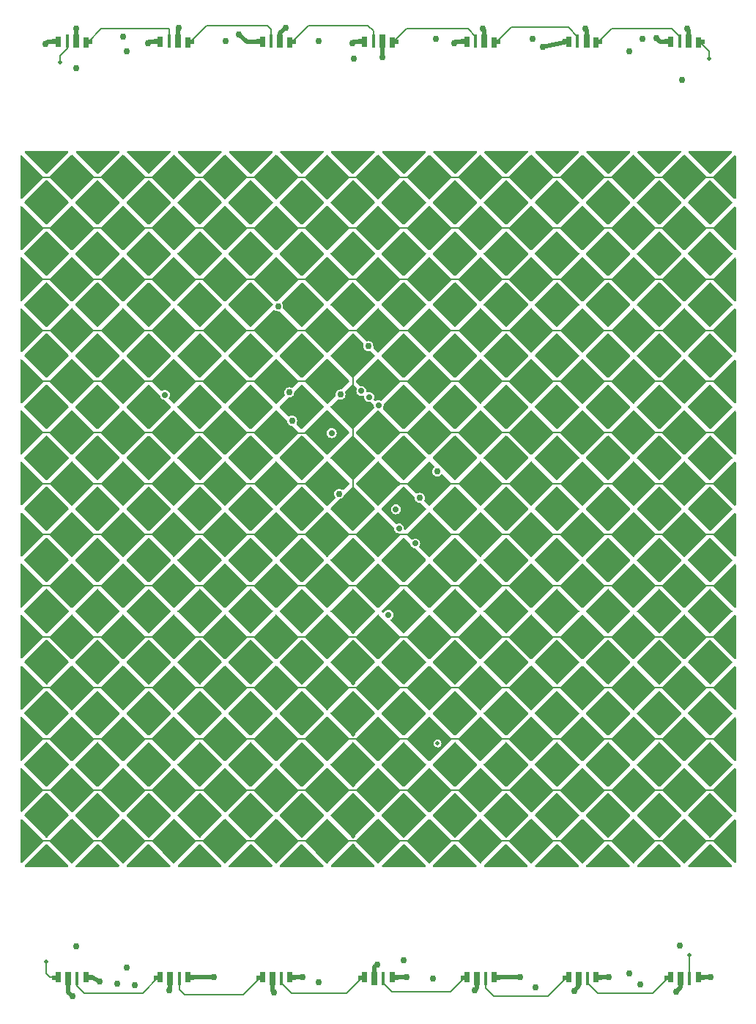
<source format=gbl>
G04 #@! TF.GenerationSoftware,KiCad,Pcbnew,(6.0.10)*
G04 #@! TF.CreationDate,2023-07-30T21:36:37+01:00*
G04 #@! TF.ProjectId,magnetonetouchpad,6d61676e-6574-46f6-9e65-746f75636870,rev?*
G04 #@! TF.SameCoordinates,Original*
G04 #@! TF.FileFunction,Copper,L4,Bot*
G04 #@! TF.FilePolarity,Positive*
%FSLAX46Y46*%
G04 Gerber Fmt 4.6, Leading zero omitted, Abs format (unit mm)*
G04 Created by KiCad (PCBNEW (6.0.10)) date 2023-07-30 21:36:37*
%MOMM*%
%LPD*%
G01*
G04 APERTURE LIST*
G04 Aperture macros list*
%AMFreePoly0*
4,1,9,0.500000,-0.600000,-0.050000,-0.600000,-0.050000,-0.350000,-0.500000,-0.350000,-0.500000,0.200000,-0.050000,0.200000,-0.050000,0.600000,0.500000,0.600000,0.500000,-0.600000,0.500000,-0.600000,$1*%
%AMFreePoly1*
4,1,9,0.050000,0.200000,0.500000,0.200000,0.500000,-0.350000,0.050000,-0.350000,0.050000,-0.600000,-0.500000,-0.600000,-0.500000,0.600000,0.050000,0.600000,0.050000,0.200000,0.050000,0.200000,$1*%
G04 Aperture macros list end*
G04 #@! TA.AperFunction,SMDPad,CuDef*
%ADD10FreePoly0,180.000000*%
G04 #@! TD*
G04 #@! TA.AperFunction,SMDPad,CuDef*
%ADD11R,0.700000X1.487500*%
G04 #@! TD*
G04 #@! TA.AperFunction,SMDPad,CuDef*
%ADD12R,0.450000X1.487500*%
G04 #@! TD*
G04 #@! TA.AperFunction,SMDPad,CuDef*
%ADD13FreePoly1,180.000000*%
G04 #@! TD*
G04 #@! TA.AperFunction,SMDPad,CuDef*
%ADD14FreePoly0,0.000000*%
G04 #@! TD*
G04 #@! TA.AperFunction,SMDPad,CuDef*
%ADD15FreePoly1,0.000000*%
G04 #@! TD*
G04 #@! TA.AperFunction,ViaPad*
%ADD16C,0.750000*%
G04 #@! TD*
G04 #@! TA.AperFunction,ViaPad*
%ADD17C,0.500000*%
G04 #@! TD*
G04 #@! TA.AperFunction,ViaPad*
%ADD18C,0.736600*%
G04 #@! TD*
G04 #@! TA.AperFunction,Conductor*
%ADD19C,0.127000*%
G04 #@! TD*
G04 #@! TA.AperFunction,Conductor*
%ADD20C,0.200000*%
G04 #@! TD*
G04 #@! TA.AperFunction,Conductor*
%ADD21C,0.500000*%
G04 #@! TD*
G04 APERTURE END LIST*
D10*
X103737686Y-43985874D03*
D11*
X102387686Y-43817124D03*
D12*
X101362686Y-43817124D03*
D13*
X100137686Y-43960874D03*
D14*
X100137686Y-151960874D03*
D11*
X101487686Y-152129624D03*
D12*
X102512686Y-152129624D03*
D15*
X103737686Y-151985874D03*
D10*
X174537686Y-43985874D03*
D11*
X173187686Y-43817124D03*
D12*
X172162686Y-43817124D03*
D13*
X170937686Y-43960874D03*
D14*
X111937686Y-151960874D03*
D11*
X113287686Y-152129624D03*
D12*
X114312686Y-152129624D03*
D15*
X115537686Y-151985874D03*
D10*
X127337686Y-43985874D03*
D11*
X125987686Y-43817124D03*
D12*
X124962686Y-43817124D03*
D13*
X123737686Y-43960874D03*
D14*
X135537686Y-151960874D03*
D11*
X136887686Y-152129624D03*
D12*
X137912686Y-152129624D03*
D15*
X139137686Y-151985874D03*
D10*
X139137686Y-43985874D03*
D11*
X137787686Y-43817124D03*
D12*
X136762686Y-43817124D03*
D13*
X135537686Y-43960874D03*
D10*
X150937686Y-43985874D03*
D11*
X149587686Y-43817124D03*
D12*
X148562686Y-43817124D03*
D13*
X147337686Y-43960874D03*
D14*
X123737686Y-151960874D03*
D11*
X125087686Y-152129624D03*
D12*
X126112686Y-152129624D03*
D15*
X127337686Y-151985874D03*
D14*
X170937686Y-151960874D03*
D11*
X172287686Y-152129624D03*
D12*
X173312686Y-152129624D03*
D15*
X174537686Y-151985874D03*
D10*
X162737686Y-43985874D03*
D11*
X161387686Y-43817124D03*
D12*
X160362686Y-43817124D03*
D13*
X159137686Y-43960874D03*
D10*
X115537686Y-43985874D03*
D11*
X114187686Y-43817124D03*
D12*
X113162686Y-43817124D03*
D13*
X111937686Y-43960874D03*
D14*
X147337686Y-151960874D03*
D11*
X148687686Y-152129624D03*
D12*
X149712686Y-152129624D03*
D15*
X150937686Y-151985874D03*
D14*
X159137686Y-151960874D03*
D11*
X160487686Y-152129624D03*
D12*
X161512686Y-152129624D03*
D15*
X162737686Y-151985874D03*
D16*
X169432875Y-43469375D03*
D17*
X144182875Y-124974169D03*
D16*
X107122875Y-152719375D03*
X101960375Y-154194375D03*
X167832875Y-43559375D03*
D17*
X173272875Y-149469375D03*
D16*
X167622875Y-152819375D03*
X171742875Y-153659375D03*
X127037488Y-84433374D03*
X132817488Y-96135874D03*
X142131436Y-96620544D03*
X127367488Y-87703374D03*
D18*
X139722686Y-100141169D03*
X136282875Y-84969375D03*
D16*
X144159561Y-93554624D03*
D18*
X135362875Y-84269375D03*
X141612686Y-101881169D03*
D16*
X136187488Y-79093374D03*
X132967488Y-84673374D03*
D18*
X112667488Y-84713374D03*
D16*
X125743992Y-74480492D03*
D18*
X139369486Y-97937302D03*
X131947619Y-89124361D03*
X138505984Y-110127870D03*
X137372686Y-85921169D03*
D17*
X98987686Y-88323669D03*
X98987686Y-123723669D03*
X98987686Y-111923669D03*
X98987686Y-135523669D03*
X98987686Y-117823669D03*
X98987686Y-100123669D03*
X98987686Y-64723669D03*
X98987686Y-106023669D03*
X98987686Y-136998669D03*
X98987686Y-70623669D03*
X98987686Y-76523669D03*
X98987686Y-58823669D03*
X98987686Y-129623669D03*
X98987686Y-82423669D03*
X98987686Y-94223669D03*
X138259561Y-60851794D03*
X141762686Y-66383044D03*
X143237686Y-73573669D03*
X144159561Y-78551794D03*
X133554988Y-83161169D03*
X136600186Y-83161169D03*
X109128311Y-84083044D03*
X119637686Y-91089294D03*
X132718491Y-88234991D03*
X139607686Y-89091169D03*
X139675186Y-94961169D03*
X129135186Y-94961169D03*
X124822875Y-96067419D03*
X130607488Y-102313374D03*
X138934561Y-106206794D03*
X137297488Y-110953374D03*
X137426863Y-118445249D03*
X125537686Y-122248669D03*
X125531312Y-128117198D03*
X131417488Y-134013374D03*
X104887686Y-100123669D03*
X104887686Y-88323669D03*
X104887686Y-58823669D03*
X104887686Y-136998669D03*
X104887686Y-64723669D03*
X104887686Y-129623669D03*
X104887686Y-70623669D03*
X104887686Y-76473572D03*
X104887686Y-135523669D03*
X104887686Y-111923669D03*
X104887686Y-117823669D03*
X104887686Y-106023669D03*
X104887686Y-123723669D03*
X104887686Y-82423669D03*
X104887686Y-94223669D03*
X110787686Y-64723669D03*
X110787686Y-111923669D03*
X110787686Y-74010874D03*
X110787686Y-82423669D03*
X110787686Y-136998669D03*
X110787686Y-58823669D03*
X110787686Y-70623669D03*
X110787686Y-94223669D03*
X110787686Y-117823669D03*
X110787686Y-129623669D03*
X110787686Y-100123669D03*
X110787686Y-106023669D03*
X110787686Y-88323669D03*
X110787686Y-123723669D03*
X110787686Y-135523669D03*
X116687686Y-100123669D03*
X116687686Y-123723669D03*
X116687686Y-106023669D03*
X116687686Y-117823669D03*
X116687686Y-135523669D03*
X116687686Y-64723669D03*
X116687686Y-129623669D03*
X116687686Y-111923669D03*
X116687686Y-72848374D03*
X116687686Y-94223669D03*
X116687686Y-70623669D03*
X116687686Y-58823669D03*
X116687686Y-86376169D03*
X116687686Y-82423669D03*
X116687686Y-136998669D03*
X122587686Y-111923669D03*
X122587686Y-58823669D03*
X122587686Y-94223669D03*
X122587686Y-117823669D03*
X122587686Y-86479919D03*
X122587686Y-129623669D03*
X122587686Y-64723669D03*
X122587686Y-123723669D03*
X122587686Y-74243572D03*
X122587686Y-106023669D03*
X122587686Y-96251794D03*
X122587686Y-70623669D03*
X122587686Y-82423669D03*
X122587686Y-136998669D03*
X122587686Y-135523669D03*
X128487686Y-129623669D03*
X128487686Y-116348669D03*
X128487686Y-58823669D03*
X128487686Y-89983044D03*
X128487686Y-108973669D03*
X128487686Y-84636169D03*
X128487686Y-69225625D03*
X128487686Y-99201794D03*
X128487686Y-102520544D03*
X128487686Y-82423669D03*
X128487686Y-76523669D03*
X128487686Y-136998669D03*
X128487686Y-123723669D03*
X128487686Y-64723669D03*
X128487686Y-135523669D03*
X133532875Y-103439375D03*
X134387686Y-112108044D03*
X134387686Y-69225625D03*
X134387686Y-76523669D03*
X134387686Y-129808044D03*
X134387686Y-100123669D03*
X134387686Y-123908044D03*
X134387686Y-136814294D03*
X134387686Y-107498669D03*
X134387686Y-58823669D03*
X134387686Y-135708044D03*
X134387686Y-106023669D03*
X134387686Y-82423669D03*
X134387686Y-63874564D03*
X134387686Y-118008044D03*
X140287686Y-78551794D03*
X140287686Y-129623669D03*
X140891436Y-99519919D03*
X140287686Y-117823669D03*
X140656436Y-101967419D03*
X140287686Y-92748669D03*
X140260186Y-111650069D03*
X140287686Y-106023669D03*
X140287686Y-76523669D03*
X140287686Y-64723669D03*
X140287686Y-136998669D03*
X140287686Y-135523669D03*
X140287686Y-82423669D03*
X140287686Y-58823669D03*
X140287686Y-123723669D03*
X140287686Y-107498669D03*
X140287686Y-70623669D03*
X140287686Y-88323669D03*
X146187686Y-93486169D03*
X146187686Y-82423669D03*
X146187686Y-58823669D03*
X146187686Y-88323669D03*
X146187686Y-70623669D03*
X146187686Y-117823669D03*
X146187686Y-76523669D03*
X146187686Y-100123669D03*
X146187686Y-106023669D03*
X146187686Y-136998669D03*
X146187686Y-135523669D03*
X146187686Y-64723669D03*
X146187686Y-129623669D03*
X146187686Y-119920249D03*
X146187686Y-111923669D03*
X152087686Y-94223669D03*
X152087686Y-123723669D03*
X152087686Y-82423669D03*
X152087686Y-64723669D03*
X152087686Y-136998669D03*
X152087686Y-106023669D03*
X152087686Y-100123669D03*
X152087686Y-135523669D03*
X152087686Y-58823669D03*
X152087686Y-117823669D03*
X152087686Y-108673374D03*
X152087686Y-76523669D03*
X152087686Y-70623669D03*
X152087686Y-88323669D03*
X152087686Y-129623669D03*
X157987686Y-123723669D03*
X157987686Y-76523669D03*
X157987686Y-82423669D03*
X157987686Y-64723669D03*
X157987686Y-117823669D03*
X157987686Y-70623669D03*
X155775186Y-86111169D03*
X157987686Y-111923669D03*
X157987686Y-100123669D03*
X157987686Y-106023669D03*
X157987686Y-88323669D03*
X157987686Y-129623669D03*
X157987686Y-135523669D03*
X157987686Y-58823669D03*
X157987686Y-94223669D03*
X157987686Y-136998669D03*
X163887686Y-135523669D03*
X163887686Y-106023669D03*
X163887686Y-117823669D03*
X163887686Y-123723669D03*
X163887686Y-76523669D03*
X163887686Y-136998669D03*
X163887686Y-58823669D03*
X163887686Y-100123669D03*
X163887686Y-82423669D03*
X163887686Y-129623669D03*
X163887686Y-88323669D03*
X163887686Y-94223669D03*
X163887686Y-64723669D03*
X163887686Y-70623669D03*
X163887686Y-111923669D03*
X169787686Y-123723669D03*
X169787686Y-82423669D03*
X169787686Y-100123669D03*
X169787686Y-117823669D03*
X169787686Y-135523669D03*
X169787686Y-64723669D03*
X169787686Y-111923669D03*
X169787686Y-136998669D03*
X169787686Y-129623669D03*
X169787686Y-106023669D03*
X169787686Y-76523669D03*
X169787686Y-94223669D03*
X169787686Y-58823669D03*
X169787686Y-88323669D03*
X169787686Y-70623669D03*
X175687686Y-129623669D03*
X175687686Y-82423669D03*
X175687686Y-123723669D03*
X175687686Y-58823669D03*
X175687686Y-117823669D03*
X175687686Y-64723669D03*
X175687686Y-135523669D03*
X175687686Y-136998669D03*
X175687686Y-70623669D03*
X175687686Y-111923669D03*
X175687686Y-106023669D03*
X175687686Y-76523669D03*
X175687686Y-88323669D03*
X175687686Y-100123669D03*
X175687686Y-94223669D03*
D16*
X175776863Y-151973374D03*
X140561238Y-151973374D03*
X118352985Y-151942124D03*
X153742985Y-151992124D03*
X105155318Y-152474432D03*
X130432985Y-152522124D03*
X108295613Y-150867124D03*
X140240363Y-150030249D03*
X163976863Y-151973374D03*
X128576863Y-151973374D03*
X166374738Y-151505249D03*
X109222985Y-152932124D03*
X143612985Y-152142124D03*
X155522985Y-153162124D03*
X148442985Y-153462124D03*
X113152985Y-153512124D03*
X172212860Y-148359308D03*
X102396613Y-148370874D03*
X125312985Y-153762124D03*
X159952985Y-153552124D03*
X137174738Y-150514624D03*
D17*
X98927488Y-150173374D03*
X175593488Y-45914624D03*
X100552863Y-46283374D03*
D16*
X134477863Y-45914624D03*
X119676485Y-43826124D03*
X144002985Y-43622124D03*
X146093488Y-44070874D03*
X98893488Y-44185376D03*
X121213485Y-43057624D03*
X166374738Y-44992749D03*
X130435485Y-43826124D03*
X156342985Y-44492124D03*
X155172985Y-43592124D03*
X108296613Y-44992749D03*
X110693488Y-44070874D03*
X134293488Y-44070874D03*
X107860375Y-43333374D03*
X172459113Y-48311499D03*
X161282985Y-42442124D03*
X173019858Y-42411499D03*
X126592985Y-42289124D03*
X149372985Y-42392124D03*
X102396613Y-42411499D03*
X102396613Y-47020874D03*
X114296985Y-42289124D03*
X137796613Y-45730249D03*
D19*
X173272875Y-149469375D02*
X173312686Y-149509186D01*
X173312686Y-149509186D02*
X173312686Y-152129624D01*
X135097686Y-86031169D02*
X134594669Y-86534186D01*
X134594669Y-86534186D02*
X134387686Y-86534186D01*
X134387686Y-86534186D02*
X134387686Y-92011169D01*
X134856081Y-92011169D02*
X134387686Y-92479564D01*
X134387686Y-92479564D02*
X134387686Y-97726794D01*
X134387686Y-92011169D02*
X134387686Y-92479564D01*
X134940811Y-92011169D02*
X134856081Y-92011169D01*
X134410375Y-98356875D02*
X134387686Y-98379564D01*
X134940811Y-98356875D02*
X134410375Y-98356875D01*
X134387686Y-98379564D02*
X134387686Y-100123669D01*
X134387686Y-97726794D02*
X134387686Y-98379564D01*
D20*
X134387686Y-97726794D02*
X134940811Y-98356875D01*
D21*
X169924374Y-43960874D02*
X169432875Y-43469375D01*
X170937686Y-43960874D02*
X169924374Y-43960874D01*
D20*
X130433311Y-89138669D02*
X130113311Y-89138669D01*
X130113311Y-89138669D02*
X130081561Y-89170419D01*
X132718491Y-88234991D02*
X131153311Y-88418669D01*
X131153311Y-88418669D02*
X130433311Y-89138669D01*
D21*
X104172875Y-151985874D02*
X103737686Y-151985874D01*
X105155318Y-152474432D02*
X104172875Y-151985874D01*
X101487686Y-153721686D02*
X101960375Y-154194375D01*
X101487686Y-152129624D02*
X101487686Y-153721686D01*
D20*
X133532875Y-103439375D02*
X134387686Y-106023669D01*
D21*
X172287686Y-153114564D02*
X171742875Y-153659375D01*
X172287686Y-152129624D02*
X172287686Y-153114564D01*
D19*
X98987686Y-57348669D02*
X98987686Y-58823669D01*
X113737686Y-58823669D02*
X114475186Y-59561169D01*
X143975186Y-59561169D02*
X148400186Y-59561169D01*
X107100186Y-59561169D02*
X102675186Y-59561169D01*
X149137686Y-58823669D02*
X149875186Y-59561169D01*
X160937686Y-58823669D02*
X161675186Y-59561169D01*
X119637686Y-58823669D02*
X120375186Y-59561169D01*
X107837686Y-58823669D02*
X108575186Y-59561169D01*
X101200186Y-59561169D02*
X101937686Y-58823669D01*
X154300186Y-59561169D02*
X155037686Y-58823669D01*
X101200186Y-59561169D02*
X98005186Y-59561169D01*
X98005186Y-59561169D02*
X96997686Y-59561169D01*
X118900186Y-59561169D02*
X119637686Y-58823669D01*
X166100186Y-59561169D02*
X166837686Y-58823669D01*
X160200186Y-59561169D02*
X160937686Y-58823669D01*
X124800186Y-59561169D02*
X125537686Y-58823669D01*
X142500186Y-59561169D02*
X143237686Y-58823669D01*
X155037686Y-58823669D02*
X155775186Y-59561169D01*
X143237686Y-58823669D02*
X143975186Y-59561169D01*
X132175186Y-59561169D02*
X136600186Y-59561169D01*
X101937686Y-58823669D02*
X102675186Y-59561169D01*
X172737686Y-58823669D02*
X173475186Y-59561169D01*
X155775186Y-59561169D02*
X160200186Y-59561169D01*
X114475186Y-59561169D02*
X118900186Y-59561169D01*
X136600186Y-59561169D02*
X137337686Y-58823669D01*
X172000186Y-59561169D02*
X172737686Y-58823669D01*
X137337686Y-58823669D02*
X138075186Y-59561169D01*
X173475186Y-59561169D02*
X177900186Y-59561169D01*
X125537686Y-58823669D02*
X126275186Y-59561169D01*
X161675186Y-59561169D02*
X166100186Y-59561169D01*
X107100186Y-59561169D02*
X107837686Y-58823669D01*
X126275186Y-59561169D02*
X130700186Y-59561169D01*
X120375186Y-59561169D02*
X124800186Y-59561169D01*
X148400186Y-59561169D02*
X149137686Y-58823669D01*
X131437686Y-58823669D02*
X132175186Y-59561169D01*
X166837686Y-58823669D02*
X167575186Y-59561169D01*
X113000186Y-59561169D02*
X113737686Y-58823669D01*
X167575186Y-59561169D02*
X172000186Y-59561169D01*
X130700186Y-59561169D02*
X131437686Y-58823669D01*
X149875186Y-59561169D02*
X154300186Y-59561169D01*
X138075186Y-59561169D02*
X142500186Y-59561169D01*
X113000186Y-59561169D02*
X108575186Y-59561169D01*
X113737686Y-64723669D02*
X114475186Y-65461169D01*
X161675186Y-65461169D02*
X166100186Y-65461169D01*
X107100186Y-65461169D02*
X102675186Y-65461169D01*
X154300186Y-65461169D02*
X155037686Y-64723669D01*
X114475186Y-65461169D02*
X118900186Y-65461169D01*
X142500186Y-65461169D02*
X143237686Y-64723669D01*
X125537686Y-64723669D02*
X126275186Y-65461169D01*
X101200186Y-65461169D02*
X98005186Y-65461169D01*
X130700186Y-65461169D02*
X131437686Y-64723669D01*
X119637686Y-64723669D02*
X120375186Y-65461169D01*
X124800186Y-65461169D02*
X125537686Y-64723669D01*
X101937686Y-64723669D02*
X102675186Y-65461169D01*
X98005186Y-65461169D02*
X96997686Y-65461169D01*
X160937686Y-64723669D02*
X161675186Y-65461169D01*
X131437686Y-64723669D02*
X132175186Y-65461169D01*
X137337686Y-64723669D02*
X138075186Y-65461169D01*
X149137686Y-64723669D02*
X149875186Y-65461169D01*
X149875186Y-65461169D02*
X154300186Y-65461169D01*
X155775186Y-65461169D02*
X160200186Y-65461169D01*
X172000186Y-65461169D02*
X172737686Y-64723669D01*
X143975186Y-65461169D02*
X148400186Y-65461169D01*
X166837686Y-64723669D02*
X167575186Y-65461169D01*
X148400186Y-65461169D02*
X149137686Y-64723669D01*
X107100186Y-65461169D02*
X107837686Y-64723669D01*
X113000186Y-65461169D02*
X108575186Y-65461169D01*
X172737686Y-64723669D02*
X173475186Y-65461169D01*
X167575186Y-65461169D02*
X172000186Y-65461169D01*
X118900186Y-65461169D02*
X119637686Y-64723669D01*
X101200186Y-65461169D02*
X101937686Y-64723669D01*
X120375186Y-65461169D02*
X124800186Y-65461169D01*
X173475186Y-65461169D02*
X177900186Y-65461169D01*
X155037686Y-64723669D02*
X155775186Y-65461169D01*
X143237686Y-64723669D02*
X143975186Y-65461169D01*
X132175186Y-65461169D02*
X136600186Y-65461169D01*
X113000186Y-65461169D02*
X113737686Y-64723669D01*
X107837686Y-64723669D02*
X108575186Y-65461169D01*
X166100186Y-65461169D02*
X166837686Y-64723669D01*
X138075186Y-65461169D02*
X142500186Y-65461169D01*
X136600186Y-65461169D02*
X137337686Y-64723669D01*
X160200186Y-65461169D02*
X160937686Y-64723669D01*
X126275186Y-65461169D02*
X130700186Y-65461169D01*
X107100186Y-71361169D02*
X102675186Y-71361169D01*
X155037686Y-70623669D02*
X155775186Y-71361169D01*
X143237686Y-70623669D02*
X143975186Y-71361169D01*
X131437686Y-70623669D02*
X132175186Y-71361169D01*
X143975186Y-71361169D02*
X148400186Y-71361169D01*
X136600186Y-71361169D02*
X137337686Y-70623669D01*
X132175186Y-71361169D02*
X136600186Y-71361169D01*
X107100186Y-71361169D02*
X107837686Y-70623669D01*
X137337686Y-70623669D02*
X138075186Y-71361169D01*
X114475186Y-71361169D02*
X118900186Y-71361169D01*
X101937686Y-70623669D02*
X102675186Y-71361169D01*
X119637686Y-70623669D02*
X120375186Y-71361169D01*
X167575186Y-71361169D02*
X172000186Y-71361169D01*
X118900186Y-71361169D02*
X119637686Y-70623669D01*
X125537686Y-70623669D02*
X126275186Y-71361169D01*
X120375186Y-71361169D02*
X124800186Y-71361169D01*
X113737686Y-70623669D02*
X114475186Y-71361169D01*
X142500186Y-71361169D02*
X143237686Y-70623669D01*
X161675186Y-71361169D02*
X166100186Y-71361169D01*
X173475186Y-71361169D02*
X177900186Y-71361169D01*
X126275186Y-71361169D02*
X130700186Y-71361169D01*
X101200186Y-71361169D02*
X98005186Y-71361169D01*
X166837686Y-70623669D02*
X167575186Y-71361169D01*
X130700186Y-71361169D02*
X131437686Y-70623669D01*
X148400186Y-71361169D02*
X149137686Y-70623669D01*
X113000186Y-71361169D02*
X113737686Y-70623669D01*
X107837686Y-70623669D02*
X108575186Y-71361169D01*
X149875186Y-71361169D02*
X154300186Y-71361169D01*
X138075186Y-71361169D02*
X142500186Y-71361169D01*
X160200186Y-71361169D02*
X160937686Y-70623669D01*
X101200186Y-71361169D02*
X101937686Y-70623669D01*
X172000186Y-71361169D02*
X172737686Y-70623669D01*
X124800186Y-71361169D02*
X125537686Y-70623669D01*
X160937686Y-70623669D02*
X161675186Y-71361169D01*
X172737686Y-70623669D02*
X173475186Y-71361169D01*
X149137686Y-70623669D02*
X149875186Y-71361169D01*
X98005186Y-71361169D02*
X96997686Y-71361169D01*
X154300186Y-71361169D02*
X155037686Y-70623669D01*
X166100186Y-71361169D02*
X166837686Y-70623669D01*
X155775186Y-71361169D02*
X160200186Y-71361169D01*
X113000186Y-71361169D02*
X108575186Y-71361169D01*
X161675186Y-77261169D02*
X166100186Y-77261169D01*
X166100186Y-77261169D02*
X166837686Y-76523669D01*
X143237686Y-76523669D02*
X143975186Y-77261169D01*
X167575186Y-77261169D02*
X172000186Y-77261169D01*
X101937686Y-76523669D02*
X102675186Y-77261169D01*
X172737686Y-76523669D02*
X173475186Y-77261169D01*
X132175186Y-77261169D02*
X136600186Y-77261169D01*
X166837686Y-76523669D02*
X167575186Y-77261169D01*
X131437686Y-76523669D02*
X132175186Y-77261169D01*
X155775186Y-77261169D02*
X160200186Y-77261169D01*
X101200186Y-77261169D02*
X101937686Y-76523669D01*
X138075186Y-77261169D02*
X142500186Y-77261169D01*
X107837686Y-76523669D02*
X108575186Y-77261169D01*
X136600186Y-77261169D02*
X137337686Y-76523669D01*
X143975186Y-77261169D02*
X148400186Y-77261169D01*
X113000186Y-77261169D02*
X113737686Y-76523669D01*
X160937686Y-76523669D02*
X161675186Y-77261169D01*
X148400186Y-77261169D02*
X149137686Y-76523669D01*
X113000186Y-77261169D02*
X108575186Y-77261169D01*
X101200186Y-77261169D02*
X98005186Y-77261169D01*
X173475186Y-77261169D02*
X177900186Y-77261169D01*
X154300186Y-77261169D02*
X155037686Y-76523669D01*
X120375186Y-77261169D02*
X124800186Y-77261169D01*
X107100186Y-77261169D02*
X107837686Y-76523669D01*
X149137686Y-76523669D02*
X149875186Y-77261169D01*
X98005186Y-77261169D02*
X96997686Y-77261169D01*
X124800186Y-77261169D02*
X125537686Y-76523669D01*
X114475186Y-77261169D02*
X118900186Y-77261169D01*
X130700186Y-77261169D02*
X131437686Y-76523669D01*
X119637686Y-76523669D02*
X120375186Y-77261169D01*
X142500186Y-77261169D02*
X143237686Y-76523669D01*
X155037686Y-76523669D02*
X155775186Y-77261169D01*
X149875186Y-77261169D02*
X154300186Y-77261169D01*
X137337686Y-76523669D02*
X138075186Y-77261169D01*
X113737686Y-76523669D02*
X114475186Y-77261169D01*
X172000186Y-77261169D02*
X172737686Y-76523669D01*
X126275186Y-77261169D02*
X130700186Y-77261169D01*
X160200186Y-77261169D02*
X160937686Y-76523669D01*
X125537686Y-76523669D02*
X126275186Y-77261169D01*
X118900186Y-77261169D02*
X119637686Y-76523669D01*
X107100186Y-77261169D02*
X102675186Y-77261169D01*
X101200186Y-83161169D02*
X96997686Y-83161169D01*
X160937686Y-82423669D02*
X161675186Y-83161169D01*
X130700186Y-83161169D02*
X126275186Y-83161169D01*
X173475186Y-83161169D02*
X177900186Y-83161169D01*
X166100186Y-83161169D02*
X166837686Y-82423669D01*
X161675186Y-83161169D02*
X166100186Y-83161169D01*
X143237686Y-82423669D02*
X143975186Y-83161169D01*
X113000186Y-83161169D02*
X108575186Y-83161169D01*
X172737686Y-82423669D02*
X173475186Y-83161169D01*
X160200186Y-83161169D02*
X160937686Y-82423669D01*
X102675186Y-83161169D02*
X101937686Y-82423669D01*
X149137686Y-82423669D02*
X149875186Y-83161169D01*
X155037686Y-82423669D02*
X155775186Y-83161169D01*
X107837686Y-82423669D02*
X107100186Y-83161169D01*
X108575186Y-83161169D02*
X107837686Y-82423669D01*
X138075186Y-83161169D02*
X142500186Y-83161169D01*
X136600186Y-83161169D02*
X137337686Y-82423669D01*
X119637686Y-82423669D02*
X118900186Y-83161169D01*
X113737686Y-82423669D02*
X113000186Y-83161169D01*
X124800186Y-83161169D02*
X120375186Y-83161169D01*
X172000186Y-83161169D02*
X172737686Y-82423669D01*
X101937686Y-82423669D02*
X101200186Y-83161169D01*
X143975186Y-83161169D02*
X148400186Y-83161169D01*
X118900186Y-83161169D02*
X114475186Y-83161169D01*
X107100186Y-83161169D02*
X102675186Y-83161169D01*
X131437686Y-82423669D02*
X130700186Y-83161169D01*
X149875186Y-83161169D02*
X154300186Y-83161169D01*
X137337686Y-82423669D02*
X138075186Y-83161169D01*
X114475186Y-83161169D02*
X113737686Y-82423669D01*
X154300186Y-83161169D02*
X155037686Y-82423669D01*
X142500186Y-83161169D02*
X143237686Y-82423669D01*
X133554988Y-83161169D02*
X131437686Y-82423669D01*
X166837686Y-82423669D02*
X167575186Y-83161169D01*
X155775186Y-83161169D02*
X160200186Y-83161169D01*
X126275186Y-83161169D02*
X125537686Y-82423669D01*
X148400186Y-83161169D02*
X149137686Y-82423669D01*
X167575186Y-83161169D02*
X172000186Y-83161169D01*
X125537686Y-82423669D02*
X124800186Y-83161169D01*
X120375186Y-83161169D02*
X119637686Y-82423669D01*
X101200186Y-89061169D02*
X101937686Y-88323669D01*
X161675186Y-89061169D02*
X166100186Y-89061169D01*
X107100186Y-89061169D02*
X107837686Y-88323669D01*
X166837686Y-88323669D02*
X167575186Y-89061169D01*
X120375186Y-89061169D02*
X124800186Y-89061169D01*
X101200186Y-89061169D02*
X98005186Y-89061169D01*
X143237686Y-88323669D02*
X143975186Y-89061169D01*
X119637686Y-88323669D02*
X120375186Y-89061169D01*
X166100186Y-89061169D02*
X166837686Y-88323669D01*
X160937686Y-88323669D02*
X161675186Y-89061169D01*
X101937686Y-88323669D02*
X102675186Y-89061169D01*
X172000186Y-89061169D02*
X172737686Y-88323669D01*
X113000186Y-89061169D02*
X113737686Y-88323669D01*
X155037686Y-88323669D02*
X155775186Y-89061169D01*
X107837686Y-88323669D02*
X108575186Y-89061169D01*
X167575186Y-89061169D02*
X172000186Y-89061169D01*
X142500186Y-89061169D02*
X143237686Y-88323669D01*
X114475186Y-89061169D02*
X118900186Y-89061169D01*
X113000186Y-89061169D02*
X108575186Y-89061169D01*
X155775186Y-89061169D02*
X160200186Y-89061169D01*
X173475186Y-89061169D02*
X177900186Y-89061169D01*
X98005186Y-89061169D02*
X96997686Y-89061169D01*
X149137686Y-88323669D02*
X149875186Y-89061169D01*
X126384436Y-89170419D02*
X130081561Y-89170419D01*
X118900186Y-89061169D02*
X119637686Y-88323669D01*
X107100186Y-89061169D02*
X102675186Y-89061169D01*
X125537686Y-88323669D02*
X126275186Y-89061169D01*
D20*
X142470186Y-89091169D02*
X142500186Y-89061169D01*
D19*
X126275186Y-89061169D02*
X126384436Y-89170419D01*
X124800186Y-89061169D02*
X125537686Y-88323669D01*
X172737686Y-88323669D02*
X173475186Y-89061169D01*
X149875186Y-89061169D02*
X154300186Y-89061169D01*
X160200186Y-89061169D02*
X160937686Y-88323669D01*
X139607686Y-89091169D02*
X142470186Y-89091169D01*
X148400186Y-89061169D02*
X149137686Y-88323669D01*
X143975186Y-89061169D02*
X148400186Y-89061169D01*
X113737686Y-88323669D02*
X114475186Y-89061169D01*
X154300186Y-89061169D02*
X155037686Y-88323669D01*
X108575186Y-94961169D02*
X107837686Y-94223669D01*
X160200186Y-94961169D02*
X160937686Y-94223669D01*
X102675186Y-94961169D02*
X101937686Y-94223669D01*
X166837686Y-94223669D02*
X167575186Y-94961169D01*
X129135186Y-94961169D02*
X126275186Y-94961169D01*
X172000186Y-94961169D02*
X172737686Y-94223669D01*
X143975186Y-94961169D02*
X148400186Y-94961169D01*
X114475186Y-94961169D02*
X113737686Y-94223669D01*
X138075186Y-94961169D02*
X142500186Y-94961169D01*
X155775186Y-94961169D02*
X160200186Y-94961169D01*
X149137686Y-94223669D02*
X149875186Y-94961169D01*
X119637686Y-94223669D02*
X118900186Y-94961169D01*
X113000186Y-94961169D02*
X108575186Y-94961169D01*
X113737686Y-94223669D02*
X113000186Y-94961169D01*
X143237686Y-94223669D02*
X143975186Y-94961169D01*
X173475186Y-94961169D02*
X177900186Y-94961169D01*
X125537686Y-94223669D02*
X124800186Y-94961169D01*
X161675186Y-94961169D02*
X166100186Y-94961169D01*
X149875186Y-94961169D02*
X154300186Y-94961169D01*
X107100186Y-94961169D02*
X102675186Y-94961169D01*
X166100186Y-94961169D02*
X166837686Y-94223669D01*
X101200186Y-94961169D02*
X96997686Y-94961169D01*
X101937686Y-94223669D02*
X101200186Y-94961169D01*
X118900186Y-94961169D02*
X114475186Y-94961169D01*
X124800186Y-94961169D02*
X120375186Y-94961169D01*
X155037686Y-94223669D02*
X155775186Y-94961169D01*
X148400186Y-94961169D02*
X149137686Y-94223669D01*
X167575186Y-94961169D02*
X172000186Y-94961169D01*
X172737686Y-94223669D02*
X173475186Y-94961169D01*
X142500186Y-94961169D02*
X143237686Y-94223669D01*
X160937686Y-94223669D02*
X161675186Y-94961169D01*
X107837686Y-94223669D02*
X107100186Y-94961169D01*
X154300186Y-94961169D02*
X155037686Y-94223669D01*
X120375186Y-94961169D02*
X119637686Y-94223669D01*
X126275186Y-94961169D02*
X125537686Y-94223669D01*
X160200186Y-100861169D02*
X160937686Y-100123669D01*
X154300186Y-100861169D02*
X155037686Y-100123669D01*
X155775186Y-100861169D02*
X160200186Y-100861169D01*
X142500186Y-100861169D02*
X143237686Y-100123669D01*
X130700186Y-100861169D02*
X131437686Y-100123669D01*
X118900186Y-100861169D02*
X119637686Y-100123669D01*
X166837686Y-100123669D02*
X167575186Y-100861169D01*
X120375186Y-100861169D02*
X124800186Y-100861169D01*
X126275186Y-100861169D02*
X130700186Y-100861169D01*
X149875186Y-100861169D02*
X154300186Y-100861169D01*
X107100186Y-100861169D02*
X102675186Y-100861169D01*
X98005186Y-100861169D02*
X96997686Y-100861169D01*
X136600186Y-100861169D02*
X137337686Y-100123669D01*
X114475186Y-100861169D02*
X118900186Y-100861169D01*
X101200186Y-100861169D02*
X98005186Y-100861169D01*
X160937686Y-100123669D02*
X161675186Y-100861169D01*
X138075186Y-100861169D02*
X142500186Y-100861169D01*
X132175186Y-100861169D02*
X136600186Y-100861169D01*
X131437686Y-100123669D02*
X132175186Y-100861169D01*
X113000186Y-100861169D02*
X108575186Y-100861169D01*
X143237686Y-100123669D02*
X143975186Y-100861169D01*
X124800186Y-100861169D02*
X125537686Y-100123669D01*
X107100186Y-100861169D02*
X107837686Y-100123669D01*
X173475186Y-100861169D02*
X177900186Y-100861169D01*
X125537686Y-100123669D02*
X126275186Y-100861169D01*
X166100186Y-100861169D02*
X166837686Y-100123669D01*
X107837686Y-100123669D02*
X108575186Y-100861169D01*
X172737686Y-100123669D02*
X173475186Y-100861169D01*
X148400186Y-100861169D02*
X149137686Y-100123669D01*
X113737686Y-100123669D02*
X114475186Y-100861169D01*
X101200186Y-100861169D02*
X101937686Y-100123669D01*
X149137686Y-100123669D02*
X149875186Y-100861169D01*
X113000186Y-100861169D02*
X113737686Y-100123669D01*
X119637686Y-100123669D02*
X120375186Y-100861169D01*
X167575186Y-100861169D02*
X172000186Y-100861169D01*
X143975186Y-100861169D02*
X148400186Y-100861169D01*
X172000186Y-100861169D02*
X172737686Y-100123669D01*
X137337686Y-100123669D02*
X138075186Y-100861169D01*
X101937686Y-100123669D02*
X102675186Y-100861169D01*
X155037686Y-100123669D02*
X155775186Y-100861169D01*
X161675186Y-100861169D02*
X166100186Y-100861169D01*
X166100186Y-106761169D02*
X166837686Y-106023669D01*
X131437686Y-106023669D02*
X132175186Y-106761169D01*
X101937686Y-106023669D02*
X102675186Y-106761169D01*
X107100186Y-106761169D02*
X107837686Y-106023669D01*
X149137686Y-106023669D02*
X149875186Y-106761169D01*
X114475186Y-106761169D02*
X118900186Y-106761169D01*
X120375186Y-106761169D02*
X124800186Y-106761169D01*
X143975186Y-106761169D02*
X148400186Y-106761169D01*
X98005186Y-106761169D02*
X96997686Y-106761169D01*
X107837686Y-106023669D02*
X108575186Y-106761169D01*
X107100186Y-106761169D02*
X102675186Y-106761169D01*
X172737686Y-106023669D02*
X173475186Y-106761169D01*
X148400186Y-106761169D02*
X149137686Y-106023669D01*
X149875186Y-106761169D02*
X154300186Y-106761169D01*
X118900186Y-106761169D02*
X119637686Y-106023669D01*
X101200186Y-106761169D02*
X98005186Y-106761169D01*
X161675186Y-106761169D02*
X166100186Y-106761169D01*
X113000186Y-106761169D02*
X108575186Y-106761169D01*
X160200186Y-106761169D02*
X160937686Y-106023669D01*
X142500186Y-106761169D02*
X143237686Y-106023669D01*
X124800186Y-106761169D02*
X125537686Y-106023669D01*
X119637686Y-106023669D02*
X120375186Y-106761169D01*
X166837686Y-106023669D02*
X167575186Y-106761169D01*
X173475186Y-106761169D02*
X177900186Y-106761169D01*
X137337686Y-106023669D02*
X138075186Y-106761169D01*
X160937686Y-106023669D02*
X161675186Y-106761169D01*
X130700186Y-106761169D02*
X131437686Y-106023669D01*
X132175186Y-106761169D02*
X136600186Y-106761169D01*
X138075186Y-106761169D02*
X142500186Y-106761169D01*
X172000186Y-106761169D02*
X172737686Y-106023669D01*
X155775186Y-106761169D02*
X160200186Y-106761169D01*
X101200186Y-106761169D02*
X101937686Y-106023669D01*
X155037686Y-106023669D02*
X155775186Y-106761169D01*
X113000186Y-106761169D02*
X113737686Y-106023669D01*
X125537686Y-106023669D02*
X126275186Y-106761169D01*
X113737686Y-106023669D02*
X114475186Y-106761169D01*
X143237686Y-106023669D02*
X143975186Y-106761169D01*
X154300186Y-106761169D02*
X155037686Y-106023669D01*
X167575186Y-106761169D02*
X172000186Y-106761169D01*
X126275186Y-106761169D02*
X130700186Y-106761169D01*
X136600186Y-106761169D02*
X137337686Y-106023669D01*
X114475186Y-112661169D02*
X118900186Y-112661169D01*
X113737686Y-111923669D02*
X114475186Y-112661169D01*
X118900186Y-112661169D02*
X119637686Y-111923669D01*
X142500186Y-112661169D02*
X143237686Y-111923669D01*
X119637686Y-111923669D02*
X120375186Y-112661169D01*
X120375186Y-112661169D02*
X124800186Y-112661169D01*
X130700186Y-112661169D02*
X131437686Y-111923669D01*
X107100186Y-112661169D02*
X102675186Y-112661169D01*
X155775186Y-112661169D02*
X160200186Y-112661169D01*
X173475186Y-112661169D02*
X177900186Y-112661169D01*
X143975186Y-112661169D02*
X148400186Y-112661169D01*
X113000186Y-112661169D02*
X108575186Y-112661169D01*
X149137686Y-111923669D02*
X149875186Y-112661169D01*
X148400186Y-112661169D02*
X149137686Y-111923669D01*
X161675186Y-112661169D02*
X166100186Y-112661169D01*
X160937686Y-111923669D02*
X161675186Y-112661169D01*
X137337686Y-111923669D02*
X138075186Y-112661169D01*
X160200186Y-112661169D02*
X160937686Y-111923669D01*
X125537686Y-111923669D02*
X126275186Y-112661169D01*
X131437686Y-111923669D02*
X132175186Y-112661169D01*
X101200186Y-112661169D02*
X98005186Y-112661169D01*
X138075186Y-112661169D02*
X142500186Y-112661169D01*
X136600186Y-112661169D02*
X137337686Y-111923669D01*
X113000186Y-112661169D02*
X113737686Y-111923669D01*
X107837686Y-111923669D02*
X108575186Y-112661169D01*
X155037686Y-111923669D02*
X155775186Y-112661169D01*
X167575186Y-112661169D02*
X172000186Y-112661169D01*
X172737686Y-111923669D02*
X173475186Y-112661169D01*
X124800186Y-112661169D02*
X125537686Y-111923669D01*
X107100186Y-112661169D02*
X107837686Y-111923669D01*
X132175186Y-112661169D02*
X136600186Y-112661169D01*
X172000186Y-112661169D02*
X172737686Y-111923669D01*
X143237686Y-111923669D02*
X143975186Y-112661169D01*
X101937686Y-111923669D02*
X102675186Y-112661169D01*
X98005186Y-112661169D02*
X96997686Y-112661169D01*
X166837686Y-111923669D02*
X167575186Y-112661169D01*
X149875186Y-112661169D02*
X154300186Y-112661169D01*
X126275186Y-112661169D02*
X130700186Y-112661169D01*
X154300186Y-112661169D02*
X155037686Y-111923669D01*
X101200186Y-112661169D02*
X101937686Y-111923669D01*
X166100186Y-112661169D02*
X166837686Y-111923669D01*
X173475186Y-118561169D02*
X177900186Y-118561169D01*
X166837686Y-117823669D02*
X167575186Y-118561169D01*
X166100186Y-118561169D02*
X166837686Y-117823669D01*
X172737686Y-117823669D02*
X173475186Y-118561169D01*
X136600186Y-118561169D02*
X137337686Y-117823669D01*
X114475186Y-118561169D02*
X118900186Y-118561169D01*
X125537686Y-117823669D02*
X126275186Y-118561169D01*
X101200186Y-118561169D02*
X98005186Y-118561169D01*
X98005186Y-118561169D02*
X96997686Y-118561169D01*
X131437686Y-117823669D02*
X132175186Y-118561169D01*
X124800186Y-118561169D02*
X125537686Y-117823669D01*
X148400186Y-118561169D02*
X149137686Y-117823669D01*
X132175186Y-118561169D02*
X136600186Y-118561169D01*
X149137686Y-117823669D02*
X149875186Y-118561169D01*
X143237686Y-117823669D02*
X143975186Y-118561169D01*
X113737686Y-117823669D02*
X114475186Y-118561169D01*
X101200186Y-118561169D02*
X101937686Y-117823669D01*
X161675186Y-118561169D02*
X166100186Y-118561169D01*
X155037686Y-117823669D02*
X155775186Y-118561169D01*
X149875186Y-118561169D02*
X154300186Y-118561169D01*
X113000186Y-118561169D02*
X113737686Y-117823669D01*
X143975186Y-118561169D02*
X148400186Y-118561169D01*
X160200186Y-118561169D02*
X160937686Y-117823669D01*
X107100186Y-118561169D02*
X107837686Y-117823669D01*
X118900186Y-118561169D02*
X119637686Y-117823669D01*
X119637686Y-117823669D02*
X120375186Y-118561169D01*
X113000186Y-118561169D02*
X108575186Y-118561169D01*
X120375186Y-118561169D02*
X124800186Y-118561169D01*
X137337686Y-117823669D02*
X138075186Y-118561169D01*
X101937686Y-117823669D02*
X102675186Y-118561169D01*
X130700186Y-118561169D02*
X131437686Y-117823669D01*
X107100186Y-118561169D02*
X102675186Y-118561169D01*
X160937686Y-117823669D02*
X161675186Y-118561169D01*
X155775186Y-118561169D02*
X160200186Y-118561169D01*
X107837686Y-117823669D02*
X108575186Y-118561169D01*
X154300186Y-118561169D02*
X155037686Y-117823669D01*
X126275186Y-118561169D02*
X130700186Y-118561169D01*
X138075186Y-118561169D02*
X142500186Y-118561169D01*
X167575186Y-118561169D02*
X172000186Y-118561169D01*
X172000186Y-118561169D02*
X172737686Y-117823669D01*
X142500186Y-118561169D02*
X143237686Y-117823669D01*
X143975186Y-124461169D02*
X148400186Y-124461169D01*
X161675186Y-124461169D02*
X166100186Y-124461169D01*
X137337686Y-123723669D02*
X138075186Y-124461169D01*
X160200186Y-124461169D02*
X160937686Y-123723669D01*
X138075186Y-124461169D02*
X142500186Y-124461169D01*
X149875186Y-124461169D02*
X154300186Y-124461169D01*
X107837686Y-123723669D02*
X108575186Y-124461169D01*
X160937686Y-123723669D02*
X161675186Y-124461169D01*
X166837686Y-123723669D02*
X167575186Y-124461169D01*
X166100186Y-124461169D02*
X166837686Y-123723669D01*
X142500186Y-124461169D02*
X143237686Y-123723669D01*
X101200186Y-124461169D02*
X101937686Y-123723669D01*
X107100186Y-124461169D02*
X102675186Y-124461169D01*
X167575186Y-124461169D02*
X172000186Y-124461169D01*
X132175186Y-124461169D02*
X136600186Y-124461169D01*
X155775186Y-124461169D02*
X160200186Y-124461169D01*
X155037686Y-123723669D02*
X155775186Y-124461169D01*
X149137686Y-123723669D02*
X149875186Y-124461169D01*
X172000186Y-124461169D02*
X172737686Y-123723669D01*
X172737686Y-123723669D02*
X173475186Y-124461169D01*
X126275186Y-124461169D02*
X130700186Y-124461169D01*
X136600186Y-124461169D02*
X137337686Y-123723669D01*
X148400186Y-124461169D02*
X149137686Y-123723669D01*
X107100186Y-124461169D02*
X107837686Y-123723669D01*
X113737686Y-123723669D02*
X114475186Y-124461169D01*
X124800186Y-124461169D02*
X125537686Y-123723669D01*
X113000186Y-124461169D02*
X108575186Y-124461169D01*
X154300186Y-124461169D02*
X155037686Y-123723669D01*
X101937686Y-123723669D02*
X102675186Y-124461169D01*
X114475186Y-124461169D02*
X118900186Y-124461169D01*
X119637686Y-123723669D02*
X120375186Y-124461169D01*
X143237686Y-123723669D02*
X143975186Y-124461169D01*
X118900186Y-124461169D02*
X119637686Y-123723669D01*
X125537686Y-123723669D02*
X126275186Y-124461169D01*
X98005186Y-124461169D02*
X96997686Y-124461169D01*
X131437686Y-123723669D02*
X132175186Y-124461169D01*
X113000186Y-124461169D02*
X113737686Y-123723669D01*
X101200186Y-124461169D02*
X98005186Y-124461169D01*
X120375186Y-124461169D02*
X124800186Y-124461169D01*
X173475186Y-124461169D02*
X177900186Y-124461169D01*
X130700186Y-124461169D02*
X131437686Y-123723669D01*
X143237686Y-129623669D02*
X143975186Y-130361169D01*
X118900186Y-130361169D02*
X119637686Y-129623669D01*
X113000186Y-130361169D02*
X108575186Y-130361169D01*
X167575186Y-130361169D02*
X172000186Y-130361169D01*
X113737686Y-129623669D02*
X114475186Y-130361169D01*
X130700186Y-130361169D02*
X131437686Y-129623669D01*
X119637686Y-129623669D02*
X120375186Y-130361169D01*
X113000186Y-130361169D02*
X113737686Y-129623669D01*
X148400186Y-130361169D02*
X149137686Y-129623669D01*
X114475186Y-130361169D02*
X118900186Y-130361169D01*
X138075186Y-130361169D02*
X142500186Y-130361169D01*
X124800186Y-130361169D02*
X125537686Y-129623669D01*
X132175186Y-130361169D02*
X136600186Y-130361169D01*
X101937686Y-129623669D02*
X102675186Y-130361169D01*
X143975186Y-130361169D02*
X148400186Y-130361169D01*
X101200186Y-130361169D02*
X101937686Y-129623669D01*
X98005186Y-130361169D02*
X96997686Y-130361169D01*
X155775186Y-130361169D02*
X160200186Y-130361169D01*
X120375186Y-130361169D02*
X124800186Y-130361169D01*
X172737686Y-129623669D02*
X173475186Y-130361169D01*
X155037686Y-129623669D02*
X155775186Y-130361169D01*
X166100186Y-130361169D02*
X166837686Y-129623669D01*
X126275186Y-130361169D02*
X130700186Y-130361169D01*
X136600186Y-130361169D02*
X137337686Y-129623669D01*
X107100186Y-130361169D02*
X107837686Y-129623669D01*
X161675186Y-130361169D02*
X166100186Y-130361169D01*
X101200186Y-130361169D02*
X98005186Y-130361169D01*
X173475186Y-130361169D02*
X177900186Y-130361169D01*
X149137686Y-129623669D02*
X149875186Y-130361169D01*
X142500186Y-130361169D02*
X143237686Y-129623669D01*
X107100186Y-130361169D02*
X102675186Y-130361169D01*
X160200186Y-130361169D02*
X160937686Y-129623669D01*
X137337686Y-129623669D02*
X138075186Y-130361169D01*
X107837686Y-129623669D02*
X108575186Y-130361169D01*
X125537686Y-129623669D02*
X126275186Y-130361169D01*
X149875186Y-130361169D02*
X154300186Y-130361169D01*
X172000186Y-130361169D02*
X172737686Y-129623669D01*
X160937686Y-129623669D02*
X161675186Y-130361169D01*
X154300186Y-130361169D02*
X155037686Y-129623669D01*
X166837686Y-129623669D02*
X167575186Y-130361169D01*
X131437686Y-129623669D02*
X132175186Y-130361169D01*
X149875186Y-136261169D02*
X154300186Y-136261169D01*
X126275186Y-136261169D02*
X130700186Y-136261169D01*
X155775186Y-136261169D02*
X160200186Y-136261169D01*
X166100186Y-136261169D02*
X166837686Y-135523669D01*
X142500186Y-136261169D02*
X143237686Y-135523669D01*
X120375186Y-136261169D02*
X124800186Y-136261169D01*
X101200186Y-136261169D02*
X98005186Y-136261169D01*
X119637686Y-135523669D02*
X120375186Y-136261169D01*
X161675186Y-136261169D02*
X166100186Y-136261169D01*
X132175186Y-136261169D02*
X136600186Y-136261169D01*
X98005186Y-136261169D02*
X96997686Y-136261169D01*
X167575186Y-136261169D02*
X172000186Y-136261169D01*
X113737686Y-135523669D02*
X114475186Y-136261169D01*
X125537686Y-135523669D02*
X126275186Y-136261169D01*
X113000186Y-136261169D02*
X108575186Y-136261169D01*
X101200186Y-136261169D02*
X101937686Y-135523669D01*
X118900186Y-136261169D02*
X119637686Y-135523669D01*
X138075186Y-136261169D02*
X142500186Y-136261169D01*
X131437686Y-135523669D02*
X132175186Y-136261169D01*
X154300186Y-136261169D02*
X155037686Y-135523669D01*
X130700186Y-136261169D02*
X131437686Y-135523669D01*
X137337686Y-135523669D02*
X138075186Y-136261169D01*
X166837686Y-135523669D02*
X167575186Y-136261169D01*
X124800186Y-136261169D02*
X125537686Y-135523669D01*
X149137686Y-135523669D02*
X149875186Y-136261169D01*
X101937686Y-135523669D02*
X102675186Y-136261169D01*
X113000186Y-136261169D02*
X113737686Y-135523669D01*
X143975186Y-136261169D02*
X148400186Y-136261169D01*
X172737686Y-135523669D02*
X173475186Y-136261169D01*
X114475186Y-136261169D02*
X118900186Y-136261169D01*
X143237686Y-135523669D02*
X143975186Y-136261169D01*
X160937686Y-135523669D02*
X161675186Y-136261169D01*
X107100186Y-136261169D02*
X102675186Y-136261169D01*
X160200186Y-136261169D02*
X160937686Y-135523669D01*
X155037686Y-135523669D02*
X155775186Y-136261169D01*
X148400186Y-136261169D02*
X149137686Y-135523669D01*
X136600186Y-136261169D02*
X137337686Y-135523669D01*
X172000186Y-136261169D02*
X172737686Y-135523669D01*
X107837686Y-135523669D02*
X108575186Y-136261169D01*
X173475186Y-136261169D02*
X177900186Y-136261169D01*
X107100186Y-136261169D02*
X107837686Y-135523669D01*
X104887686Y-57348669D02*
X104887686Y-58823669D01*
X110787686Y-57348669D02*
X110787686Y-58823669D01*
X116687686Y-57348669D02*
X116687686Y-58823669D01*
X122587686Y-57348669D02*
X122587686Y-58823669D01*
X128487686Y-57348669D02*
X128487686Y-58823669D01*
D20*
X134387686Y-92011169D02*
X134940811Y-92011169D01*
D19*
X134387686Y-82423669D02*
X134387686Y-86031169D01*
X134387686Y-57348669D02*
X134387686Y-58823669D01*
X134387686Y-86031169D02*
X135097686Y-86031169D01*
X140287686Y-82423669D02*
X140287686Y-78551794D01*
D20*
X140287686Y-57601169D02*
X140317686Y-57571169D01*
X140287686Y-58823669D02*
X140287686Y-57601169D01*
X140287686Y-107498669D02*
X140287686Y-111677569D01*
X140287686Y-111677569D02*
X140260186Y-111650069D01*
X140656436Y-101967419D02*
X140287686Y-106023669D01*
D19*
X146187686Y-57348669D02*
X146187686Y-58823669D01*
X152087686Y-57348669D02*
X152087686Y-58823669D01*
X157987686Y-57348669D02*
X157987686Y-58823669D01*
X163887686Y-57348669D02*
X163887686Y-58823669D01*
X169787686Y-57348669D02*
X169787686Y-58823669D01*
X175687686Y-57348669D02*
X175687686Y-58823669D01*
D21*
X174537686Y-151985874D02*
X175764363Y-151985874D01*
X118352985Y-151942124D02*
X115537686Y-151985874D01*
X140548738Y-151985874D02*
X140561238Y-151973374D01*
X128564363Y-151985874D02*
X128576863Y-151973374D01*
X127337686Y-151985874D02*
X128564363Y-151985874D01*
X175764363Y-151985874D02*
X175776863Y-151973374D01*
X162737686Y-151985874D02*
X163964363Y-151985874D01*
X163964363Y-151985874D02*
X163976863Y-151973374D01*
X139137686Y-151985874D02*
X140548738Y-151985874D01*
X150937686Y-151985874D02*
X153742985Y-151992124D01*
X148687686Y-153217423D02*
X148442985Y-153462124D01*
X125087686Y-153536825D02*
X125312985Y-153762124D01*
X113287686Y-152129624D02*
X113287686Y-153377423D01*
X137174738Y-150514624D02*
X136887686Y-150801676D01*
X113287686Y-153377423D02*
X113152985Y-153512124D01*
X160487686Y-152129624D02*
X160487686Y-153017423D01*
X148687686Y-152129624D02*
X148687686Y-153217423D01*
X125087686Y-152129624D02*
X125087686Y-153536825D01*
X136887686Y-150801676D02*
X136887686Y-152129624D01*
X160487686Y-153017423D02*
X159952985Y-153552124D01*
D20*
X99364988Y-151960874D02*
X100137686Y-151960874D01*
X98927488Y-151523374D02*
X99364988Y-151960874D01*
X98927488Y-150173374D02*
X98927488Y-151523374D01*
X103317488Y-153817124D02*
X110081436Y-153817124D01*
X110081436Y-153817124D02*
X111937686Y-151960874D01*
X102512686Y-153012322D02*
X103317488Y-153817124D01*
X102512686Y-152129624D02*
X102512686Y-153012322D01*
X121697061Y-154001499D02*
X123737686Y-151960874D01*
X114933113Y-154001499D02*
X121697061Y-154001499D01*
X114312686Y-153381072D02*
X114933113Y-154001499D01*
X114312686Y-152129624D02*
X114312686Y-153381072D01*
X126112686Y-152129624D02*
X126112686Y-152648374D01*
X127281436Y-153817124D02*
X133681436Y-153817124D01*
X133681436Y-153817124D02*
X135537686Y-151960874D01*
X126112686Y-152648374D02*
X127281436Y-153817124D01*
X145665811Y-153632749D02*
X147337686Y-151960874D01*
X137912686Y-152129624D02*
X137912686Y-152648374D01*
X138897061Y-153632749D02*
X145665811Y-153632749D01*
X137912686Y-152648374D02*
X138897061Y-153632749D01*
X149712686Y-152129624D02*
X149712686Y-153196697D01*
X149712686Y-153196697D02*
X150701863Y-154185874D01*
X156912686Y-154185874D02*
X159137686Y-151960874D01*
X150701863Y-154185874D02*
X156912686Y-154185874D01*
X161512686Y-152648374D02*
X162681436Y-153817124D01*
X169081436Y-153817124D02*
X170937686Y-151960874D01*
X161512686Y-152129624D02*
X161512686Y-152648374D01*
X162681436Y-153817124D02*
X169081436Y-153817124D01*
X171275811Y-42411499D02*
X164312061Y-42411499D01*
X172162686Y-43298374D02*
X171275811Y-42411499D01*
X164312061Y-42411499D02*
X162737686Y-43985874D01*
X172162686Y-43817124D02*
X172162686Y-43298374D01*
X175593488Y-45914624D02*
X175593488Y-45041676D01*
X175593488Y-45041676D02*
X174537686Y-43985874D01*
X160362686Y-43817124D02*
X160362686Y-43298374D01*
X160362686Y-43298374D02*
X159291436Y-42227124D01*
X152696436Y-42227124D02*
X150937686Y-43985874D01*
X159291436Y-42227124D02*
X152696436Y-42227124D01*
X147675811Y-42411499D02*
X140562238Y-42411499D01*
X139137686Y-43836051D02*
X139137686Y-43985874D01*
X148562686Y-43817124D02*
X148562686Y-43298374D01*
X140562238Y-42411499D02*
X139137686Y-43836051D01*
X148562686Y-43298374D02*
X147675811Y-42411499D01*
X129280811Y-42042749D02*
X127337686Y-43985874D01*
X136762686Y-42668197D02*
X136137238Y-42042749D01*
X136762686Y-43817124D02*
X136762686Y-42668197D01*
X136137238Y-42042749D02*
X129280811Y-42042749D01*
X124962686Y-43817124D02*
X124962686Y-42483822D01*
X117480811Y-42042749D02*
X115537686Y-43985874D01*
X124962686Y-42483822D02*
X124521613Y-42042749D01*
X124521613Y-42042749D02*
X117480811Y-42042749D01*
X113162686Y-43817124D02*
X113162686Y-42483822D01*
X113090363Y-42411499D02*
X105312061Y-42411499D01*
X105312061Y-42411499D02*
X103737686Y-43985874D01*
X113162686Y-42483822D02*
X113090363Y-42411499D01*
X101362686Y-43817124D02*
X101362686Y-44736051D01*
X101362686Y-44736051D02*
X100552863Y-45545874D01*
X100552863Y-45545874D02*
X100552863Y-46283374D01*
D21*
X134403488Y-43960874D02*
X134293488Y-44070874D01*
X123737686Y-43960874D02*
X122116735Y-43960874D01*
X147337686Y-43960874D02*
X146203488Y-43960874D01*
X135537686Y-43960874D02*
X134403488Y-43960874D01*
X100137686Y-43960874D02*
X99117990Y-43960874D01*
X110803488Y-43960874D02*
X110693488Y-44070874D01*
X111937686Y-43960874D02*
X110803488Y-43960874D01*
X122116735Y-43960874D02*
X121213485Y-43057624D01*
X146203488Y-43960874D02*
X146093488Y-44070874D01*
X99117990Y-43960874D02*
X98893488Y-44185376D01*
X159137686Y-43960874D02*
X156342985Y-44492124D01*
X114187686Y-43817124D02*
X114187686Y-42398423D01*
X173187686Y-43817124D02*
X173187686Y-42579327D01*
X137787686Y-45721322D02*
X137796613Y-45730249D01*
X161387686Y-42546825D02*
X161282985Y-42442124D01*
X125987686Y-42894423D02*
X126592985Y-42289124D01*
X102387686Y-43817124D02*
X102387686Y-42420426D01*
X114187686Y-42398423D02*
X114296985Y-42289124D01*
X173187686Y-42579327D02*
X173019858Y-42411499D01*
X149587686Y-42606825D02*
X149372985Y-42392124D01*
X137787686Y-43817124D02*
X137787686Y-45721322D01*
X149587686Y-43817124D02*
X149587686Y-42606825D01*
X102387686Y-42420426D02*
X102396613Y-42411499D01*
X125987686Y-43817124D02*
X125987686Y-42894423D01*
X161387686Y-43817124D02*
X161387686Y-42546825D01*
G04 #@! TA.AperFunction,Conductor*
G36*
X116732371Y-71729348D02*
G01*
X116777434Y-71758309D01*
X119215540Y-74196415D01*
X119249566Y-74258727D01*
X119244501Y-74329542D01*
X119215542Y-74374602D01*
X116777435Y-76812710D01*
X116715123Y-76846736D01*
X116644308Y-76841671D01*
X116599245Y-76812710D01*
X114161139Y-74374604D01*
X114127113Y-74312292D01*
X114132178Y-74241477D01*
X114161139Y-74196414D01*
X116599246Y-71758308D01*
X116661556Y-71724283D01*
X116732371Y-71729348D01*
G37*
G04 #@! TD.AperFunction*
G04 #@! TA.AperFunction,Conductor*
G36*
X96151016Y-68852138D02*
G01*
X96157946Y-68858568D01*
X98569590Y-71270212D01*
X98603616Y-71332524D01*
X98598551Y-71403339D01*
X98569590Y-71448402D01*
X96175461Y-73842532D01*
X96113149Y-73876557D01*
X96042334Y-73871493D01*
X95985498Y-73828946D01*
X95960687Y-73762426D01*
X95960367Y-73753896D01*
X95942852Y-68948122D01*
X95962605Y-68879929D01*
X96016091Y-68833241D01*
X96086328Y-68822881D01*
X96151016Y-68852138D01*
G37*
G04 #@! TD.AperFunction*
G04 #@! TA.AperFunction,Conductor*
G36*
X125558912Y-62900021D02*
G01*
X125603975Y-62928982D01*
X128042081Y-65367089D01*
X128076106Y-65429399D01*
X128071041Y-65500214D01*
X128042080Y-65545277D01*
X125603974Y-67983383D01*
X125541662Y-68017409D01*
X125470847Y-68012344D01*
X125425784Y-67983383D01*
X122987679Y-65545278D01*
X122953653Y-65482966D01*
X122958718Y-65412151D01*
X122987679Y-65367088D01*
X125425785Y-62928982D01*
X125488097Y-62894956D01*
X125558912Y-62900021D01*
G37*
G04 #@! TD.AperFunction*
G04 #@! TA.AperFunction,Conductor*
G36*
X178587891Y-80643926D02*
G01*
X178644727Y-80686473D01*
X178669538Y-80752993D01*
X178669858Y-80761523D01*
X178687372Y-85567299D01*
X178667618Y-85635492D01*
X178614133Y-85682180D01*
X178543896Y-85692540D01*
X178479208Y-85663283D01*
X178472292Y-85656866D01*
X176060633Y-83245208D01*
X176026607Y-83182896D01*
X176031672Y-83112081D01*
X176060633Y-83067018D01*
X178454764Y-80672887D01*
X178517076Y-80638861D01*
X178587891Y-80643926D01*
G37*
G04 #@! TD.AperFunction*
G04 #@! TA.AperFunction,Conductor*
G36*
X172758912Y-74700021D02*
G01*
X172803975Y-74728982D01*
X175242081Y-77167089D01*
X175276106Y-77229399D01*
X175271041Y-77300214D01*
X175242080Y-77345277D01*
X172803974Y-79783383D01*
X172741662Y-79817409D01*
X172670847Y-79812344D01*
X172625784Y-79783383D01*
X170187679Y-77345278D01*
X170153653Y-77282966D01*
X170158718Y-77212151D01*
X170187679Y-77167088D01*
X172625785Y-74728982D01*
X172688097Y-74694956D01*
X172758912Y-74700021D01*
G37*
G04 #@! TD.AperFunction*
G04 #@! TA.AperFunction,Conductor*
G36*
X140332371Y-83529348D02*
G01*
X140377434Y-83558309D01*
X142815540Y-85996415D01*
X142849566Y-86058727D01*
X142844501Y-86129542D01*
X142815542Y-86174602D01*
X140377435Y-88612710D01*
X140315123Y-88646736D01*
X140244308Y-88641671D01*
X140199245Y-88612710D01*
X137907105Y-86320570D01*
X137873079Y-86258258D01*
X137879791Y-86183258D01*
X137923683Y-86077290D01*
X137923683Y-86077289D01*
X137926845Y-86069656D01*
X137946394Y-85921169D01*
X137941706Y-85885561D01*
X137952645Y-85815413D01*
X137977533Y-85780020D01*
X140199246Y-83558308D01*
X140261556Y-83524283D01*
X140332371Y-83529348D01*
G37*
G04 #@! TD.AperFunction*
G04 #@! TA.AperFunction,Conductor*
G36*
X122632371Y-71729348D02*
G01*
X122677434Y-71758309D01*
X125115540Y-74196415D01*
X125149566Y-74258727D01*
X125144501Y-74329542D01*
X125115542Y-74374602D01*
X122677435Y-76812710D01*
X122615123Y-76846736D01*
X122544308Y-76841671D01*
X122499245Y-76812710D01*
X120061139Y-74374604D01*
X120027113Y-74312292D01*
X120032178Y-74241477D01*
X120061139Y-74196414D01*
X122499246Y-71758308D01*
X122561556Y-71724283D01*
X122632371Y-71729348D01*
G37*
G04 #@! TD.AperFunction*
G04 #@! TA.AperFunction,Conductor*
G36*
X154567648Y-56532770D02*
G01*
X154614336Y-56586256D01*
X154624696Y-56656493D01*
X154595439Y-56721181D01*
X154589009Y-56728111D01*
X152177364Y-59139756D01*
X152115052Y-59173782D01*
X152044237Y-59168717D01*
X151999177Y-59139758D01*
X149605044Y-56745626D01*
X149571018Y-56683314D01*
X149576083Y-56612499D01*
X149618630Y-56555663D01*
X149685150Y-56530852D01*
X149693680Y-56530532D01*
X154499455Y-56513017D01*
X154567648Y-56532770D01*
G37*
G04 #@! TD.AperFunction*
G04 #@! TA.AperFunction,Conductor*
G36*
X178587890Y-127843926D02*
G01*
X178644726Y-127886473D01*
X178669537Y-127952993D01*
X178669857Y-127961523D01*
X178687372Y-132767298D01*
X178667619Y-132835491D01*
X178614133Y-132882179D01*
X178543896Y-132892539D01*
X178479208Y-132863282D01*
X178472278Y-132856852D01*
X176060633Y-130445207D01*
X176026607Y-130382895D01*
X176031672Y-130312080D01*
X176060633Y-130267017D01*
X178454763Y-127872887D01*
X178517075Y-127838861D01*
X178587890Y-127843926D01*
G37*
G04 #@! TD.AperFunction*
G04 #@! TA.AperFunction,Conductor*
G36*
X158032371Y-101229348D02*
G01*
X158077434Y-101258309D01*
X160515540Y-103696415D01*
X160549566Y-103758727D01*
X160544501Y-103829542D01*
X160515542Y-103874602D01*
X158077435Y-106312710D01*
X158015123Y-106346736D01*
X157944308Y-106341671D01*
X157899245Y-106312710D01*
X155461139Y-103874604D01*
X155427113Y-103812292D01*
X155432178Y-103741477D01*
X155461139Y-103696414D01*
X157899246Y-101258308D01*
X157961556Y-101224283D01*
X158032371Y-101229348D01*
G37*
G04 #@! TD.AperFunction*
G04 #@! TA.AperFunction,Conductor*
G36*
X152132371Y-77629348D02*
G01*
X152177434Y-77658309D01*
X154615540Y-80096415D01*
X154649566Y-80158727D01*
X154644501Y-80229542D01*
X154615542Y-80274602D01*
X152177435Y-82712710D01*
X152115123Y-82746736D01*
X152044308Y-82741671D01*
X151999245Y-82712710D01*
X149561139Y-80274604D01*
X149527113Y-80212292D01*
X149532178Y-80141477D01*
X149561139Y-80096414D01*
X151999246Y-77658308D01*
X152061556Y-77624283D01*
X152132371Y-77629348D01*
G37*
G04 #@! TD.AperFunction*
G04 #@! TA.AperFunction,Conductor*
G36*
X152132371Y-130729348D02*
G01*
X152177434Y-130758309D01*
X154615540Y-133196415D01*
X154649566Y-133258727D01*
X154644501Y-133329542D01*
X154615542Y-133374602D01*
X152177435Y-135812710D01*
X152115123Y-135846736D01*
X152044308Y-135841671D01*
X151999245Y-135812710D01*
X149561139Y-133374604D01*
X149527113Y-133312292D01*
X149532178Y-133241477D01*
X149561139Y-133196414D01*
X151999246Y-130758308D01*
X152061556Y-130724283D01*
X152132371Y-130729348D01*
G37*
G04 #@! TD.AperFunction*
G04 #@! TA.AperFunction,Conductor*
G36*
X146232371Y-83529348D02*
G01*
X146277434Y-83558309D01*
X148715540Y-85996415D01*
X148749566Y-86058727D01*
X148744501Y-86129542D01*
X148715542Y-86174602D01*
X146277435Y-88612710D01*
X146215123Y-88646736D01*
X146144308Y-88641671D01*
X146099245Y-88612710D01*
X143661139Y-86174604D01*
X143627113Y-86112292D01*
X143632178Y-86041477D01*
X143661139Y-85996414D01*
X146099246Y-83558308D01*
X146161556Y-83524283D01*
X146232371Y-83529348D01*
G37*
G04 #@! TD.AperFunction*
G04 #@! TA.AperFunction,Conductor*
G36*
X163932371Y-59929348D02*
G01*
X163977434Y-59958309D01*
X166415540Y-62396415D01*
X166449566Y-62458727D01*
X166444501Y-62529542D01*
X166415542Y-62574602D01*
X163977435Y-65012710D01*
X163915123Y-65046736D01*
X163844308Y-65041671D01*
X163799245Y-65012710D01*
X161361139Y-62574604D01*
X161327113Y-62512292D01*
X161332178Y-62441477D01*
X161361139Y-62396414D01*
X163799246Y-59958308D01*
X163861556Y-59924283D01*
X163932371Y-59929348D01*
G37*
G04 #@! TD.AperFunction*
G04 #@! TA.AperFunction,Conductor*
G36*
X99032371Y-77629348D02*
G01*
X99077434Y-77658309D01*
X101515540Y-80096415D01*
X101549566Y-80158727D01*
X101544501Y-80229542D01*
X101515542Y-80274602D01*
X99077435Y-82712710D01*
X99015123Y-82746736D01*
X98944308Y-82741671D01*
X98899245Y-82712710D01*
X96461139Y-80274604D01*
X96427113Y-80212292D01*
X96432178Y-80141477D01*
X96461139Y-80096414D01*
X98899246Y-77658308D01*
X98961556Y-77624283D01*
X99032371Y-77629348D01*
G37*
G04 #@! TD.AperFunction*
G04 #@! TA.AperFunction,Conductor*
G36*
X116732371Y-113029348D02*
G01*
X116777434Y-113058309D01*
X119215540Y-115496415D01*
X119249566Y-115558727D01*
X119244501Y-115629542D01*
X119215542Y-115674602D01*
X116777435Y-118112710D01*
X116715123Y-118146736D01*
X116644308Y-118141671D01*
X116599245Y-118112710D01*
X114161139Y-115674604D01*
X114127113Y-115612292D01*
X114132178Y-115541477D01*
X114161139Y-115496414D01*
X116599246Y-113058308D01*
X116661556Y-113024283D01*
X116732371Y-113029348D01*
G37*
G04 #@! TD.AperFunction*
G04 #@! TA.AperFunction,Conductor*
G36*
X116732371Y-118929348D02*
G01*
X116777434Y-118958309D01*
X119215540Y-121396415D01*
X119249566Y-121458727D01*
X119244501Y-121529542D01*
X119215542Y-121574602D01*
X116777435Y-124012710D01*
X116715123Y-124046736D01*
X116644308Y-124041671D01*
X116599245Y-124012710D01*
X114161139Y-121574604D01*
X114127113Y-121512292D01*
X114132178Y-121441477D01*
X114161139Y-121396414D01*
X116599246Y-118958308D01*
X116661556Y-118924283D01*
X116732371Y-118929348D01*
G37*
G04 #@! TD.AperFunction*
G04 #@! TA.AperFunction,Conductor*
G36*
X134432371Y-71729348D02*
G01*
X134477434Y-71758309D01*
X136915540Y-74196415D01*
X136949566Y-74258727D01*
X136944501Y-74329542D01*
X136915542Y-74374602D01*
X134477435Y-76812710D01*
X134415123Y-76846736D01*
X134344308Y-76841671D01*
X134299245Y-76812710D01*
X131861139Y-74374604D01*
X131827113Y-74312292D01*
X131832178Y-74241477D01*
X131861139Y-74196414D01*
X134299246Y-71758308D01*
X134361556Y-71724283D01*
X134432371Y-71729348D01*
G37*
G04 #@! TD.AperFunction*
G04 #@! TA.AperFunction,Conductor*
G36*
X104932371Y-89429348D02*
G01*
X104977434Y-89458309D01*
X107415540Y-91896415D01*
X107449566Y-91958727D01*
X107444501Y-92029542D01*
X107415542Y-92074602D01*
X104977435Y-94512710D01*
X104915123Y-94546736D01*
X104844308Y-94541671D01*
X104799245Y-94512710D01*
X102361139Y-92074604D01*
X102327113Y-92012292D01*
X102332178Y-91941477D01*
X102361139Y-91896414D01*
X104799246Y-89458308D01*
X104861556Y-89424283D01*
X104932371Y-89429348D01*
G37*
G04 #@! TD.AperFunction*
G04 #@! TA.AperFunction,Conductor*
G36*
X116732371Y-101229348D02*
G01*
X116777434Y-101258309D01*
X119215540Y-103696415D01*
X119249566Y-103758727D01*
X119244501Y-103829542D01*
X119215542Y-103874602D01*
X116777435Y-106312710D01*
X116715123Y-106346736D01*
X116644308Y-106341671D01*
X116599245Y-106312710D01*
X114161139Y-103874604D01*
X114127113Y-103812292D01*
X114132178Y-103741477D01*
X114161139Y-103696414D01*
X116599246Y-101258308D01*
X116661556Y-101224283D01*
X116732371Y-101229348D01*
G37*
G04 #@! TD.AperFunction*
G04 #@! TA.AperFunction,Conductor*
G36*
X140332371Y-113029348D02*
G01*
X140377434Y-113058309D01*
X142815540Y-115496415D01*
X142849566Y-115558727D01*
X142844501Y-115629542D01*
X142815542Y-115674602D01*
X140377435Y-118112710D01*
X140315123Y-118146736D01*
X140244308Y-118141671D01*
X140199245Y-118112710D01*
X137761139Y-115674604D01*
X137727113Y-115612292D01*
X137732178Y-115541477D01*
X137761139Y-115496414D01*
X140199246Y-113058308D01*
X140261556Y-113024283D01*
X140332371Y-113029348D01*
G37*
G04 #@! TD.AperFunction*
G04 #@! TA.AperFunction,Conductor*
G36*
X113758912Y-92400021D02*
G01*
X113803975Y-92428982D01*
X116242081Y-94867089D01*
X116276106Y-94929399D01*
X116271041Y-95000214D01*
X116242080Y-95045277D01*
X113803974Y-97483383D01*
X113741662Y-97517409D01*
X113670847Y-97512344D01*
X113625787Y-97483385D01*
X111187678Y-95045277D01*
X111153653Y-94982966D01*
X111158718Y-94912151D01*
X111187679Y-94867088D01*
X113625785Y-92428982D01*
X113688097Y-92394956D01*
X113758912Y-92400021D01*
G37*
G04 #@! TD.AperFunction*
G04 #@! TA.AperFunction,Conductor*
G36*
X143258912Y-127800021D02*
G01*
X143303975Y-127828982D01*
X145742081Y-130267089D01*
X145776106Y-130329399D01*
X145771041Y-130400214D01*
X145742080Y-130445277D01*
X143303974Y-132883383D01*
X143241662Y-132917409D01*
X143170847Y-132912344D01*
X143125787Y-132883385D01*
X141906732Y-131664331D01*
X140687679Y-130445278D01*
X140653653Y-130382966D01*
X140658718Y-130312151D01*
X140687679Y-130267088D01*
X143125785Y-127828982D01*
X143188097Y-127794956D01*
X143258912Y-127800021D01*
G37*
G04 #@! TD.AperFunction*
G04 #@! TA.AperFunction,Conductor*
G36*
X128532371Y-107129348D02*
G01*
X128577434Y-107158309D01*
X131015540Y-109596415D01*
X131049566Y-109658727D01*
X131044501Y-109729542D01*
X131015542Y-109774602D01*
X128577435Y-112212710D01*
X128515123Y-112246736D01*
X128444308Y-112241671D01*
X128399245Y-112212710D01*
X125961139Y-109774604D01*
X125927113Y-109712292D01*
X125932178Y-109641477D01*
X125961139Y-109596414D01*
X128399246Y-107158308D01*
X128461556Y-107124283D01*
X128532371Y-107129348D01*
G37*
G04 #@! TD.AperFunction*
G04 #@! TA.AperFunction,Conductor*
G36*
X158032371Y-113029348D02*
G01*
X158077434Y-113058309D01*
X160515540Y-115496415D01*
X160549566Y-115558727D01*
X160544501Y-115629542D01*
X160515542Y-115674602D01*
X158077435Y-118112710D01*
X158015123Y-118146736D01*
X157944308Y-118141671D01*
X157899245Y-118112710D01*
X155461139Y-115674604D01*
X155427113Y-115612292D01*
X155432178Y-115541477D01*
X155461139Y-115496414D01*
X157899246Y-113058308D01*
X157961556Y-113024283D01*
X158032371Y-113029348D01*
G37*
G04 #@! TD.AperFunction*
G04 #@! TA.AperFunction,Conductor*
G36*
X134432371Y-118929348D02*
G01*
X134477434Y-118958309D01*
X136915540Y-121396415D01*
X136949566Y-121458727D01*
X136944501Y-121529542D01*
X136915542Y-121574602D01*
X134477435Y-124012710D01*
X134415123Y-124046736D01*
X134344308Y-124041671D01*
X134299245Y-124012710D01*
X131861139Y-121574604D01*
X131827113Y-121512292D01*
X131832178Y-121441477D01*
X131861139Y-121396414D01*
X134299246Y-118958308D01*
X134361556Y-118924283D01*
X134432371Y-118929348D01*
G37*
G04 #@! TD.AperFunction*
G04 #@! TA.AperFunction,Conductor*
G36*
X166858912Y-133700021D02*
G01*
X166903975Y-133728982D01*
X169342081Y-136167089D01*
X169376106Y-136229399D01*
X169371041Y-136300214D01*
X169342080Y-136345277D01*
X166903974Y-138783383D01*
X166841662Y-138817409D01*
X166770847Y-138812344D01*
X166725787Y-138783385D01*
X165506732Y-137564331D01*
X164287679Y-136345278D01*
X164253653Y-136282966D01*
X164258718Y-136212151D01*
X164287679Y-136167088D01*
X166725785Y-133728982D01*
X166788097Y-133694956D01*
X166858912Y-133700021D01*
G37*
G04 #@! TD.AperFunction*
G04 #@! TA.AperFunction,Conductor*
G36*
X101958912Y-57000021D02*
G01*
X102003975Y-57028982D01*
X104442081Y-59467089D01*
X104476106Y-59529399D01*
X104471041Y-59600214D01*
X104442080Y-59645277D01*
X102003974Y-62083383D01*
X101941662Y-62117409D01*
X101870847Y-62112344D01*
X101825784Y-62083383D01*
X99387679Y-59645278D01*
X99353653Y-59582966D01*
X99358718Y-59512151D01*
X99387679Y-59467088D01*
X101825785Y-57028982D01*
X101888097Y-56994956D01*
X101958912Y-57000021D01*
G37*
G04 #@! TD.AperFunction*
G04 #@! TA.AperFunction,Conductor*
G36*
X128532371Y-113029348D02*
G01*
X128577434Y-113058309D01*
X131015540Y-115496415D01*
X131049566Y-115558727D01*
X131044501Y-115629542D01*
X131015542Y-115674602D01*
X128577435Y-118112710D01*
X128515123Y-118146736D01*
X128444308Y-118141671D01*
X128399245Y-118112710D01*
X125961139Y-115674604D01*
X125927113Y-115612292D01*
X125932178Y-115541477D01*
X125961139Y-115496414D01*
X128399246Y-113058308D01*
X128461556Y-113024283D01*
X128532371Y-113029348D01*
G37*
G04 #@! TD.AperFunction*
G04 #@! TA.AperFunction,Conductor*
G36*
X146232371Y-101229348D02*
G01*
X146277434Y-101258309D01*
X148715540Y-103696415D01*
X148749566Y-103758727D01*
X148744501Y-103829542D01*
X148715542Y-103874602D01*
X146277435Y-106312710D01*
X146215123Y-106346736D01*
X146144308Y-106341671D01*
X146099245Y-106312710D01*
X143661139Y-103874604D01*
X143627113Y-103812292D01*
X143632178Y-103741477D01*
X143661139Y-103696414D01*
X146099246Y-101258308D01*
X146161556Y-101224283D01*
X146232371Y-101229348D01*
G37*
G04 #@! TD.AperFunction*
G04 #@! TA.AperFunction,Conductor*
G36*
X152132371Y-101229348D02*
G01*
X152177434Y-101258309D01*
X154615540Y-103696415D01*
X154649566Y-103758727D01*
X154644501Y-103829542D01*
X154615542Y-103874602D01*
X152177435Y-106312710D01*
X152115123Y-106346736D01*
X152044308Y-106341671D01*
X151999245Y-106312710D01*
X149561139Y-103874604D01*
X149527113Y-103812292D01*
X149532178Y-103741477D01*
X149561139Y-103696414D01*
X151999246Y-101258308D01*
X152061556Y-101224283D01*
X152132371Y-101229348D01*
G37*
G04 #@! TD.AperFunction*
G04 #@! TA.AperFunction,Conductor*
G36*
X146232371Y-107129348D02*
G01*
X146277434Y-107158309D01*
X148715540Y-109596415D01*
X148749566Y-109658727D01*
X148744501Y-109729542D01*
X148715542Y-109774602D01*
X146277435Y-112212710D01*
X146215123Y-112246736D01*
X146144308Y-112241671D01*
X146099245Y-112212710D01*
X143661139Y-109774604D01*
X143627113Y-109712292D01*
X143632178Y-109641477D01*
X143661139Y-109596414D01*
X146099246Y-107158308D01*
X146161556Y-107124283D01*
X146232371Y-107129348D01*
G37*
G04 #@! TD.AperFunction*
G04 #@! TA.AperFunction,Conductor*
G36*
X125558912Y-133700021D02*
G01*
X125603975Y-133728982D01*
X128042081Y-136167089D01*
X128076106Y-136229399D01*
X128071041Y-136300214D01*
X128042080Y-136345277D01*
X125603974Y-138783383D01*
X125541662Y-138817409D01*
X125470847Y-138812344D01*
X125425787Y-138783385D01*
X124206732Y-137564331D01*
X122987679Y-136345278D01*
X122953653Y-136282966D01*
X122958718Y-136212151D01*
X122987679Y-136167088D01*
X125425785Y-133728982D01*
X125488097Y-133694956D01*
X125558912Y-133700021D01*
G37*
G04 #@! TD.AperFunction*
G04 #@! TA.AperFunction,Conductor*
G36*
X175732371Y-95329348D02*
G01*
X175777434Y-95358309D01*
X178215540Y-97796415D01*
X178249566Y-97858727D01*
X178244501Y-97929542D01*
X178215542Y-97974602D01*
X175777435Y-100412710D01*
X175715123Y-100446736D01*
X175644308Y-100441671D01*
X175599245Y-100412710D01*
X173161139Y-97974604D01*
X173127113Y-97912292D01*
X173132178Y-97841477D01*
X173161139Y-97796414D01*
X175599246Y-95358308D01*
X175661556Y-95324283D01*
X175732371Y-95329348D01*
G37*
G04 #@! TD.AperFunction*
G04 #@! TA.AperFunction,Conductor*
G36*
X107858912Y-80600021D02*
G01*
X107903975Y-80628982D01*
X110342081Y-83067089D01*
X110376106Y-83129399D01*
X110371041Y-83200214D01*
X110342080Y-83245277D01*
X107903974Y-85683383D01*
X107841662Y-85717409D01*
X107770847Y-85712344D01*
X107725787Y-85683385D01*
X105287678Y-83245277D01*
X105253653Y-83182966D01*
X105258718Y-83112151D01*
X105287679Y-83067088D01*
X107725785Y-80628982D01*
X107788097Y-80594956D01*
X107858912Y-80600021D01*
G37*
G04 #@! TD.AperFunction*
G04 #@! TA.AperFunction,Conductor*
G36*
X178587890Y-121943926D02*
G01*
X178644726Y-121986473D01*
X178669537Y-122052993D01*
X178669857Y-122061523D01*
X178687372Y-126867298D01*
X178667619Y-126935491D01*
X178614133Y-126982179D01*
X178543896Y-126992539D01*
X178479208Y-126963282D01*
X178472278Y-126956852D01*
X176060633Y-124545207D01*
X176026607Y-124482895D01*
X176031672Y-124412080D01*
X176060633Y-124367017D01*
X178454763Y-121972887D01*
X178517075Y-121938861D01*
X178587890Y-121943926D01*
G37*
G04 #@! TD.AperFunction*
G04 #@! TA.AperFunction,Conductor*
G36*
X113758912Y-127800021D02*
G01*
X113803975Y-127828982D01*
X116242081Y-130267089D01*
X116276106Y-130329399D01*
X116271041Y-130400214D01*
X116242080Y-130445277D01*
X113803974Y-132883383D01*
X113741662Y-132917409D01*
X113670847Y-132912344D01*
X113625787Y-132883385D01*
X112406732Y-131664331D01*
X111187679Y-130445278D01*
X111153653Y-130382966D01*
X111158718Y-130312151D01*
X111187679Y-130267088D01*
X113625785Y-127828982D01*
X113688097Y-127794956D01*
X113758912Y-127800021D01*
G37*
G04 #@! TD.AperFunction*
G04 #@! TA.AperFunction,Conductor*
G36*
X175732371Y-71729348D02*
G01*
X175777434Y-71758309D01*
X178215540Y-74196415D01*
X178249566Y-74258727D01*
X178244501Y-74329542D01*
X178215542Y-74374602D01*
X175777435Y-76812710D01*
X175715123Y-76846736D01*
X175644308Y-76841671D01*
X175599245Y-76812710D01*
X173161139Y-74374604D01*
X173127113Y-74312292D01*
X173132178Y-74241477D01*
X173161139Y-74196414D01*
X175599246Y-71758308D01*
X175661556Y-71724283D01*
X175732371Y-71729348D01*
G37*
G04 #@! TD.AperFunction*
G04 #@! TA.AperFunction,Conductor*
G36*
X140332371Y-95329348D02*
G01*
X140377434Y-95358309D01*
X141517352Y-96498227D01*
X141551378Y-96560539D01*
X141553179Y-96603766D01*
X141550970Y-96620544D01*
X141570749Y-96770780D01*
X141628738Y-96910777D01*
X141720985Y-97030995D01*
X141841203Y-97123242D01*
X141981200Y-97181231D01*
X142131436Y-97201010D01*
X142148212Y-97198801D01*
X142218358Y-97209739D01*
X142253753Y-97234628D01*
X142815540Y-97796415D01*
X142849566Y-97858727D01*
X142844501Y-97929542D01*
X142815542Y-97974602D01*
X141221606Y-99568539D01*
X140505404Y-100284741D01*
X140443092Y-100318767D01*
X140372277Y-100313702D01*
X140315441Y-100271155D01*
X140290630Y-100204635D01*
X140291387Y-100179199D01*
X140295316Y-100149357D01*
X140296394Y-100141169D01*
X140276845Y-99992682D01*
X140219532Y-99854315D01*
X140128359Y-99735496D01*
X140009540Y-99644323D01*
X139871173Y-99587010D01*
X139722686Y-99567461D01*
X139574199Y-99587010D01*
X139566567Y-99590171D01*
X139566568Y-99590171D01*
X139510096Y-99613562D01*
X139439506Y-99621151D01*
X139372783Y-99586248D01*
X137761139Y-97974604D01*
X137740770Y-97937302D01*
X138795778Y-97937302D01*
X138815327Y-98085789D01*
X138872640Y-98224156D01*
X138963813Y-98342975D01*
X139082632Y-98434148D01*
X139220999Y-98491461D01*
X139369486Y-98511010D01*
X139517973Y-98491461D01*
X139656340Y-98434148D01*
X139775159Y-98342975D01*
X139866332Y-98224156D01*
X139923645Y-98085789D01*
X139943194Y-97937302D01*
X139923645Y-97788815D01*
X139866332Y-97650448D01*
X139775159Y-97531629D01*
X139656340Y-97440456D01*
X139517973Y-97383143D01*
X139369486Y-97363594D01*
X139220999Y-97383143D01*
X139082632Y-97440456D01*
X138963813Y-97531629D01*
X138872640Y-97650448D01*
X138815327Y-97788815D01*
X138795778Y-97937302D01*
X137740770Y-97937302D01*
X137727113Y-97912292D01*
X137732178Y-97841477D01*
X137761139Y-97796414D01*
X138953782Y-96603771D01*
X140199246Y-95358308D01*
X140261556Y-95324283D01*
X140332371Y-95329348D01*
G37*
G04 #@! TD.AperFunction*
G04 #@! TA.AperFunction,Conductor*
G36*
X148667648Y-56532770D02*
G01*
X148714336Y-56586256D01*
X148724696Y-56656493D01*
X148695439Y-56721181D01*
X148689009Y-56728111D01*
X146277364Y-59139756D01*
X146215052Y-59173782D01*
X146144237Y-59168717D01*
X146099177Y-59139758D01*
X143705044Y-56745626D01*
X143671018Y-56683314D01*
X143676083Y-56612499D01*
X143718630Y-56555663D01*
X143785150Y-56530852D01*
X143793680Y-56530532D01*
X148599455Y-56513017D01*
X148667648Y-56532770D01*
G37*
G04 #@! TD.AperFunction*
G04 #@! TA.AperFunction,Conductor*
G36*
X107367648Y-56532770D02*
G01*
X107414336Y-56586256D01*
X107424696Y-56656493D01*
X107395439Y-56721181D01*
X107389009Y-56728111D01*
X104977364Y-59139756D01*
X104915052Y-59173782D01*
X104844237Y-59168717D01*
X104799177Y-59139758D01*
X102405044Y-56745626D01*
X102371018Y-56683314D01*
X102376083Y-56612499D01*
X102418630Y-56555663D01*
X102485150Y-56530852D01*
X102493680Y-56530532D01*
X107299455Y-56513017D01*
X107367648Y-56532770D01*
G37*
G04 #@! TD.AperFunction*
G04 #@! TA.AperFunction,Conductor*
G36*
X113758912Y-68800021D02*
G01*
X113803975Y-68828982D01*
X116242081Y-71267089D01*
X116276106Y-71329399D01*
X116271041Y-71400214D01*
X116242080Y-71445277D01*
X113803974Y-73883383D01*
X113741662Y-73917409D01*
X113670847Y-73912344D01*
X113625784Y-73883383D01*
X111187679Y-71445278D01*
X111153653Y-71382966D01*
X111158718Y-71312151D01*
X111187679Y-71267088D01*
X113625785Y-68828982D01*
X113688097Y-68794956D01*
X113758912Y-68800021D01*
G37*
G04 #@! TD.AperFunction*
G04 #@! TA.AperFunction,Conductor*
G36*
X134432371Y-89429348D02*
G01*
X134477434Y-89458309D01*
X136915540Y-91896415D01*
X136949566Y-91958727D01*
X136944501Y-92029542D01*
X136915542Y-92074602D01*
X134477435Y-94512710D01*
X134415123Y-94546736D01*
X134344308Y-94541671D01*
X134299245Y-94512710D01*
X131861139Y-92074604D01*
X131827113Y-92012292D01*
X131832178Y-91941477D01*
X131861139Y-91896414D01*
X134299246Y-89458308D01*
X134361556Y-89424283D01*
X134432371Y-89429348D01*
G37*
G04 #@! TD.AperFunction*
G04 #@! TA.AperFunction,Conductor*
G36*
X163932371Y-130729348D02*
G01*
X163977434Y-130758309D01*
X166415540Y-133196415D01*
X166449566Y-133258727D01*
X166444501Y-133329542D01*
X166415542Y-133374602D01*
X163977435Y-135812710D01*
X163915123Y-135846736D01*
X163844308Y-135841671D01*
X163799245Y-135812710D01*
X161361139Y-133374604D01*
X161327113Y-133312292D01*
X161332178Y-133241477D01*
X161361139Y-133196414D01*
X163799246Y-130758308D01*
X163861556Y-130724283D01*
X163932371Y-130729348D01*
G37*
G04 #@! TD.AperFunction*
G04 #@! TA.AperFunction,Conductor*
G36*
X166367648Y-56532770D02*
G01*
X166414336Y-56586256D01*
X166424696Y-56656493D01*
X166395439Y-56721181D01*
X166389009Y-56728111D01*
X163977364Y-59139756D01*
X163915052Y-59173782D01*
X163844237Y-59168717D01*
X163799177Y-59139758D01*
X161405044Y-56745626D01*
X161371018Y-56683314D01*
X161376083Y-56612499D01*
X161418630Y-56555663D01*
X161485150Y-56530852D01*
X161493680Y-56530532D01*
X166299455Y-56513017D01*
X166367648Y-56532770D01*
G37*
G04 #@! TD.AperFunction*
G04 #@! TA.AperFunction,Conductor*
G36*
X152132371Y-65829348D02*
G01*
X152177434Y-65858309D01*
X154615540Y-68296415D01*
X154649566Y-68358727D01*
X154644501Y-68429542D01*
X154615542Y-68474602D01*
X152177435Y-70912710D01*
X152115123Y-70946736D01*
X152044308Y-70941671D01*
X151999245Y-70912710D01*
X149561139Y-68474604D01*
X149527113Y-68412292D01*
X149532178Y-68341477D01*
X149561139Y-68296414D01*
X151999246Y-65858308D01*
X152061556Y-65824283D01*
X152132371Y-65829348D01*
G37*
G04 #@! TD.AperFunction*
G04 #@! TA.AperFunction,Conductor*
G36*
X166858912Y-57000021D02*
G01*
X166903975Y-57028982D01*
X169342081Y-59467089D01*
X169376106Y-59529399D01*
X169371041Y-59600214D01*
X169342080Y-59645277D01*
X166903974Y-62083383D01*
X166841662Y-62117409D01*
X166770847Y-62112344D01*
X166725784Y-62083383D01*
X164287679Y-59645278D01*
X164253653Y-59582966D01*
X164258718Y-59512151D01*
X164287679Y-59467088D01*
X166725785Y-57028982D01*
X166788097Y-56994956D01*
X166858912Y-57000021D01*
G37*
G04 #@! TD.AperFunction*
G04 #@! TA.AperFunction,Conductor*
G36*
X110832371Y-124829348D02*
G01*
X110877434Y-124858309D01*
X113315540Y-127296415D01*
X113349566Y-127358727D01*
X113344501Y-127429542D01*
X113315542Y-127474602D01*
X110877435Y-129912710D01*
X110815123Y-129946736D01*
X110744308Y-129941671D01*
X110699245Y-129912710D01*
X108261139Y-127474604D01*
X108227113Y-127412292D01*
X108232178Y-127341477D01*
X108261139Y-127296414D01*
X110699246Y-124858308D01*
X110761556Y-124824283D01*
X110832371Y-124829348D01*
G37*
G04 #@! TD.AperFunction*
G04 #@! TA.AperFunction,Conductor*
G36*
X101958912Y-98300021D02*
G01*
X102003975Y-98328982D01*
X104442081Y-100767089D01*
X104476106Y-100829399D01*
X104471041Y-100900214D01*
X104442080Y-100945277D01*
X102003974Y-103383383D01*
X101941662Y-103417409D01*
X101870847Y-103412344D01*
X101825787Y-103383385D01*
X99387678Y-100945277D01*
X99353653Y-100882966D01*
X99358718Y-100812151D01*
X99387679Y-100767088D01*
X101825785Y-98328982D01*
X101888097Y-98294956D01*
X101958912Y-98300021D01*
G37*
G04 #@! TD.AperFunction*
G04 #@! TA.AperFunction,Conductor*
G36*
X175732371Y-130729348D02*
G01*
X175777434Y-130758309D01*
X178215540Y-133196415D01*
X178249566Y-133258727D01*
X178244501Y-133329542D01*
X178215542Y-133374602D01*
X175777435Y-135812710D01*
X175715123Y-135846736D01*
X175644308Y-135841671D01*
X175599245Y-135812710D01*
X173161139Y-133374604D01*
X173127113Y-133312292D01*
X173132178Y-133241477D01*
X173161139Y-133196414D01*
X175599246Y-130758308D01*
X175661556Y-130724283D01*
X175732371Y-130729348D01*
G37*
G04 #@! TD.AperFunction*
G04 #@! TA.AperFunction,Conductor*
G36*
X146232371Y-113029348D02*
G01*
X146277434Y-113058309D01*
X148715540Y-115496415D01*
X148749566Y-115558727D01*
X148744501Y-115629542D01*
X148715542Y-115674602D01*
X146277435Y-118112710D01*
X146215123Y-118146736D01*
X146144308Y-118141671D01*
X146099245Y-118112710D01*
X143661139Y-115674604D01*
X143627113Y-115612292D01*
X143632178Y-115541477D01*
X143661139Y-115496414D01*
X146099246Y-113058308D01*
X146161556Y-113024283D01*
X146232371Y-113029348D01*
G37*
G04 #@! TD.AperFunction*
G04 #@! TA.AperFunction,Conductor*
G36*
X101467648Y-56532770D02*
G01*
X101514336Y-56586256D01*
X101524696Y-56656493D01*
X101495439Y-56721181D01*
X101489009Y-56728111D01*
X99077364Y-59139756D01*
X99015052Y-59173782D01*
X98944237Y-59168717D01*
X98899177Y-59139758D01*
X96505044Y-56745626D01*
X96471018Y-56683314D01*
X96476083Y-56612499D01*
X96518630Y-56555663D01*
X96585150Y-56530852D01*
X96593680Y-56530532D01*
X101399455Y-56513017D01*
X101467648Y-56532770D01*
G37*
G04 #@! TD.AperFunction*
G04 #@! TA.AperFunction,Conductor*
G36*
X158032371Y-95329348D02*
G01*
X158077434Y-95358309D01*
X160515540Y-97796415D01*
X160549566Y-97858727D01*
X160544501Y-97929542D01*
X160515542Y-97974602D01*
X158077435Y-100412710D01*
X158015123Y-100446736D01*
X157944308Y-100441671D01*
X157899245Y-100412710D01*
X155461139Y-97974604D01*
X155427113Y-97912292D01*
X155432178Y-97841477D01*
X155461139Y-97796414D01*
X157899246Y-95358308D01*
X157961556Y-95324283D01*
X158032371Y-95329348D01*
G37*
G04 #@! TD.AperFunction*
G04 #@! TA.AperFunction,Conductor*
G36*
X143258912Y-92400021D02*
G01*
X143303975Y-92428982D01*
X143800321Y-92925328D01*
X143834347Y-92987640D01*
X143829282Y-93058455D01*
X143787932Y-93114384D01*
X143749110Y-93144173D01*
X143656863Y-93264391D01*
X143598874Y-93404388D01*
X143579095Y-93554624D01*
X143598874Y-93704860D01*
X143656863Y-93844857D01*
X143749110Y-93965075D01*
X143869328Y-94057322D01*
X144009325Y-94115311D01*
X144159561Y-94135090D01*
X144167749Y-94134012D01*
X144301609Y-94116389D01*
X144309797Y-94115311D01*
X144449794Y-94057322D01*
X144570012Y-93965075D01*
X144599801Y-93926253D01*
X144657138Y-93884387D01*
X144728009Y-93880166D01*
X144788856Y-93913863D01*
X145742081Y-94867089D01*
X145776106Y-94929399D01*
X145771041Y-95000214D01*
X145742080Y-95045277D01*
X143303973Y-97483384D01*
X143241663Y-97517408D01*
X143170848Y-97512344D01*
X143125785Y-97483383D01*
X142669955Y-97027553D01*
X142635929Y-96965241D01*
X142642641Y-96890240D01*
X142688963Y-96778409D01*
X142692123Y-96770780D01*
X142711902Y-96620544D01*
X142692123Y-96470308D01*
X142634134Y-96330311D01*
X142541887Y-96210093D01*
X142421669Y-96117846D01*
X142281672Y-96059857D01*
X142131436Y-96040078D01*
X141981200Y-96059857D01*
X141973573Y-96063016D01*
X141973570Y-96063017D01*
X141861739Y-96109339D01*
X141791149Y-96116928D01*
X141724426Y-96082025D01*
X140687679Y-95045278D01*
X140653653Y-94982966D01*
X140658718Y-94912151D01*
X140687679Y-94867088D01*
X143125785Y-92428982D01*
X143188097Y-92394956D01*
X143258912Y-92400021D01*
G37*
G04 #@! TD.AperFunction*
G04 #@! TA.AperFunction,Conductor*
G36*
X122632371Y-77629348D02*
G01*
X122677434Y-77658309D01*
X125115540Y-80096415D01*
X125149566Y-80158727D01*
X125144501Y-80229542D01*
X125115542Y-80274602D01*
X122677435Y-82712710D01*
X122615123Y-82746736D01*
X122544308Y-82741671D01*
X122499245Y-82712710D01*
X120061139Y-80274604D01*
X120027113Y-80212292D01*
X120032178Y-80141477D01*
X120061139Y-80096414D01*
X122499246Y-77658308D01*
X122561556Y-77624283D01*
X122632371Y-77629348D01*
G37*
G04 #@! TD.AperFunction*
G04 #@! TA.AperFunction,Conductor*
G36*
X125558912Y-57000021D02*
G01*
X125603975Y-57028982D01*
X128042081Y-59467089D01*
X128076106Y-59529399D01*
X128071041Y-59600214D01*
X128042080Y-59645277D01*
X125603974Y-62083383D01*
X125541662Y-62117409D01*
X125470847Y-62112344D01*
X125425784Y-62083383D01*
X122987679Y-59645278D01*
X122953653Y-59582966D01*
X122958718Y-59512151D01*
X122987679Y-59467088D01*
X125425785Y-57028982D01*
X125488097Y-56994956D01*
X125558912Y-57000021D01*
G37*
G04 #@! TD.AperFunction*
G04 #@! TA.AperFunction,Conductor*
G36*
X137358912Y-74700021D02*
G01*
X137403975Y-74728982D01*
X139842081Y-77167089D01*
X139876106Y-77229399D01*
X139871041Y-77300214D01*
X139842080Y-77345277D01*
X137403974Y-79783383D01*
X137341662Y-79817409D01*
X137270847Y-79812344D01*
X137225784Y-79783383D01*
X136784880Y-79342479D01*
X136750854Y-79280167D01*
X136749053Y-79236940D01*
X136767954Y-79093374D01*
X136748175Y-78943138D01*
X136690186Y-78803141D01*
X136597939Y-78682923D01*
X136477721Y-78590676D01*
X136337724Y-78532687D01*
X136187488Y-78512908D01*
X136043923Y-78531809D01*
X135973776Y-78520870D01*
X135938383Y-78495982D01*
X134787679Y-77345278D01*
X134753653Y-77282966D01*
X134758718Y-77212151D01*
X134787679Y-77167088D01*
X137225785Y-74728982D01*
X137288097Y-74694956D01*
X137358912Y-74700021D01*
G37*
G04 #@! TD.AperFunction*
G04 #@! TA.AperFunction,Conductor*
G36*
X101958912Y-62900021D02*
G01*
X102003975Y-62928982D01*
X104442081Y-65367089D01*
X104476106Y-65429399D01*
X104471041Y-65500214D01*
X104442080Y-65545277D01*
X102003974Y-67983383D01*
X101941662Y-68017409D01*
X101870847Y-68012344D01*
X101825784Y-67983383D01*
X99387679Y-65545278D01*
X99353653Y-65482966D01*
X99358718Y-65412151D01*
X99387679Y-65367088D01*
X101825785Y-62928982D01*
X101888097Y-62894956D01*
X101958912Y-62900021D01*
G37*
G04 #@! TD.AperFunction*
G04 #@! TA.AperFunction,Conductor*
G36*
X113758912Y-104200021D02*
G01*
X113803975Y-104228982D01*
X116242081Y-106667089D01*
X116276106Y-106729399D01*
X116271041Y-106800214D01*
X116242080Y-106845277D01*
X113803973Y-109283384D01*
X113741663Y-109317408D01*
X113670848Y-109312344D01*
X113625785Y-109283383D01*
X111187680Y-106845278D01*
X111153654Y-106782966D01*
X111158719Y-106712151D01*
X111187680Y-106667088D01*
X113625785Y-104228982D01*
X113688097Y-104194957D01*
X113758912Y-104200021D01*
G37*
G04 #@! TD.AperFunction*
G04 #@! TA.AperFunction,Conductor*
G36*
X125558912Y-86500021D02*
G01*
X125603975Y-86528982D01*
X126758090Y-87683098D01*
X126792116Y-87745410D01*
X126793917Y-87755747D01*
X126806801Y-87853610D01*
X126864790Y-87993607D01*
X126957037Y-88113825D01*
X127077255Y-88206072D01*
X127217252Y-88264061D01*
X127298084Y-88274703D01*
X127315115Y-88276945D01*
X127380042Y-88305667D01*
X127387764Y-88312772D01*
X128042080Y-88967088D01*
X128076106Y-89029400D01*
X128071041Y-89100215D01*
X128042082Y-89145275D01*
X125603974Y-91583383D01*
X125541662Y-91617409D01*
X125470846Y-91612344D01*
X125425787Y-91583385D01*
X122987679Y-89145278D01*
X122953653Y-89082966D01*
X122958718Y-89012151D01*
X122987679Y-88967088D01*
X125425785Y-86528982D01*
X125488097Y-86494956D01*
X125558912Y-86500021D01*
G37*
G04 #@! TD.AperFunction*
G04 #@! TA.AperFunction,Conductor*
G36*
X169832371Y-77629348D02*
G01*
X169877434Y-77658309D01*
X172315540Y-80096415D01*
X172349566Y-80158727D01*
X172344501Y-80229542D01*
X172315542Y-80274602D01*
X169877435Y-82712710D01*
X169815123Y-82746736D01*
X169744308Y-82741671D01*
X169699245Y-82712710D01*
X167261139Y-80274604D01*
X167227113Y-80212292D01*
X167232178Y-80141477D01*
X167261139Y-80096414D01*
X169699246Y-77658308D01*
X169761556Y-77624283D01*
X169832371Y-77629348D01*
G37*
G04 #@! TD.AperFunction*
G04 #@! TA.AperFunction,Conductor*
G36*
X149158912Y-133700021D02*
G01*
X149203975Y-133728982D01*
X151642081Y-136167089D01*
X151676106Y-136229399D01*
X151671041Y-136300214D01*
X151642080Y-136345277D01*
X149203974Y-138783383D01*
X149141662Y-138817409D01*
X149070847Y-138812344D01*
X149025787Y-138783385D01*
X147806732Y-137564331D01*
X146587679Y-136345278D01*
X146553653Y-136282966D01*
X146558718Y-136212151D01*
X146587679Y-136167088D01*
X149025785Y-133728982D01*
X149088097Y-133694956D01*
X149158912Y-133700021D01*
G37*
G04 #@! TD.AperFunction*
G04 #@! TA.AperFunction,Conductor*
G36*
X110832371Y-95329348D02*
G01*
X110877434Y-95358309D01*
X113315540Y-97796415D01*
X113349566Y-97858727D01*
X113344501Y-97929542D01*
X113315542Y-97974602D01*
X110877435Y-100412710D01*
X110815123Y-100446736D01*
X110744308Y-100441671D01*
X110699245Y-100412710D01*
X108261139Y-97974604D01*
X108227113Y-97912292D01*
X108232178Y-97841477D01*
X108261139Y-97796414D01*
X110699246Y-95358308D01*
X110761556Y-95324283D01*
X110832371Y-95329348D01*
G37*
G04 #@! TD.AperFunction*
G04 #@! TA.AperFunction,Conductor*
G36*
X160958912Y-104200021D02*
G01*
X161003975Y-104228982D01*
X163442081Y-106667089D01*
X163476106Y-106729399D01*
X163471041Y-106800214D01*
X163442080Y-106845277D01*
X161003973Y-109283384D01*
X160941663Y-109317408D01*
X160870848Y-109312344D01*
X160825785Y-109283383D01*
X158387680Y-106845278D01*
X158353654Y-106782966D01*
X158358719Y-106712151D01*
X158387680Y-106667088D01*
X160825785Y-104228982D01*
X160888097Y-104194957D01*
X160958912Y-104200021D01*
G37*
G04 #@! TD.AperFunction*
G04 #@! TA.AperFunction,Conductor*
G36*
X160958912Y-98300021D02*
G01*
X161003975Y-98328982D01*
X163442081Y-100767089D01*
X163476106Y-100829399D01*
X163471041Y-100900214D01*
X163442080Y-100945277D01*
X161003974Y-103383383D01*
X160941662Y-103417409D01*
X160870847Y-103412344D01*
X160825787Y-103383385D01*
X158387678Y-100945277D01*
X158353653Y-100882966D01*
X158358718Y-100812151D01*
X158387679Y-100767088D01*
X160825785Y-98328982D01*
X160888097Y-98294956D01*
X160958912Y-98300021D01*
G37*
G04 #@! TD.AperFunction*
G04 #@! TA.AperFunction,Conductor*
G36*
X104932371Y-107129348D02*
G01*
X104977434Y-107158309D01*
X107415540Y-109596415D01*
X107449566Y-109658727D01*
X107444501Y-109729542D01*
X107415542Y-109774602D01*
X104977435Y-112212710D01*
X104915123Y-112246736D01*
X104844308Y-112241671D01*
X104799245Y-112212710D01*
X102361139Y-109774604D01*
X102327113Y-109712292D01*
X102332178Y-109641477D01*
X102361139Y-109596414D01*
X104799246Y-107158308D01*
X104861556Y-107124283D01*
X104932371Y-107129348D01*
G37*
G04 #@! TD.AperFunction*
G04 #@! TA.AperFunction,Conductor*
G36*
X99035496Y-136601837D02*
G01*
X99080556Y-136630796D01*
X101474689Y-139024928D01*
X101508715Y-139087240D01*
X101503650Y-139158055D01*
X101461103Y-139214891D01*
X101394583Y-139239702D01*
X101386053Y-139240022D01*
X96580278Y-139257537D01*
X96512085Y-139237784D01*
X96465397Y-139184298D01*
X96455037Y-139114061D01*
X96484294Y-139049373D01*
X96490724Y-139042443D01*
X98902369Y-136630798D01*
X98964681Y-136596772D01*
X99035496Y-136601837D01*
G37*
G04 #@! TD.AperFunction*
G04 #@! TA.AperFunction,Conductor*
G36*
X125558912Y-68800021D02*
G01*
X125603975Y-68828982D01*
X128042081Y-71267089D01*
X128076106Y-71329399D01*
X128071041Y-71400214D01*
X128042080Y-71445277D01*
X125603974Y-73883383D01*
X125541662Y-73917409D01*
X125470847Y-73912344D01*
X125425784Y-73883383D01*
X122987679Y-71445278D01*
X122953653Y-71382966D01*
X122958718Y-71312151D01*
X122987679Y-71267088D01*
X125425785Y-68828982D01*
X125488097Y-68794956D01*
X125558912Y-68800021D01*
G37*
G04 #@! TD.AperFunction*
G04 #@! TA.AperFunction,Conductor*
G36*
X122632371Y-65829348D02*
G01*
X122677434Y-65858309D01*
X125115540Y-68296415D01*
X125149566Y-68358727D01*
X125144501Y-68429542D01*
X125115542Y-68474602D01*
X122677435Y-70912710D01*
X122615123Y-70946736D01*
X122544308Y-70941671D01*
X122499245Y-70912710D01*
X120061139Y-68474604D01*
X120027113Y-68412292D01*
X120032178Y-68341477D01*
X120061139Y-68296414D01*
X122499246Y-65858308D01*
X122561556Y-65824283D01*
X122632371Y-65829348D01*
G37*
G04 #@! TD.AperFunction*
G04 #@! TA.AperFunction,Conductor*
G36*
X125558912Y-127800021D02*
G01*
X125603975Y-127828982D01*
X128042081Y-130267089D01*
X128076106Y-130329399D01*
X128071041Y-130400214D01*
X128042080Y-130445277D01*
X125603974Y-132883383D01*
X125541662Y-132917409D01*
X125470847Y-132912344D01*
X125425787Y-132883385D01*
X124206732Y-131664331D01*
X122987679Y-130445278D01*
X122953653Y-130382966D01*
X122958718Y-130312151D01*
X122987679Y-130267088D01*
X125425785Y-127828982D01*
X125488097Y-127794956D01*
X125558912Y-127800021D01*
G37*
G04 #@! TD.AperFunction*
G04 #@! TA.AperFunction,Conductor*
G36*
X104932371Y-95329348D02*
G01*
X104977434Y-95358309D01*
X107415540Y-97796415D01*
X107449566Y-97858727D01*
X107444501Y-97929542D01*
X107415542Y-97974602D01*
X104977435Y-100412710D01*
X104915123Y-100446736D01*
X104844308Y-100441671D01*
X104799245Y-100412710D01*
X102361139Y-97974604D01*
X102327113Y-97912292D01*
X102332178Y-97841477D01*
X102361139Y-97796414D01*
X104799246Y-95358308D01*
X104861556Y-95324283D01*
X104932371Y-95329348D01*
G37*
G04 #@! TD.AperFunction*
G04 #@! TA.AperFunction,Conductor*
G36*
X160958912Y-68800021D02*
G01*
X161003975Y-68828982D01*
X163442081Y-71267089D01*
X163476106Y-71329399D01*
X163471041Y-71400214D01*
X163442080Y-71445277D01*
X161003974Y-73883383D01*
X160941662Y-73917409D01*
X160870847Y-73912344D01*
X160825784Y-73883383D01*
X158387679Y-71445278D01*
X158353653Y-71382966D01*
X158358718Y-71312151D01*
X158387679Y-71267088D01*
X160825785Y-68828982D01*
X160888097Y-68794956D01*
X160958912Y-68800021D01*
G37*
G04 #@! TD.AperFunction*
G04 #@! TA.AperFunction,Conductor*
G36*
X140332371Y-59929348D02*
G01*
X140377434Y-59958309D01*
X142815540Y-62396415D01*
X142849566Y-62458727D01*
X142844501Y-62529542D01*
X142815542Y-62574602D01*
X140377435Y-65012710D01*
X140315123Y-65046736D01*
X140244308Y-65041671D01*
X140199245Y-65012710D01*
X137761139Y-62574604D01*
X137727113Y-62512292D01*
X137732178Y-62441477D01*
X137761139Y-62396414D01*
X140199246Y-59958308D01*
X140261556Y-59924283D01*
X140332371Y-59929348D01*
G37*
G04 #@! TD.AperFunction*
G04 #@! TA.AperFunction,Conductor*
G36*
X155058912Y-116000021D02*
G01*
X155103975Y-116028982D01*
X157542081Y-118467089D01*
X157576106Y-118529399D01*
X157571041Y-118600214D01*
X157542080Y-118645277D01*
X155103973Y-121083384D01*
X155041663Y-121117408D01*
X154970848Y-121112344D01*
X154925785Y-121083383D01*
X152487680Y-118645278D01*
X152453654Y-118582966D01*
X152458719Y-118512151D01*
X152487680Y-118467088D01*
X154925785Y-116028982D01*
X154988097Y-115994957D01*
X155058912Y-116000021D01*
G37*
G04 #@! TD.AperFunction*
G04 #@! TA.AperFunction,Conductor*
G36*
X143258912Y-68800021D02*
G01*
X143303975Y-68828982D01*
X145742081Y-71267089D01*
X145776106Y-71329399D01*
X145771041Y-71400214D01*
X145742080Y-71445277D01*
X143303974Y-73883383D01*
X143241662Y-73917409D01*
X143170847Y-73912344D01*
X143125784Y-73883383D01*
X140687679Y-71445278D01*
X140653653Y-71382966D01*
X140658718Y-71312151D01*
X140687679Y-71267088D01*
X143125785Y-68828982D01*
X143188097Y-68794956D01*
X143258912Y-68800021D01*
G37*
G04 #@! TD.AperFunction*
G04 #@! TA.AperFunction,Conductor*
G36*
X160958912Y-80600021D02*
G01*
X161003975Y-80628982D01*
X163442081Y-83067089D01*
X163476106Y-83129399D01*
X163471041Y-83200214D01*
X163442080Y-83245277D01*
X161003974Y-85683383D01*
X160941662Y-85717409D01*
X160870847Y-85712344D01*
X160825787Y-85683385D01*
X158387678Y-83245277D01*
X158353653Y-83182966D01*
X158358718Y-83112151D01*
X158387679Y-83067088D01*
X160825785Y-80628982D01*
X160888097Y-80594956D01*
X160958912Y-80600021D01*
G37*
G04 #@! TD.AperFunction*
G04 #@! TA.AperFunction,Conductor*
G36*
X152132371Y-113029348D02*
G01*
X152177434Y-113058309D01*
X154615540Y-115496415D01*
X154649566Y-115558727D01*
X154644501Y-115629542D01*
X154615542Y-115674602D01*
X152177435Y-118112710D01*
X152115123Y-118146736D01*
X152044308Y-118141671D01*
X151999245Y-118112710D01*
X149561139Y-115674604D01*
X149527113Y-115612292D01*
X149532178Y-115541477D01*
X149561139Y-115496414D01*
X151999246Y-113058308D01*
X152061556Y-113024283D01*
X152132371Y-113029348D01*
G37*
G04 #@! TD.AperFunction*
G04 #@! TA.AperFunction,Conductor*
G36*
X113758912Y-74700021D02*
G01*
X113803975Y-74728982D01*
X116242081Y-77167089D01*
X116276106Y-77229399D01*
X116271041Y-77300214D01*
X116242080Y-77345277D01*
X113803974Y-79783383D01*
X113741662Y-79817409D01*
X113670847Y-79812344D01*
X113625784Y-79783383D01*
X111187679Y-77345278D01*
X111153653Y-77282966D01*
X111158718Y-77212151D01*
X111187679Y-77167088D01*
X113625785Y-74728982D01*
X113688097Y-74694956D01*
X113758912Y-74700021D01*
G37*
G04 #@! TD.AperFunction*
G04 #@! TA.AperFunction,Conductor*
G36*
X107858912Y-116000021D02*
G01*
X107903975Y-116028982D01*
X110342081Y-118467089D01*
X110376106Y-118529399D01*
X110371041Y-118600214D01*
X110342080Y-118645277D01*
X107903973Y-121083384D01*
X107841663Y-121117408D01*
X107770848Y-121112344D01*
X107725785Y-121083383D01*
X105287680Y-118645278D01*
X105253654Y-118582966D01*
X105258719Y-118512151D01*
X105287680Y-118467088D01*
X107725785Y-116028982D01*
X107788097Y-115994957D01*
X107858912Y-116000021D01*
G37*
G04 #@! TD.AperFunction*
G04 #@! TA.AperFunction,Conductor*
G36*
X116732371Y-65829348D02*
G01*
X116777434Y-65858309D01*
X119215540Y-68296415D01*
X119249566Y-68358727D01*
X119244501Y-68429542D01*
X119215542Y-68474602D01*
X116777435Y-70912710D01*
X116715123Y-70946736D01*
X116644308Y-70941671D01*
X116599245Y-70912710D01*
X114161139Y-68474604D01*
X114127113Y-68412292D01*
X114132178Y-68341477D01*
X114161139Y-68296414D01*
X116599246Y-65858308D01*
X116661556Y-65824283D01*
X116732371Y-65829348D01*
G37*
G04 #@! TD.AperFunction*
G04 #@! TA.AperFunction,Conductor*
G36*
X163935496Y-136601837D02*
G01*
X163980556Y-136630796D01*
X166374689Y-139024928D01*
X166408715Y-139087240D01*
X166403650Y-139158055D01*
X166361103Y-139214891D01*
X166294583Y-139239702D01*
X166286053Y-139240022D01*
X161480278Y-139257537D01*
X161412085Y-139237784D01*
X161365397Y-139184298D01*
X161355037Y-139114061D01*
X161384294Y-139049373D01*
X161390724Y-139042443D01*
X163802369Y-136630798D01*
X163864681Y-136596772D01*
X163935496Y-136601837D01*
G37*
G04 #@! TD.AperFunction*
G04 #@! TA.AperFunction,Conductor*
G36*
X113758912Y-62900021D02*
G01*
X113803975Y-62928982D01*
X116242081Y-65367089D01*
X116276106Y-65429399D01*
X116271041Y-65500214D01*
X116242080Y-65545277D01*
X113803974Y-67983383D01*
X113741662Y-68017409D01*
X113670847Y-68012344D01*
X113625784Y-67983383D01*
X111187679Y-65545278D01*
X111153653Y-65482966D01*
X111158718Y-65412151D01*
X111187679Y-65367088D01*
X113625785Y-62928982D01*
X113688097Y-62894956D01*
X113758912Y-62900021D01*
G37*
G04 #@! TD.AperFunction*
G04 #@! TA.AperFunction,Conductor*
G36*
X122632371Y-83529348D02*
G01*
X122677434Y-83558309D01*
X125115540Y-85996415D01*
X125149566Y-86058727D01*
X125144501Y-86129542D01*
X125115542Y-86174602D01*
X122677435Y-88612710D01*
X122615123Y-88646736D01*
X122544308Y-88641671D01*
X122499245Y-88612710D01*
X120061139Y-86174604D01*
X120027113Y-86112292D01*
X120032178Y-86041477D01*
X120061139Y-85996414D01*
X122499246Y-83558308D01*
X122561556Y-83524283D01*
X122632371Y-83529348D01*
G37*
G04 #@! TD.AperFunction*
G04 #@! TA.AperFunction,Conductor*
G36*
X122632371Y-130729348D02*
G01*
X122677434Y-130758309D01*
X125115540Y-133196415D01*
X125149566Y-133258727D01*
X125144501Y-133329542D01*
X125115542Y-133374602D01*
X122677435Y-135812710D01*
X122615123Y-135846736D01*
X122544308Y-135841671D01*
X122499245Y-135812710D01*
X120061139Y-133374604D01*
X120027113Y-133312292D01*
X120032178Y-133241477D01*
X120061139Y-133196414D01*
X122499246Y-130758308D01*
X122561556Y-130724283D01*
X122632371Y-130729348D01*
G37*
G04 #@! TD.AperFunction*
G04 #@! TA.AperFunction,Conductor*
G36*
X178587890Y-116043927D02*
G01*
X178644726Y-116086474D01*
X178669537Y-116152994D01*
X178669857Y-116161524D01*
X178687372Y-120967298D01*
X178667619Y-121035491D01*
X178614133Y-121082179D01*
X178543896Y-121092539D01*
X178479208Y-121063282D01*
X178472278Y-121056852D01*
X176060633Y-118645208D01*
X176026608Y-118582896D01*
X176031672Y-118512081D01*
X176060633Y-118467018D01*
X178454763Y-116072888D01*
X178517075Y-116038862D01*
X178587890Y-116043927D01*
G37*
G04 #@! TD.AperFunction*
G04 #@! TA.AperFunction,Conductor*
G36*
X101958912Y-104200021D02*
G01*
X102003975Y-104228982D01*
X104442081Y-106667089D01*
X104476106Y-106729399D01*
X104471041Y-106800214D01*
X104442080Y-106845277D01*
X102003973Y-109283384D01*
X101941663Y-109317408D01*
X101870848Y-109312344D01*
X101825785Y-109283383D01*
X99387680Y-106845278D01*
X99353654Y-106782966D01*
X99358719Y-106712151D01*
X99387680Y-106667088D01*
X101825785Y-104228982D01*
X101888097Y-104194957D01*
X101958912Y-104200021D01*
G37*
G04 #@! TD.AperFunction*
G04 #@! TA.AperFunction,Conductor*
G36*
X166858912Y-104200021D02*
G01*
X166903975Y-104228982D01*
X169342081Y-106667089D01*
X169376106Y-106729399D01*
X169371041Y-106800214D01*
X169342080Y-106845277D01*
X166903973Y-109283384D01*
X166841663Y-109317408D01*
X166770848Y-109312344D01*
X166725785Y-109283383D01*
X164287680Y-106845278D01*
X164253654Y-106782966D01*
X164258719Y-106712151D01*
X164287680Y-106667088D01*
X166725785Y-104228982D01*
X166788097Y-104194957D01*
X166858912Y-104200021D01*
G37*
G04 #@! TD.AperFunction*
G04 #@! TA.AperFunction,Conductor*
G36*
X128532371Y-95329348D02*
G01*
X128577434Y-95358309D01*
X131015540Y-97796415D01*
X131049566Y-97858727D01*
X131044501Y-97929542D01*
X131015542Y-97974602D01*
X128577435Y-100412710D01*
X128515123Y-100446736D01*
X128444308Y-100441671D01*
X128399245Y-100412710D01*
X125961139Y-97974604D01*
X125927113Y-97912292D01*
X125932178Y-97841477D01*
X125961139Y-97796414D01*
X128399246Y-95358308D01*
X128461556Y-95324283D01*
X128532371Y-95329348D01*
G37*
G04 #@! TD.AperFunction*
G04 #@! TA.AperFunction,Conductor*
G36*
X96151016Y-57052138D02*
G01*
X96157946Y-57058568D01*
X98569591Y-59470212D01*
X98603616Y-59532524D01*
X98598552Y-59603339D01*
X98569593Y-59648399D01*
X96264097Y-61953896D01*
X96175461Y-62042532D01*
X96113149Y-62076558D01*
X96042334Y-62071493D01*
X95985498Y-62028946D01*
X95960687Y-61962426D01*
X95960367Y-61953896D01*
X95942852Y-57148122D01*
X95962605Y-57079929D01*
X96016091Y-57033241D01*
X96086328Y-57022881D01*
X96151016Y-57052138D01*
G37*
G04 #@! TD.AperFunction*
G04 #@! TA.AperFunction,Conductor*
G36*
X143258912Y-98300021D02*
G01*
X143303975Y-98328982D01*
X145742081Y-100767089D01*
X145776106Y-100829399D01*
X145771041Y-100900214D01*
X145742080Y-100945277D01*
X143303973Y-103383384D01*
X143241663Y-103417408D01*
X143170848Y-103412344D01*
X143125785Y-103383383D01*
X142101220Y-102358818D01*
X142067194Y-102296506D01*
X142072259Y-102225691D01*
X142090352Y-102193019D01*
X142104505Y-102174574D01*
X142109532Y-102168023D01*
X142166845Y-102029656D01*
X142186394Y-101881169D01*
X142166845Y-101732682D01*
X142109532Y-101594315D01*
X142018359Y-101475496D01*
X141899540Y-101384323D01*
X141761173Y-101327010D01*
X141612686Y-101307461D01*
X141464199Y-101327010D01*
X141325832Y-101384323D01*
X141315000Y-101392635D01*
X141300839Y-101403501D01*
X141234619Y-101429103D01*
X141165070Y-101414839D01*
X141135038Y-101392635D01*
X140687680Y-100945277D01*
X140653654Y-100882965D01*
X140658719Y-100812150D01*
X140687680Y-100767087D01*
X143125785Y-98328982D01*
X143188097Y-98294956D01*
X143258912Y-98300021D01*
G37*
G04 #@! TD.AperFunction*
G04 #@! TA.AperFunction,Conductor*
G36*
X134432371Y-124829348D02*
G01*
X134477434Y-124858309D01*
X136915540Y-127296415D01*
X136949566Y-127358727D01*
X136944501Y-127429542D01*
X136915542Y-127474602D01*
X134477435Y-129912710D01*
X134415123Y-129946736D01*
X134344308Y-129941671D01*
X134299245Y-129912710D01*
X131861139Y-127474604D01*
X131827113Y-127412292D01*
X131832178Y-127341477D01*
X131861139Y-127296414D01*
X134299246Y-124858308D01*
X134361556Y-124824283D01*
X134432371Y-124829348D01*
G37*
G04 #@! TD.AperFunction*
G04 #@! TA.AperFunction,Conductor*
G36*
X96151016Y-127852137D02*
G01*
X96157946Y-127858567D01*
X98569591Y-130270212D01*
X98603617Y-130332524D01*
X98598552Y-130403339D01*
X98569593Y-130448399D01*
X96264097Y-132753896D01*
X96175461Y-132842532D01*
X96113149Y-132876558D01*
X96042334Y-132871493D01*
X95985498Y-132828946D01*
X95960687Y-132762426D01*
X95960367Y-132753896D01*
X95942852Y-127948121D01*
X95962605Y-127879928D01*
X96016091Y-127833240D01*
X96086328Y-127822880D01*
X96151016Y-127852137D01*
G37*
G04 #@! TD.AperFunction*
G04 #@! TA.AperFunction,Conductor*
G36*
X155058912Y-68800021D02*
G01*
X155103975Y-68828982D01*
X157542081Y-71267089D01*
X157576106Y-71329399D01*
X157571041Y-71400214D01*
X157542080Y-71445277D01*
X155103974Y-73883383D01*
X155041662Y-73917409D01*
X154970847Y-73912344D01*
X154925784Y-73883383D01*
X152487679Y-71445278D01*
X152453653Y-71382966D01*
X152458718Y-71312151D01*
X152487679Y-71267088D01*
X154925785Y-68828982D01*
X154988097Y-68794956D01*
X155058912Y-68800021D01*
G37*
G04 #@! TD.AperFunction*
G04 #@! TA.AperFunction,Conductor*
G36*
X101958912Y-133700021D02*
G01*
X102003975Y-133728982D01*
X104442081Y-136167089D01*
X104476106Y-136229399D01*
X104471041Y-136300214D01*
X104442080Y-136345277D01*
X102003974Y-138783383D01*
X101941662Y-138817409D01*
X101870847Y-138812344D01*
X101825787Y-138783385D01*
X100606732Y-137564331D01*
X99387679Y-136345278D01*
X99353653Y-136282966D01*
X99358718Y-136212151D01*
X99387679Y-136167088D01*
X101825785Y-133728982D01*
X101888097Y-133694956D01*
X101958912Y-133700021D01*
G37*
G04 #@! TD.AperFunction*
G04 #@! TA.AperFunction,Conductor*
G36*
X131458912Y-121900021D02*
G01*
X131503975Y-121928982D01*
X133942081Y-124367089D01*
X133976106Y-124429399D01*
X133971041Y-124500214D01*
X133942080Y-124545277D01*
X131503973Y-126983384D01*
X131441663Y-127017408D01*
X131370848Y-127012344D01*
X131325785Y-126983383D01*
X128887680Y-124545278D01*
X128853654Y-124482966D01*
X128858719Y-124412151D01*
X128887680Y-124367088D01*
X131325785Y-121928982D01*
X131388097Y-121894957D01*
X131458912Y-121900021D01*
G37*
G04 #@! TD.AperFunction*
G04 #@! TA.AperFunction,Conductor*
G36*
X119658912Y-127800021D02*
G01*
X119703975Y-127828982D01*
X122142081Y-130267089D01*
X122176106Y-130329399D01*
X122171041Y-130400214D01*
X122142080Y-130445277D01*
X119703974Y-132883383D01*
X119641662Y-132917409D01*
X119570847Y-132912344D01*
X119525787Y-132883385D01*
X118306732Y-131664331D01*
X117087679Y-130445278D01*
X117053653Y-130382966D01*
X117058718Y-130312151D01*
X117087679Y-130267088D01*
X119525785Y-127828982D01*
X119588097Y-127794956D01*
X119658912Y-127800021D01*
G37*
G04 #@! TD.AperFunction*
G04 #@! TA.AperFunction,Conductor*
G36*
X113758912Y-121900021D02*
G01*
X113803975Y-121928982D01*
X116242081Y-124367089D01*
X116276106Y-124429399D01*
X116271041Y-124500214D01*
X116242080Y-124545277D01*
X113803973Y-126983384D01*
X113741663Y-127017408D01*
X113670848Y-127012344D01*
X113625785Y-126983383D01*
X111187680Y-124545278D01*
X111153654Y-124482966D01*
X111158719Y-124412151D01*
X111187680Y-124367088D01*
X113625785Y-121928982D01*
X113688097Y-121894957D01*
X113758912Y-121900021D01*
G37*
G04 #@! TD.AperFunction*
G04 #@! TA.AperFunction,Conductor*
G36*
X175732371Y-101229348D02*
G01*
X175777434Y-101258309D01*
X178215540Y-103696415D01*
X178249566Y-103758727D01*
X178244501Y-103829542D01*
X178215542Y-103874602D01*
X175777435Y-106312710D01*
X175715123Y-106346736D01*
X175644308Y-106341671D01*
X175599245Y-106312710D01*
X173161139Y-103874604D01*
X173127113Y-103812292D01*
X173132178Y-103741477D01*
X173161139Y-103696414D01*
X175599246Y-101258308D01*
X175661556Y-101224283D01*
X175732371Y-101229348D01*
G37*
G04 #@! TD.AperFunction*
G04 #@! TA.AperFunction,Conductor*
G36*
X137358912Y-68800021D02*
G01*
X137403975Y-68828982D01*
X139842081Y-71267089D01*
X139876106Y-71329399D01*
X139871041Y-71400214D01*
X139842080Y-71445277D01*
X137403974Y-73883383D01*
X137341662Y-73917409D01*
X137270847Y-73912344D01*
X137225784Y-73883383D01*
X134787679Y-71445278D01*
X134753653Y-71382966D01*
X134758718Y-71312151D01*
X134787679Y-71267088D01*
X137225785Y-68828982D01*
X137288097Y-68794956D01*
X137358912Y-68800021D01*
G37*
G04 #@! TD.AperFunction*
G04 #@! TA.AperFunction,Conductor*
G36*
X137358912Y-121900021D02*
G01*
X137403975Y-121928982D01*
X139842081Y-124367089D01*
X139876106Y-124429399D01*
X139871041Y-124500214D01*
X139842080Y-124545277D01*
X137403973Y-126983384D01*
X137341663Y-127017408D01*
X137270848Y-127012344D01*
X137225785Y-126983383D01*
X134787680Y-124545278D01*
X134753654Y-124482966D01*
X134758719Y-124412151D01*
X134787680Y-124367088D01*
X137225785Y-121928982D01*
X137288097Y-121894957D01*
X137358912Y-121900021D01*
G37*
G04 #@! TD.AperFunction*
G04 #@! TA.AperFunction,Conductor*
G36*
X131458912Y-133700021D02*
G01*
X131503975Y-133728982D01*
X133942081Y-136167089D01*
X133976106Y-136229399D01*
X133971041Y-136300214D01*
X133942080Y-136345277D01*
X131503974Y-138783383D01*
X131441662Y-138817409D01*
X131370847Y-138812344D01*
X131325787Y-138783385D01*
X130106732Y-137564331D01*
X128887679Y-136345278D01*
X128853653Y-136282966D01*
X128858718Y-136212151D01*
X128887679Y-136167088D01*
X131325785Y-133728982D01*
X131388097Y-133694956D01*
X131458912Y-133700021D01*
G37*
G04 #@! TD.AperFunction*
G04 #@! TA.AperFunction,Conductor*
G36*
X134432371Y-65829348D02*
G01*
X134477434Y-65858309D01*
X136915540Y-68296415D01*
X136949566Y-68358727D01*
X136944501Y-68429542D01*
X136915542Y-68474602D01*
X134477435Y-70912710D01*
X134415123Y-70946736D01*
X134344308Y-70941671D01*
X134299245Y-70912710D01*
X131861139Y-68474604D01*
X131827113Y-68412292D01*
X131832178Y-68341477D01*
X131861139Y-68296414D01*
X134299246Y-65858308D01*
X134361556Y-65824283D01*
X134432371Y-65829348D01*
G37*
G04 #@! TD.AperFunction*
G04 #@! TA.AperFunction,Conductor*
G36*
X143258912Y-104200021D02*
G01*
X143303975Y-104228982D01*
X145742081Y-106667089D01*
X145776106Y-106729399D01*
X145771041Y-106800214D01*
X145742080Y-106845277D01*
X143303973Y-109283384D01*
X143241663Y-109317408D01*
X143170848Y-109312344D01*
X143125785Y-109283383D01*
X140687680Y-106845278D01*
X140653654Y-106782966D01*
X140658719Y-106712151D01*
X140687680Y-106667088D01*
X143125785Y-104228982D01*
X143188097Y-104194957D01*
X143258912Y-104200021D01*
G37*
G04 #@! TD.AperFunction*
G04 #@! TA.AperFunction,Conductor*
G36*
X107858912Y-110100021D02*
G01*
X107903975Y-110128982D01*
X110342081Y-112567089D01*
X110376106Y-112629399D01*
X110371041Y-112700214D01*
X110342080Y-112745277D01*
X107903973Y-115183384D01*
X107841663Y-115217408D01*
X107770848Y-115212344D01*
X107725785Y-115183383D01*
X105287680Y-112745278D01*
X105253654Y-112682966D01*
X105258719Y-112612151D01*
X105287680Y-112567088D01*
X107725785Y-110128982D01*
X107788097Y-110094957D01*
X107858912Y-110100021D01*
G37*
G04 #@! TD.AperFunction*
G04 #@! TA.AperFunction,Conductor*
G36*
X149158912Y-74700021D02*
G01*
X149203975Y-74728982D01*
X151642081Y-77167089D01*
X151676106Y-77229399D01*
X151671041Y-77300214D01*
X151642080Y-77345277D01*
X149203974Y-79783383D01*
X149141662Y-79817409D01*
X149070847Y-79812344D01*
X149025784Y-79783383D01*
X146587679Y-77345278D01*
X146553653Y-77282966D01*
X146558718Y-77212151D01*
X146587679Y-77167088D01*
X149025785Y-74728982D01*
X149088097Y-74694956D01*
X149158912Y-74700021D01*
G37*
G04 #@! TD.AperFunction*
G04 #@! TA.AperFunction,Conductor*
G36*
X104932371Y-59929348D02*
G01*
X104977434Y-59958309D01*
X107415540Y-62396415D01*
X107449566Y-62458727D01*
X107444501Y-62529542D01*
X107415542Y-62574602D01*
X104977435Y-65012710D01*
X104915123Y-65046736D01*
X104844308Y-65041671D01*
X104799245Y-65012710D01*
X102361139Y-62574604D01*
X102327113Y-62512292D01*
X102332178Y-62441477D01*
X102361139Y-62396414D01*
X104799246Y-59958308D01*
X104861556Y-59924283D01*
X104932371Y-59929348D01*
G37*
G04 #@! TD.AperFunction*
G04 #@! TA.AperFunction,Conductor*
G36*
X130967648Y-56532770D02*
G01*
X131014336Y-56586256D01*
X131024696Y-56656493D01*
X130995439Y-56721181D01*
X130989009Y-56728111D01*
X128577364Y-59139756D01*
X128515052Y-59173782D01*
X128444237Y-59168717D01*
X128399177Y-59139758D01*
X126005044Y-56745626D01*
X125971018Y-56683314D01*
X125976083Y-56612499D01*
X126018630Y-56555663D01*
X126085150Y-56530852D01*
X126093680Y-56530532D01*
X130899455Y-56513017D01*
X130967648Y-56532770D01*
G37*
G04 #@! TD.AperFunction*
G04 #@! TA.AperFunction,Conductor*
G36*
X172758912Y-86500021D02*
G01*
X172803975Y-86528982D01*
X175242081Y-88967089D01*
X175276106Y-89029399D01*
X175271041Y-89100214D01*
X175242080Y-89145277D01*
X172803974Y-91583383D01*
X172741662Y-91617409D01*
X172670847Y-91612344D01*
X172625787Y-91583385D01*
X170187678Y-89145277D01*
X170153653Y-89082966D01*
X170158718Y-89012151D01*
X170187679Y-88967088D01*
X172625785Y-86528982D01*
X172688097Y-86494956D01*
X172758912Y-86500021D01*
G37*
G04 #@! TD.AperFunction*
G04 #@! TA.AperFunction,Conductor*
G36*
X143258912Y-116000021D02*
G01*
X143303975Y-116028982D01*
X145742081Y-118467089D01*
X145776106Y-118529399D01*
X145771041Y-118600214D01*
X145742080Y-118645277D01*
X143303973Y-121083384D01*
X143241663Y-121117408D01*
X143170848Y-121112344D01*
X143125785Y-121083383D01*
X140687680Y-118645278D01*
X140653654Y-118582966D01*
X140658719Y-118512151D01*
X140687680Y-118467088D01*
X143125785Y-116028982D01*
X143188097Y-115994957D01*
X143258912Y-116000021D01*
G37*
G04 #@! TD.AperFunction*
G04 #@! TA.AperFunction,Conductor*
G36*
X137358912Y-104200021D02*
G01*
X137403975Y-104228982D01*
X139842081Y-106667089D01*
X139876106Y-106729399D01*
X139871041Y-106800214D01*
X139842080Y-106845277D01*
X137403973Y-109283384D01*
X137341663Y-109317408D01*
X137270848Y-109312344D01*
X137225785Y-109283383D01*
X134787680Y-106845278D01*
X134753654Y-106782966D01*
X134758719Y-106712151D01*
X134787680Y-106667088D01*
X137225785Y-104228982D01*
X137288097Y-104194957D01*
X137358912Y-104200021D01*
G37*
G04 #@! TD.AperFunction*
G04 #@! TA.AperFunction,Conductor*
G36*
X163932371Y-118929348D02*
G01*
X163977434Y-118958309D01*
X166415540Y-121396415D01*
X166449566Y-121458727D01*
X166444501Y-121529542D01*
X166415542Y-121574602D01*
X163977435Y-124012710D01*
X163915123Y-124046736D01*
X163844308Y-124041671D01*
X163799245Y-124012710D01*
X161361139Y-121574604D01*
X161327113Y-121512292D01*
X161332178Y-121441477D01*
X161361139Y-121396414D01*
X163799246Y-118958308D01*
X163861556Y-118924283D01*
X163932371Y-118929348D01*
G37*
G04 #@! TD.AperFunction*
G04 #@! TA.AperFunction,Conductor*
G36*
X178587891Y-86543926D02*
G01*
X178644727Y-86586473D01*
X178669538Y-86652993D01*
X178669858Y-86661523D01*
X178687372Y-91467299D01*
X178667618Y-91535492D01*
X178614133Y-91582180D01*
X178543896Y-91592540D01*
X178479208Y-91563283D01*
X178472292Y-91556866D01*
X176060633Y-89145208D01*
X176026607Y-89082896D01*
X176031672Y-89012081D01*
X176060633Y-88967018D01*
X178454764Y-86572887D01*
X178517076Y-86538861D01*
X178587891Y-86543926D01*
G37*
G04 #@! TD.AperFunction*
G04 #@! TA.AperFunction,Conductor*
G36*
X146232371Y-77629348D02*
G01*
X146277434Y-77658309D01*
X148715540Y-80096415D01*
X148749566Y-80158727D01*
X148744501Y-80229542D01*
X148715542Y-80274602D01*
X146277435Y-82712710D01*
X146215123Y-82746736D01*
X146144308Y-82741671D01*
X146099245Y-82712710D01*
X143661139Y-80274604D01*
X143627113Y-80212292D01*
X143632178Y-80141477D01*
X143661139Y-80096414D01*
X146099246Y-77658308D01*
X146161556Y-77624283D01*
X146232371Y-77629348D01*
G37*
G04 #@! TD.AperFunction*
G04 #@! TA.AperFunction,Conductor*
G36*
X160958912Y-110100021D02*
G01*
X161003975Y-110128982D01*
X163442081Y-112567089D01*
X163476106Y-112629399D01*
X163471041Y-112700214D01*
X163442080Y-112745277D01*
X161003973Y-115183384D01*
X160941663Y-115217408D01*
X160870848Y-115212344D01*
X160825785Y-115183383D01*
X158387680Y-112745278D01*
X158353654Y-112682966D01*
X158358719Y-112612151D01*
X158387680Y-112567088D01*
X160825785Y-110128982D01*
X160888097Y-110094957D01*
X160958912Y-110100021D01*
G37*
G04 #@! TD.AperFunction*
G04 #@! TA.AperFunction,Conductor*
G36*
X137358912Y-98300021D02*
G01*
X137403975Y-98328982D01*
X139113151Y-100038159D01*
X139147177Y-100100471D01*
X139150056Y-100127254D01*
X139150056Y-100132981D01*
X139148978Y-100141169D01*
X139168527Y-100289656D01*
X139225840Y-100428023D01*
X139317013Y-100546842D01*
X139435832Y-100638015D01*
X139574199Y-100695328D01*
X139714498Y-100713799D01*
X139722686Y-100714877D01*
X139730874Y-100713799D01*
X139736601Y-100713799D01*
X139804722Y-100733801D01*
X139825696Y-100750704D01*
X139842080Y-100767088D01*
X139876106Y-100829400D01*
X139871041Y-100900215D01*
X139842082Y-100945275D01*
X137403974Y-103383383D01*
X137341662Y-103417409D01*
X137270846Y-103412344D01*
X137225787Y-103383385D01*
X134787679Y-100945278D01*
X134753653Y-100882966D01*
X134758718Y-100812151D01*
X134787679Y-100767088D01*
X137225785Y-98328982D01*
X137288097Y-98294956D01*
X137358912Y-98300021D01*
G37*
G04 #@! TD.AperFunction*
G04 #@! TA.AperFunction,Conductor*
G36*
X119658912Y-68800021D02*
G01*
X119703975Y-68828982D01*
X122142081Y-71267089D01*
X122176106Y-71329399D01*
X122171041Y-71400214D01*
X122142080Y-71445277D01*
X119703974Y-73883383D01*
X119641662Y-73917409D01*
X119570847Y-73912344D01*
X119525784Y-73883383D01*
X117087679Y-71445278D01*
X117053653Y-71382966D01*
X117058718Y-71312151D01*
X117087679Y-71267088D01*
X119525785Y-68828982D01*
X119588097Y-68794956D01*
X119658912Y-68800021D01*
G37*
G04 #@! TD.AperFunction*
G04 #@! TA.AperFunction,Conductor*
G36*
X128532371Y-65829348D02*
G01*
X128577434Y-65858309D01*
X131015540Y-68296415D01*
X131049566Y-68358727D01*
X131044501Y-68429542D01*
X131015542Y-68474602D01*
X128577435Y-70912710D01*
X128515123Y-70946736D01*
X128444308Y-70941671D01*
X128399245Y-70912710D01*
X125961139Y-68474604D01*
X125927113Y-68412292D01*
X125932178Y-68341477D01*
X125961139Y-68296414D01*
X128399246Y-65858308D01*
X128461556Y-65824283D01*
X128532371Y-65829348D01*
G37*
G04 #@! TD.AperFunction*
G04 #@! TA.AperFunction,Conductor*
G36*
X131458912Y-92400021D02*
G01*
X131503975Y-92428982D01*
X133942081Y-94867089D01*
X133976106Y-94929399D01*
X133971041Y-95000214D01*
X133942080Y-95045277D01*
X133325309Y-95662048D01*
X133262997Y-95696074D01*
X133192182Y-95691009D01*
X133159513Y-95672918D01*
X133107721Y-95633176D01*
X132967724Y-95575187D01*
X132817488Y-95555408D01*
X132667252Y-95575187D01*
X132527255Y-95633176D01*
X132407037Y-95725423D01*
X132314790Y-95845641D01*
X132256801Y-95985638D01*
X132237022Y-96135874D01*
X132256801Y-96286110D01*
X132314790Y-96426107D01*
X132354531Y-96477898D01*
X132380130Y-96544117D01*
X132365865Y-96613665D01*
X132343662Y-96643695D01*
X131503974Y-97483383D01*
X131441662Y-97517409D01*
X131370847Y-97512344D01*
X131325787Y-97483385D01*
X128887678Y-95045277D01*
X128853653Y-94982966D01*
X128858718Y-94912151D01*
X128887679Y-94867088D01*
X131325785Y-92428982D01*
X131388097Y-92394956D01*
X131458912Y-92400021D01*
G37*
G04 #@! TD.AperFunction*
G04 #@! TA.AperFunction,Conductor*
G36*
X119658912Y-80600021D02*
G01*
X119703975Y-80628982D01*
X122142081Y-83067089D01*
X122176106Y-83129399D01*
X122171041Y-83200214D01*
X122142080Y-83245277D01*
X119703974Y-85683383D01*
X119641662Y-85717409D01*
X119570847Y-85712344D01*
X119525787Y-85683385D01*
X117087678Y-83245277D01*
X117053653Y-83182966D01*
X117058718Y-83112151D01*
X117087679Y-83067088D01*
X119525785Y-80628982D01*
X119588097Y-80594956D01*
X119658912Y-80600021D01*
G37*
G04 #@! TD.AperFunction*
G04 #@! TA.AperFunction,Conductor*
G36*
X119658912Y-86500021D02*
G01*
X119703975Y-86528982D01*
X122142081Y-88967089D01*
X122176106Y-89029399D01*
X122171041Y-89100214D01*
X122142080Y-89145277D01*
X119703974Y-91583383D01*
X119641662Y-91617409D01*
X119570847Y-91612344D01*
X119525787Y-91583385D01*
X117087678Y-89145277D01*
X117053653Y-89082966D01*
X117058718Y-89012151D01*
X117087679Y-88967088D01*
X119525785Y-86528982D01*
X119588097Y-86494956D01*
X119658912Y-86500021D01*
G37*
G04 #@! TD.AperFunction*
G04 #@! TA.AperFunction,Conductor*
G36*
X158032371Y-65829348D02*
G01*
X158077434Y-65858309D01*
X160515540Y-68296415D01*
X160549566Y-68358727D01*
X160544501Y-68429542D01*
X160515542Y-68474602D01*
X158077435Y-70912710D01*
X158015123Y-70946736D01*
X157944308Y-70941671D01*
X157899245Y-70912710D01*
X155461139Y-68474604D01*
X155427113Y-68412292D01*
X155432178Y-68341477D01*
X155461139Y-68296414D01*
X157899246Y-65858308D01*
X157961556Y-65824283D01*
X158032371Y-65829348D01*
G37*
G04 #@! TD.AperFunction*
G04 #@! TA.AperFunction,Conductor*
G36*
X128532371Y-71729348D02*
G01*
X128577434Y-71758309D01*
X131015540Y-74196415D01*
X131049566Y-74258727D01*
X131044501Y-74329542D01*
X131015542Y-74374602D01*
X128577435Y-76812710D01*
X128515123Y-76846736D01*
X128444308Y-76841671D01*
X128399245Y-76812710D01*
X126336765Y-74750230D01*
X126302739Y-74687918D01*
X126304066Y-74632207D01*
X126304679Y-74630728D01*
X126324458Y-74480492D01*
X126304679Y-74330256D01*
X126246690Y-74190259D01*
X126192649Y-74119832D01*
X126167050Y-74053614D01*
X126181315Y-73984065D01*
X126203518Y-73954035D01*
X128399246Y-71758308D01*
X128461556Y-71724283D01*
X128532371Y-71729348D01*
G37*
G04 #@! TD.AperFunction*
G04 #@! TA.AperFunction,Conductor*
G36*
X134432371Y-113029348D02*
G01*
X134477434Y-113058309D01*
X136915540Y-115496415D01*
X136949566Y-115558727D01*
X136944501Y-115629542D01*
X136915542Y-115674602D01*
X134477435Y-118112710D01*
X134415123Y-118146736D01*
X134344308Y-118141671D01*
X134299245Y-118112710D01*
X131861139Y-115674604D01*
X131827113Y-115612292D01*
X131832178Y-115541477D01*
X131861139Y-115496414D01*
X134299246Y-113058308D01*
X134361556Y-113024283D01*
X134432371Y-113029348D01*
G37*
G04 #@! TD.AperFunction*
G04 #@! TA.AperFunction,Conductor*
G36*
X128569475Y-89454421D02*
G01*
X128590449Y-89471324D01*
X131015540Y-91896415D01*
X131049566Y-91958727D01*
X131044501Y-92029542D01*
X131015542Y-92074602D01*
X128577435Y-94512710D01*
X128515123Y-94546736D01*
X128444308Y-94541671D01*
X128399245Y-94512710D01*
X125961139Y-92074604D01*
X125927113Y-92012292D01*
X125932178Y-91941477D01*
X125961139Y-91896414D01*
X128386230Y-89471324D01*
X128448542Y-89437298D01*
X128475325Y-89434419D01*
X128501354Y-89434419D01*
X128569475Y-89454421D01*
G37*
G04 #@! TD.AperFunction*
G04 #@! TA.AperFunction,Conductor*
G36*
X104932371Y-77629348D02*
G01*
X104977434Y-77658309D01*
X107415540Y-80096415D01*
X107449566Y-80158727D01*
X107444501Y-80229542D01*
X107415542Y-80274602D01*
X104977435Y-82712710D01*
X104915123Y-82746736D01*
X104844308Y-82741671D01*
X104799245Y-82712710D01*
X102361139Y-80274604D01*
X102327113Y-80212292D01*
X102332178Y-80141477D01*
X102361139Y-80096414D01*
X104799246Y-77658308D01*
X104861556Y-77624283D01*
X104932371Y-77629348D01*
G37*
G04 #@! TD.AperFunction*
G04 #@! TA.AperFunction,Conductor*
G36*
X158032371Y-77629348D02*
G01*
X158077434Y-77658309D01*
X160515540Y-80096415D01*
X160549566Y-80158727D01*
X160544501Y-80229542D01*
X160515542Y-80274602D01*
X158077435Y-82712710D01*
X158015123Y-82746736D01*
X157944308Y-82741671D01*
X157899245Y-82712710D01*
X155461139Y-80274604D01*
X155427113Y-80212292D01*
X155432178Y-80141477D01*
X155461139Y-80096414D01*
X157899246Y-77658308D01*
X157961556Y-77624283D01*
X158032371Y-77629348D01*
G37*
G04 #@! TD.AperFunction*
G04 #@! TA.AperFunction,Conductor*
G36*
X149158912Y-127800021D02*
G01*
X149203975Y-127828982D01*
X151642081Y-130267089D01*
X151676106Y-130329399D01*
X151671041Y-130400214D01*
X151642080Y-130445277D01*
X149203974Y-132883383D01*
X149141662Y-132917409D01*
X149070847Y-132912344D01*
X149025787Y-132883385D01*
X147806732Y-131664331D01*
X146587679Y-130445278D01*
X146553653Y-130382966D01*
X146558718Y-130312151D01*
X146587679Y-130267088D01*
X149025785Y-127828982D01*
X149088097Y-127794956D01*
X149158912Y-127800021D01*
G37*
G04 #@! TD.AperFunction*
G04 #@! TA.AperFunction,Conductor*
G36*
X140332371Y-124829348D02*
G01*
X140377434Y-124858309D01*
X142815540Y-127296415D01*
X142849566Y-127358727D01*
X142844501Y-127429542D01*
X142815542Y-127474602D01*
X140377435Y-129912710D01*
X140315123Y-129946736D01*
X140244308Y-129941671D01*
X140199245Y-129912710D01*
X137761139Y-127474604D01*
X137727113Y-127412292D01*
X137732178Y-127341477D01*
X137761139Y-127296414D01*
X140199246Y-124858308D01*
X140261556Y-124824283D01*
X140332371Y-124829348D01*
G37*
G04 #@! TD.AperFunction*
G04 #@! TA.AperFunction,Conductor*
G36*
X128532373Y-83529349D02*
G01*
X128577435Y-83558310D01*
X131015540Y-85996415D01*
X131049566Y-86058727D01*
X131044501Y-86129542D01*
X131015542Y-86174602D01*
X129783557Y-87406588D01*
X128577435Y-88612710D01*
X128515123Y-88646736D01*
X128444308Y-88641671D01*
X128399245Y-88612710D01*
X127903345Y-88116810D01*
X127869319Y-88054498D01*
X127876031Y-87979497D01*
X127925015Y-87861240D01*
X127925016Y-87861237D01*
X127928175Y-87853610D01*
X127947954Y-87703374D01*
X127928175Y-87553138D01*
X127870186Y-87413141D01*
X127777939Y-87292923D01*
X127657721Y-87200676D01*
X127517724Y-87142687D01*
X127367488Y-87122908D01*
X127217252Y-87142687D01*
X127209625Y-87145846D01*
X127209622Y-87145847D01*
X127091365Y-87194831D01*
X127020775Y-87202420D01*
X126954052Y-87167517D01*
X125961139Y-86174604D01*
X125927113Y-86112292D01*
X125932178Y-86041477D01*
X125961138Y-85996415D01*
X126910687Y-85046867D01*
X126972998Y-85012842D01*
X127016227Y-85011041D01*
X127029300Y-85012762D01*
X127037488Y-85013840D01*
X127045676Y-85012762D01*
X127179536Y-84995139D01*
X127187724Y-84994061D01*
X127327721Y-84936072D01*
X127447939Y-84843825D01*
X127540186Y-84723607D01*
X127598175Y-84583610D01*
X127617954Y-84433374D01*
X127615155Y-84412113D01*
X127626094Y-84341964D01*
X127650980Y-84306573D01*
X128399245Y-83558309D01*
X128461557Y-83524284D01*
X128532373Y-83529349D01*
G37*
G04 #@! TD.AperFunction*
G04 #@! TA.AperFunction,Conductor*
G36*
X119658912Y-121900021D02*
G01*
X119703975Y-121928982D01*
X122142081Y-124367089D01*
X122176106Y-124429399D01*
X122171041Y-124500214D01*
X122142080Y-124545277D01*
X119703973Y-126983384D01*
X119641663Y-127017408D01*
X119570848Y-127012344D01*
X119525785Y-126983383D01*
X117087680Y-124545278D01*
X117053654Y-124482966D01*
X117058719Y-124412151D01*
X117087680Y-124367088D01*
X119525785Y-121928982D01*
X119588097Y-121894957D01*
X119658912Y-121900021D01*
G37*
G04 #@! TD.AperFunction*
G04 #@! TA.AperFunction,Conductor*
G36*
X152132371Y-83529348D02*
G01*
X152177434Y-83558309D01*
X154615540Y-85996415D01*
X154649566Y-86058727D01*
X154644501Y-86129542D01*
X154615542Y-86174602D01*
X152177435Y-88612710D01*
X152115123Y-88646736D01*
X152044308Y-88641671D01*
X151999245Y-88612710D01*
X149561139Y-86174604D01*
X149527113Y-86112292D01*
X149532178Y-86041477D01*
X149561139Y-85996414D01*
X151999246Y-83558308D01*
X152061556Y-83524283D01*
X152132371Y-83529348D01*
G37*
G04 #@! TD.AperFunction*
G04 #@! TA.AperFunction,Conductor*
G36*
X131458912Y-57000021D02*
G01*
X131503975Y-57028982D01*
X133942081Y-59467089D01*
X133976106Y-59529399D01*
X133971041Y-59600214D01*
X133942080Y-59645277D01*
X131503974Y-62083383D01*
X131441662Y-62117409D01*
X131370847Y-62112344D01*
X131325784Y-62083383D01*
X128887679Y-59645278D01*
X128853653Y-59582966D01*
X128858718Y-59512151D01*
X128887679Y-59467088D01*
X131325785Y-57028982D01*
X131388097Y-56994956D01*
X131458912Y-57000021D01*
G37*
G04 #@! TD.AperFunction*
G04 #@! TA.AperFunction,Conductor*
G36*
X101958912Y-127800021D02*
G01*
X102003975Y-127828982D01*
X104442081Y-130267089D01*
X104476106Y-130329399D01*
X104471041Y-130400214D01*
X104442080Y-130445277D01*
X102003974Y-132883383D01*
X101941662Y-132917409D01*
X101870847Y-132912344D01*
X101825787Y-132883385D01*
X100606732Y-131664331D01*
X99387679Y-130445278D01*
X99353653Y-130382966D01*
X99358718Y-130312151D01*
X99387679Y-130267088D01*
X101825785Y-127828982D01*
X101888097Y-127794956D01*
X101958912Y-127800021D01*
G37*
G04 #@! TD.AperFunction*
G04 #@! TA.AperFunction,Conductor*
G36*
X172758912Y-57000021D02*
G01*
X172803975Y-57028982D01*
X175242081Y-59467089D01*
X175276106Y-59529399D01*
X175271041Y-59600214D01*
X175242080Y-59645277D01*
X172803974Y-62083383D01*
X172741662Y-62117409D01*
X172670847Y-62112344D01*
X172625784Y-62083383D01*
X170187679Y-59645278D01*
X170153653Y-59582966D01*
X170158718Y-59512151D01*
X170187679Y-59467088D01*
X172625785Y-57028982D01*
X172688097Y-56994956D01*
X172758912Y-57000021D01*
G37*
G04 #@! TD.AperFunction*
G04 #@! TA.AperFunction,Conductor*
G36*
X158032371Y-83529348D02*
G01*
X158077434Y-83558309D01*
X160515540Y-85996415D01*
X160549566Y-86058727D01*
X160544501Y-86129542D01*
X160515542Y-86174602D01*
X158077435Y-88612710D01*
X158015123Y-88646736D01*
X157944308Y-88641671D01*
X157899245Y-88612710D01*
X155461139Y-86174604D01*
X155427113Y-86112292D01*
X155432178Y-86041477D01*
X155461139Y-85996414D01*
X157899246Y-83558308D01*
X157961556Y-83524283D01*
X158032371Y-83529348D01*
G37*
G04 #@! TD.AperFunction*
G04 #@! TA.AperFunction,Conductor*
G36*
X134432373Y-83529349D02*
G01*
X134477435Y-83558310D01*
X134816929Y-83897804D01*
X134850955Y-83960116D01*
X134844243Y-84035117D01*
X134808716Y-84120888D01*
X134789167Y-84269375D01*
X134808716Y-84417862D01*
X134866029Y-84556229D01*
X134957202Y-84675048D01*
X135076021Y-84766221D01*
X135214388Y-84823534D01*
X135362875Y-84843083D01*
X135511362Y-84823534D01*
X135539259Y-84811979D01*
X135609847Y-84804390D01*
X135673334Y-84836169D01*
X135709562Y-84897227D01*
X135712398Y-84944834D01*
X135709167Y-84969375D01*
X135728716Y-85117862D01*
X135786029Y-85256229D01*
X135877202Y-85375048D01*
X135996021Y-85466221D01*
X136134388Y-85523534D01*
X136282875Y-85543083D01*
X136379741Y-85530330D01*
X136449889Y-85541269D01*
X136485282Y-85566157D01*
X136763151Y-85844026D01*
X136797177Y-85906338D01*
X136798774Y-85921196D01*
X136798978Y-85921169D01*
X136818527Y-86069656D01*
X136821688Y-86077287D01*
X136845462Y-86134683D01*
X136853051Y-86205273D01*
X136818148Y-86271996D01*
X134477435Y-88612710D01*
X134415123Y-88646735D01*
X134344308Y-88641671D01*
X134299245Y-88612710D01*
X131861139Y-86174604D01*
X131827113Y-86112292D01*
X131832178Y-86041477D01*
X131861139Y-85996414D01*
X132620711Y-85236842D01*
X132683023Y-85202816D01*
X132758024Y-85209528D01*
X132809622Y-85230901D01*
X132809625Y-85230902D01*
X132817252Y-85234061D01*
X132967488Y-85253840D01*
X132975676Y-85252762D01*
X133109536Y-85235139D01*
X133117724Y-85234061D01*
X133257721Y-85176072D01*
X133377939Y-85083825D01*
X133470186Y-84963607D01*
X133520109Y-84843083D01*
X133525015Y-84831239D01*
X133528175Y-84823610D01*
X133547954Y-84673374D01*
X133528175Y-84523138D01*
X133503642Y-84463910D01*
X133496053Y-84393322D01*
X133530955Y-84326598D01*
X134299245Y-83558309D01*
X134361557Y-83524284D01*
X134432373Y-83529349D01*
G37*
G04 #@! TD.AperFunction*
G04 #@! TA.AperFunction,Conductor*
G36*
X131458912Y-104200021D02*
G01*
X131503975Y-104228982D01*
X133942081Y-106667089D01*
X133976106Y-106729399D01*
X133971041Y-106800214D01*
X133942080Y-106845277D01*
X131503973Y-109283384D01*
X131441663Y-109317408D01*
X131370848Y-109312344D01*
X131325785Y-109283383D01*
X128887680Y-106845278D01*
X128853654Y-106782966D01*
X128858719Y-106712151D01*
X128887680Y-106667088D01*
X131325785Y-104228982D01*
X131388097Y-104194957D01*
X131458912Y-104200021D01*
G37*
G04 #@! TD.AperFunction*
G04 #@! TA.AperFunction,Conductor*
G36*
X172758912Y-133700021D02*
G01*
X172803975Y-133728982D01*
X175242081Y-136167089D01*
X175276106Y-136229399D01*
X175271041Y-136300214D01*
X175242080Y-136345277D01*
X172803974Y-138783383D01*
X172741662Y-138817409D01*
X172670847Y-138812344D01*
X172625787Y-138783385D01*
X171406732Y-137564331D01*
X170187679Y-136345278D01*
X170153653Y-136282966D01*
X170158718Y-136212151D01*
X170187679Y-136167088D01*
X172625785Y-133728982D01*
X172688097Y-133694956D01*
X172758912Y-133700021D01*
G37*
G04 #@! TD.AperFunction*
G04 #@! TA.AperFunction,Conductor*
G36*
X149158912Y-110100021D02*
G01*
X149203975Y-110128982D01*
X151642081Y-112567089D01*
X151676106Y-112629399D01*
X151671041Y-112700214D01*
X151642080Y-112745277D01*
X149203973Y-115183384D01*
X149141663Y-115217408D01*
X149070848Y-115212344D01*
X149025785Y-115183383D01*
X146587680Y-112745278D01*
X146553654Y-112682966D01*
X146558719Y-112612151D01*
X146587680Y-112567088D01*
X149025785Y-110128982D01*
X149088097Y-110094957D01*
X149158912Y-110100021D01*
G37*
G04 #@! TD.AperFunction*
G04 #@! TA.AperFunction,Conductor*
G36*
X166858912Y-86500021D02*
G01*
X166903975Y-86528982D01*
X169342081Y-88967089D01*
X169376106Y-89029399D01*
X169371041Y-89100214D01*
X169342080Y-89145277D01*
X166903974Y-91583383D01*
X166841662Y-91617409D01*
X166770847Y-91612344D01*
X166725787Y-91583385D01*
X164287678Y-89145277D01*
X164253653Y-89082966D01*
X164258718Y-89012151D01*
X164287679Y-88967088D01*
X166725785Y-86528982D01*
X166788097Y-86494956D01*
X166858912Y-86500021D01*
G37*
G04 #@! TD.AperFunction*
G04 #@! TA.AperFunction,Conductor*
G36*
X158032371Y-59929348D02*
G01*
X158077434Y-59958309D01*
X160515540Y-62396415D01*
X160549566Y-62458727D01*
X160544501Y-62529542D01*
X160515542Y-62574602D01*
X158077435Y-65012710D01*
X158015123Y-65046736D01*
X157944308Y-65041671D01*
X157899245Y-65012710D01*
X155461139Y-62574604D01*
X155427113Y-62512292D01*
X155432178Y-62441477D01*
X155461139Y-62396414D01*
X157899246Y-59958308D01*
X157961556Y-59924283D01*
X158032371Y-59929348D01*
G37*
G04 #@! TD.AperFunction*
G04 #@! TA.AperFunction,Conductor*
G36*
X178587890Y-104243927D02*
G01*
X178644726Y-104286474D01*
X178669537Y-104352994D01*
X178669857Y-104361524D01*
X178687372Y-109167298D01*
X178667619Y-109235491D01*
X178614133Y-109282179D01*
X178543896Y-109292539D01*
X178479208Y-109263282D01*
X178472278Y-109256852D01*
X176060633Y-106845208D01*
X176026608Y-106782896D01*
X176031672Y-106712081D01*
X176060633Y-106667018D01*
X178454763Y-104272888D01*
X178517075Y-104238862D01*
X178587890Y-104243927D01*
G37*
G04 #@! TD.AperFunction*
G04 #@! TA.AperFunction,Conductor*
G36*
X128532371Y-130729348D02*
G01*
X128577434Y-130758309D01*
X131015540Y-133196415D01*
X131049566Y-133258727D01*
X131044501Y-133329542D01*
X131015542Y-133374602D01*
X128577435Y-135812710D01*
X128515123Y-135846736D01*
X128444308Y-135841671D01*
X128399245Y-135812710D01*
X125961139Y-133374604D01*
X125927113Y-133312292D01*
X125932178Y-133241477D01*
X125961139Y-133196414D01*
X128399246Y-130758308D01*
X128461556Y-130724283D01*
X128532371Y-130729348D01*
G37*
G04 #@! TD.AperFunction*
G04 #@! TA.AperFunction,Conductor*
G36*
X152135496Y-136601837D02*
G01*
X152180556Y-136630796D01*
X154574689Y-139024928D01*
X154608715Y-139087240D01*
X154603650Y-139158055D01*
X154561103Y-139214891D01*
X154494583Y-139239702D01*
X154486053Y-139240022D01*
X149680278Y-139257537D01*
X149612085Y-139237784D01*
X149565397Y-139184298D01*
X149555037Y-139114061D01*
X149584294Y-139049373D01*
X149590724Y-139042443D01*
X152002369Y-136630798D01*
X152064681Y-136596772D01*
X152135496Y-136601837D01*
G37*
G04 #@! TD.AperFunction*
G04 #@! TA.AperFunction,Conductor*
G36*
X131458912Y-68800021D02*
G01*
X131503975Y-68828982D01*
X133942081Y-71267089D01*
X133976106Y-71329399D01*
X133971041Y-71400214D01*
X133942080Y-71445277D01*
X131503974Y-73883383D01*
X131441662Y-73917409D01*
X131370847Y-73912344D01*
X131325784Y-73883383D01*
X128887679Y-71445278D01*
X128853653Y-71382966D01*
X128858718Y-71312151D01*
X128887679Y-71267088D01*
X131325785Y-68828982D01*
X131388097Y-68794956D01*
X131458912Y-68800021D01*
G37*
G04 #@! TD.AperFunction*
G04 #@! TA.AperFunction,Conductor*
G36*
X160958912Y-86500021D02*
G01*
X161003975Y-86528982D01*
X163442081Y-88967089D01*
X163476106Y-89029399D01*
X163471041Y-89100214D01*
X163442080Y-89145277D01*
X161003974Y-91583383D01*
X160941662Y-91617409D01*
X160870847Y-91612344D01*
X160825787Y-91583385D01*
X158387678Y-89145277D01*
X158353653Y-89082966D01*
X158358718Y-89012151D01*
X158387679Y-88967088D01*
X160825785Y-86528982D01*
X160888097Y-86494956D01*
X160958912Y-86500021D01*
G37*
G04 #@! TD.AperFunction*
G04 #@! TA.AperFunction,Conductor*
G36*
X99032371Y-65829348D02*
G01*
X99077434Y-65858309D01*
X101515540Y-68296415D01*
X101549566Y-68358727D01*
X101544501Y-68429542D01*
X101515542Y-68474602D01*
X99077435Y-70912710D01*
X99015123Y-70946736D01*
X98944308Y-70941671D01*
X98899245Y-70912710D01*
X96461139Y-68474604D01*
X96427113Y-68412292D01*
X96432178Y-68341477D01*
X96461139Y-68296414D01*
X98899246Y-65858308D01*
X98961556Y-65824283D01*
X99032371Y-65829348D01*
G37*
G04 #@! TD.AperFunction*
G04 #@! TA.AperFunction,Conductor*
G36*
X128532371Y-101229348D02*
G01*
X128577434Y-101258309D01*
X131015540Y-103696415D01*
X131049566Y-103758727D01*
X131044501Y-103829542D01*
X131015542Y-103874602D01*
X128577435Y-106312710D01*
X128515123Y-106346736D01*
X128444308Y-106341671D01*
X128399245Y-106312710D01*
X125961139Y-103874604D01*
X125927113Y-103812292D01*
X125932178Y-103741477D01*
X125961139Y-103696414D01*
X128399246Y-101258308D01*
X128461556Y-101224283D01*
X128532371Y-101229348D01*
G37*
G04 #@! TD.AperFunction*
G04 #@! TA.AperFunction,Conductor*
G36*
X131458912Y-110100021D02*
G01*
X131503975Y-110128982D01*
X133942081Y-112567089D01*
X133976106Y-112629399D01*
X133971041Y-112700214D01*
X133942080Y-112745277D01*
X131503973Y-115183384D01*
X131441663Y-115217408D01*
X131370848Y-115212344D01*
X131325785Y-115183383D01*
X128887680Y-112745278D01*
X128853654Y-112682966D01*
X128858719Y-112612151D01*
X128887680Y-112567088D01*
X131325785Y-110128982D01*
X131388097Y-110094957D01*
X131458912Y-110100021D01*
G37*
G04 #@! TD.AperFunction*
G04 #@! TA.AperFunction,Conductor*
G36*
X175732371Y-89429348D02*
G01*
X175777434Y-89458309D01*
X178215540Y-91896415D01*
X178249566Y-91958727D01*
X178244501Y-92029542D01*
X178215542Y-92074602D01*
X175777435Y-94512710D01*
X175715123Y-94546736D01*
X175644308Y-94541671D01*
X175599245Y-94512710D01*
X173161139Y-92074604D01*
X173127113Y-92012292D01*
X173132178Y-91941477D01*
X173161139Y-91896414D01*
X175599246Y-89458308D01*
X175661556Y-89424283D01*
X175732371Y-89429348D01*
G37*
G04 #@! TD.AperFunction*
G04 #@! TA.AperFunction,Conductor*
G36*
X107858912Y-57000021D02*
G01*
X107903975Y-57028982D01*
X110342081Y-59467089D01*
X110376106Y-59529399D01*
X110371041Y-59600214D01*
X110342080Y-59645277D01*
X107903974Y-62083383D01*
X107841662Y-62117409D01*
X107770847Y-62112344D01*
X107725784Y-62083383D01*
X105287679Y-59645278D01*
X105253653Y-59582966D01*
X105258718Y-59512151D01*
X105287679Y-59467088D01*
X107725785Y-57028982D01*
X107788097Y-56994956D01*
X107858912Y-57000021D01*
G37*
G04 #@! TD.AperFunction*
G04 #@! TA.AperFunction,Conductor*
G36*
X113267648Y-56532770D02*
G01*
X113314336Y-56586256D01*
X113324696Y-56656493D01*
X113295439Y-56721181D01*
X113289009Y-56728111D01*
X110877364Y-59139756D01*
X110815052Y-59173782D01*
X110744237Y-59168717D01*
X110699177Y-59139758D01*
X108305044Y-56745626D01*
X108271018Y-56683314D01*
X108276083Y-56612499D01*
X108318630Y-56555663D01*
X108385150Y-56530852D01*
X108393680Y-56530532D01*
X113199455Y-56513017D01*
X113267648Y-56532770D01*
G37*
G04 #@! TD.AperFunction*
G04 #@! TA.AperFunction,Conductor*
G36*
X107858912Y-98300021D02*
G01*
X107903975Y-98328982D01*
X110342081Y-100767089D01*
X110376106Y-100829399D01*
X110371041Y-100900214D01*
X110342080Y-100945277D01*
X107903974Y-103383383D01*
X107841662Y-103417409D01*
X107770847Y-103412344D01*
X107725787Y-103383385D01*
X105287678Y-100945277D01*
X105253653Y-100882966D01*
X105258718Y-100812151D01*
X105287679Y-100767088D01*
X107725785Y-98328982D01*
X107788097Y-98294956D01*
X107858912Y-98300021D01*
G37*
G04 #@! TD.AperFunction*
G04 #@! TA.AperFunction,Conductor*
G36*
X122632371Y-59929348D02*
G01*
X122677434Y-59958309D01*
X125115540Y-62396415D01*
X125149566Y-62458727D01*
X125144501Y-62529542D01*
X125115542Y-62574602D01*
X122677435Y-65012710D01*
X122615123Y-65046736D01*
X122544308Y-65041671D01*
X122499245Y-65012710D01*
X120061139Y-62574604D01*
X120027113Y-62512292D01*
X120032178Y-62441477D01*
X120061139Y-62396414D01*
X122499246Y-59958308D01*
X122561556Y-59924283D01*
X122632371Y-59929348D01*
G37*
G04 #@! TD.AperFunction*
G04 #@! TA.AperFunction,Conductor*
G36*
X122632371Y-113029348D02*
G01*
X122677434Y-113058309D01*
X125115540Y-115496415D01*
X125149566Y-115558727D01*
X125144501Y-115629542D01*
X125115542Y-115674602D01*
X122677435Y-118112710D01*
X122615123Y-118146736D01*
X122544308Y-118141671D01*
X122499245Y-118112710D01*
X120061139Y-115674604D01*
X120027113Y-115612292D01*
X120032178Y-115541477D01*
X120061139Y-115496414D01*
X122499246Y-113058308D01*
X122561556Y-113024283D01*
X122632371Y-113029348D01*
G37*
G04 #@! TD.AperFunction*
G04 #@! TA.AperFunction,Conductor*
G36*
X116735496Y-136601837D02*
G01*
X116780556Y-136630796D01*
X119174689Y-139024928D01*
X119208715Y-139087240D01*
X119203650Y-139158055D01*
X119161103Y-139214891D01*
X119094583Y-139239702D01*
X119086053Y-139240022D01*
X114280278Y-139257537D01*
X114212085Y-139237784D01*
X114165397Y-139184298D01*
X114155037Y-139114061D01*
X114184294Y-139049373D01*
X114190724Y-139042443D01*
X116602369Y-136630798D01*
X116664681Y-136596772D01*
X116735496Y-136601837D01*
G37*
G04 #@! TD.AperFunction*
G04 #@! TA.AperFunction,Conductor*
G36*
X146232371Y-71729348D02*
G01*
X146277434Y-71758309D01*
X148715540Y-74196415D01*
X148749566Y-74258727D01*
X148744501Y-74329542D01*
X148715542Y-74374602D01*
X146277435Y-76812710D01*
X146215123Y-76846736D01*
X146144308Y-76841671D01*
X146099245Y-76812710D01*
X143661139Y-74374604D01*
X143627113Y-74312292D01*
X143632178Y-74241477D01*
X143661139Y-74196414D01*
X146099246Y-71758308D01*
X146161556Y-71724283D01*
X146232371Y-71729348D01*
G37*
G04 #@! TD.AperFunction*
G04 #@! TA.AperFunction,Conductor*
G36*
X104932371Y-124829348D02*
G01*
X104977434Y-124858309D01*
X107415540Y-127296415D01*
X107449566Y-127358727D01*
X107444501Y-127429542D01*
X107415542Y-127474602D01*
X104977435Y-129912710D01*
X104915123Y-129946736D01*
X104844308Y-129941671D01*
X104799245Y-129912710D01*
X102361139Y-127474604D01*
X102327113Y-127412292D01*
X102332178Y-127341477D01*
X102361139Y-127296414D01*
X104799246Y-124858308D01*
X104861556Y-124824283D01*
X104932371Y-124829348D01*
G37*
G04 #@! TD.AperFunction*
G04 #@! TA.AperFunction,Conductor*
G36*
X158032371Y-107129348D02*
G01*
X158077434Y-107158309D01*
X160515540Y-109596415D01*
X160549566Y-109658727D01*
X160544501Y-109729542D01*
X160515542Y-109774602D01*
X158077435Y-112212710D01*
X158015123Y-112246736D01*
X157944308Y-112241671D01*
X157899245Y-112212710D01*
X155461139Y-109774604D01*
X155427113Y-109712292D01*
X155432178Y-109641477D01*
X155461139Y-109596414D01*
X157899246Y-107158308D01*
X157961556Y-107124283D01*
X158032371Y-107129348D01*
G37*
G04 #@! TD.AperFunction*
G04 #@! TA.AperFunction,Conductor*
G36*
X110832371Y-83529348D02*
G01*
X110877434Y-83558309D01*
X112072827Y-84753702D01*
X112106853Y-84816014D01*
X112108654Y-84826350D01*
X112113329Y-84861861D01*
X112170642Y-85000228D01*
X112261815Y-85119047D01*
X112380634Y-85210220D01*
X112519001Y-85267533D01*
X112554511Y-85272208D01*
X112619438Y-85300930D01*
X112627160Y-85308035D01*
X113315540Y-85996415D01*
X113349566Y-86058727D01*
X113344501Y-86129542D01*
X113315542Y-86174602D01*
X110877435Y-88612710D01*
X110815123Y-88646736D01*
X110744308Y-88641671D01*
X110699245Y-88612710D01*
X108261139Y-86174604D01*
X108227113Y-86112292D01*
X108232178Y-86041477D01*
X108261139Y-85996414D01*
X109441539Y-84816014D01*
X110699246Y-83558308D01*
X110761556Y-83524283D01*
X110832371Y-83529348D01*
G37*
G04 #@! TD.AperFunction*
G04 #@! TA.AperFunction,Conductor*
G36*
X160958912Y-62900021D02*
G01*
X161003975Y-62928982D01*
X163442081Y-65367089D01*
X163476106Y-65429399D01*
X163471041Y-65500214D01*
X163442080Y-65545277D01*
X161003974Y-67983383D01*
X160941662Y-68017409D01*
X160870847Y-68012344D01*
X160825784Y-67983383D01*
X158387679Y-65545278D01*
X158353653Y-65482966D01*
X158358718Y-65412151D01*
X158387679Y-65367088D01*
X160825785Y-62928982D01*
X160888097Y-62894956D01*
X160958912Y-62900021D01*
G37*
G04 #@! TD.AperFunction*
G04 #@! TA.AperFunction,Conductor*
G36*
X152132371Y-118929348D02*
G01*
X152177434Y-118958309D01*
X154615540Y-121396415D01*
X154649566Y-121458727D01*
X154644501Y-121529542D01*
X154615542Y-121574602D01*
X152177435Y-124012710D01*
X152115123Y-124046736D01*
X152044308Y-124041671D01*
X151999245Y-124012710D01*
X149561139Y-121574604D01*
X149527113Y-121512292D01*
X149532178Y-121441477D01*
X149561139Y-121396414D01*
X151999246Y-118958308D01*
X152061556Y-118924283D01*
X152132371Y-118929348D01*
G37*
G04 #@! TD.AperFunction*
G04 #@! TA.AperFunction,Conductor*
G36*
X160467648Y-56532770D02*
G01*
X160514336Y-56586256D01*
X160524696Y-56656493D01*
X160495439Y-56721181D01*
X160489009Y-56728111D01*
X158077364Y-59139756D01*
X158015052Y-59173782D01*
X157944237Y-59168717D01*
X157899177Y-59139758D01*
X155505044Y-56745626D01*
X155471018Y-56683314D01*
X155476083Y-56612499D01*
X155518630Y-56555663D01*
X155585150Y-56530852D01*
X155593680Y-56530532D01*
X160399455Y-56513017D01*
X160467648Y-56532770D01*
G37*
G04 #@! TD.AperFunction*
G04 #@! TA.AperFunction,Conductor*
G36*
X125558912Y-104200021D02*
G01*
X125603975Y-104228982D01*
X128042081Y-106667089D01*
X128076106Y-106729399D01*
X128071041Y-106800214D01*
X128042080Y-106845277D01*
X125603973Y-109283384D01*
X125541663Y-109317408D01*
X125470848Y-109312344D01*
X125425785Y-109283383D01*
X122987680Y-106845278D01*
X122953654Y-106782966D01*
X122958719Y-106712151D01*
X122987680Y-106667088D01*
X125425785Y-104228982D01*
X125488097Y-104194957D01*
X125558912Y-104200021D01*
G37*
G04 #@! TD.AperFunction*
G04 #@! TA.AperFunction,Conductor*
G36*
X152132371Y-107129348D02*
G01*
X152177434Y-107158309D01*
X154615540Y-109596415D01*
X154649566Y-109658727D01*
X154644501Y-109729542D01*
X154615542Y-109774602D01*
X152177435Y-112212710D01*
X152115123Y-112246736D01*
X152044308Y-112241671D01*
X151999245Y-112212710D01*
X149561139Y-109774604D01*
X149527113Y-109712292D01*
X149532178Y-109641477D01*
X149561139Y-109596414D01*
X151999246Y-107158308D01*
X152061556Y-107124283D01*
X152132371Y-107129348D01*
G37*
G04 #@! TD.AperFunction*
G04 #@! TA.AperFunction,Conductor*
G36*
X113758912Y-86500021D02*
G01*
X113803975Y-86528982D01*
X116242081Y-88967089D01*
X116276106Y-89029399D01*
X116271041Y-89100214D01*
X116242080Y-89145277D01*
X113803974Y-91583383D01*
X113741662Y-91617409D01*
X113670847Y-91612344D01*
X113625787Y-91583385D01*
X111187678Y-89145277D01*
X111153653Y-89082966D01*
X111158718Y-89012151D01*
X111187679Y-88967088D01*
X113625785Y-86528982D01*
X113688097Y-86494956D01*
X113758912Y-86500021D01*
G37*
G04 #@! TD.AperFunction*
G04 #@! TA.AperFunction,Conductor*
G36*
X172758912Y-104200021D02*
G01*
X172803975Y-104228982D01*
X175242081Y-106667089D01*
X175276106Y-106729399D01*
X175271041Y-106800214D01*
X175242080Y-106845277D01*
X172803973Y-109283384D01*
X172741663Y-109317408D01*
X172670848Y-109312344D01*
X172625785Y-109283383D01*
X170187680Y-106845278D01*
X170153654Y-106782966D01*
X170158719Y-106712151D01*
X170187680Y-106667088D01*
X172625785Y-104228982D01*
X172688097Y-104194957D01*
X172758912Y-104200021D01*
G37*
G04 #@! TD.AperFunction*
G04 #@! TA.AperFunction,Conductor*
G36*
X110832371Y-113029348D02*
G01*
X110877434Y-113058309D01*
X113315540Y-115496415D01*
X113349566Y-115558727D01*
X113344501Y-115629542D01*
X113315542Y-115674602D01*
X110877435Y-118112710D01*
X110815123Y-118146736D01*
X110744308Y-118141671D01*
X110699245Y-118112710D01*
X108261139Y-115674604D01*
X108227113Y-115612292D01*
X108232178Y-115541477D01*
X108261139Y-115496414D01*
X110699246Y-113058308D01*
X110761556Y-113024283D01*
X110832371Y-113029348D01*
G37*
G04 #@! TD.AperFunction*
G04 #@! TA.AperFunction,Conductor*
G36*
X96151016Y-133752137D02*
G01*
X96157946Y-133758567D01*
X98569591Y-136170212D01*
X98603617Y-136232524D01*
X98598552Y-136303339D01*
X98569593Y-136348399D01*
X96264097Y-138653896D01*
X96175461Y-138742532D01*
X96113149Y-138776558D01*
X96042334Y-138771493D01*
X95985498Y-138728946D01*
X95960687Y-138662426D01*
X95960367Y-138653896D01*
X95942852Y-133848121D01*
X95962605Y-133779928D01*
X96016091Y-133733240D01*
X96086328Y-133722880D01*
X96151016Y-133752137D01*
G37*
G04 #@! TD.AperFunction*
G04 #@! TA.AperFunction,Conductor*
G36*
X175732371Y-77629348D02*
G01*
X175777434Y-77658309D01*
X178215540Y-80096415D01*
X178249566Y-80158727D01*
X178244501Y-80229542D01*
X178215542Y-80274602D01*
X175777435Y-82712710D01*
X175715123Y-82746736D01*
X175644308Y-82741671D01*
X175599245Y-82712710D01*
X173161139Y-80274604D01*
X173127113Y-80212292D01*
X173132178Y-80141477D01*
X173161139Y-80096414D01*
X175599246Y-77658308D01*
X175661556Y-77624283D01*
X175732371Y-77629348D01*
G37*
G04 #@! TD.AperFunction*
G04 #@! TA.AperFunction,Conductor*
G36*
X131458912Y-62900021D02*
G01*
X131503975Y-62928982D01*
X133942081Y-65367089D01*
X133976106Y-65429399D01*
X133971041Y-65500214D01*
X133942080Y-65545277D01*
X131503974Y-67983383D01*
X131441662Y-68017409D01*
X131370847Y-68012344D01*
X131325784Y-67983383D01*
X128887679Y-65545278D01*
X128853653Y-65482966D01*
X128858718Y-65412151D01*
X128887679Y-65367088D01*
X131325785Y-62928982D01*
X131388097Y-62894956D01*
X131458912Y-62900021D01*
G37*
G04 #@! TD.AperFunction*
G04 #@! TA.AperFunction,Conductor*
G36*
X166858912Y-98300021D02*
G01*
X166903975Y-98328982D01*
X169342081Y-100767089D01*
X169376106Y-100829399D01*
X169371041Y-100900214D01*
X169342080Y-100945277D01*
X166903974Y-103383383D01*
X166841662Y-103417409D01*
X166770847Y-103412344D01*
X166725787Y-103383385D01*
X164287678Y-100945277D01*
X164253653Y-100882966D01*
X164258718Y-100812151D01*
X164287679Y-100767088D01*
X166725785Y-98328982D01*
X166788097Y-98294956D01*
X166858912Y-98300021D01*
G37*
G04 #@! TD.AperFunction*
G04 #@! TA.AperFunction,Conductor*
G36*
X143258912Y-80600021D02*
G01*
X143303975Y-80628982D01*
X145742081Y-83067089D01*
X145776106Y-83129399D01*
X145771041Y-83200214D01*
X145742080Y-83245277D01*
X143303974Y-85683383D01*
X143241662Y-85717409D01*
X143170847Y-85712344D01*
X143125787Y-85683385D01*
X140687678Y-83245277D01*
X140653653Y-83182966D01*
X140658718Y-83112151D01*
X140687679Y-83067088D01*
X143125785Y-80628982D01*
X143188097Y-80594956D01*
X143258912Y-80600021D01*
G37*
G04 #@! TD.AperFunction*
G04 #@! TA.AperFunction,Conductor*
G36*
X104932371Y-83529348D02*
G01*
X104977434Y-83558309D01*
X107415540Y-85996415D01*
X107449566Y-86058727D01*
X107444501Y-86129542D01*
X107415542Y-86174602D01*
X104977435Y-88612710D01*
X104915123Y-88646736D01*
X104844308Y-88641671D01*
X104799245Y-88612710D01*
X102361139Y-86174604D01*
X102327113Y-86112292D01*
X102332178Y-86041477D01*
X102361139Y-85996414D01*
X104799246Y-83558308D01*
X104861556Y-83524283D01*
X104932371Y-83529348D01*
G37*
G04 #@! TD.AperFunction*
G04 #@! TA.AperFunction,Conductor*
G36*
X152132371Y-124829348D02*
G01*
X152177434Y-124858309D01*
X154615540Y-127296415D01*
X154649566Y-127358727D01*
X154644501Y-127429542D01*
X154615542Y-127474602D01*
X152177435Y-129912710D01*
X152115123Y-129946736D01*
X152044308Y-129941671D01*
X151999245Y-129912710D01*
X149561139Y-127474604D01*
X149527113Y-127412292D01*
X149532178Y-127341477D01*
X149561139Y-127296414D01*
X151999246Y-124858308D01*
X152061556Y-124824283D01*
X152132371Y-124829348D01*
G37*
G04 #@! TD.AperFunction*
G04 #@! TA.AperFunction,Conductor*
G36*
X113758912Y-98300021D02*
G01*
X113803975Y-98328982D01*
X116242081Y-100767089D01*
X116276106Y-100829399D01*
X116271041Y-100900214D01*
X116242080Y-100945277D01*
X113803974Y-103383383D01*
X113741662Y-103417409D01*
X113670847Y-103412344D01*
X113625787Y-103383385D01*
X111187678Y-100945277D01*
X111153653Y-100882966D01*
X111158718Y-100812151D01*
X111187679Y-100767088D01*
X113625785Y-98328982D01*
X113688097Y-98294956D01*
X113758912Y-98300021D01*
G37*
G04 #@! TD.AperFunction*
G04 #@! TA.AperFunction,Conductor*
G36*
X169832371Y-118929348D02*
G01*
X169877434Y-118958309D01*
X172315540Y-121396415D01*
X172349566Y-121458727D01*
X172344501Y-121529542D01*
X172315542Y-121574602D01*
X169877435Y-124012710D01*
X169815123Y-124046736D01*
X169744308Y-124041671D01*
X169699245Y-124012710D01*
X167261139Y-121574604D01*
X167227113Y-121512292D01*
X167232178Y-121441477D01*
X167261139Y-121396414D01*
X169699246Y-118958308D01*
X169761556Y-118924283D01*
X169832371Y-118929348D01*
G37*
G04 #@! TD.AperFunction*
G04 #@! TA.AperFunction,Conductor*
G36*
X140332371Y-101229348D02*
G01*
X140377434Y-101258309D01*
X141014599Y-101895474D01*
X141048625Y-101957786D01*
X141050426Y-101968121D01*
X141058527Y-102029656D01*
X141115840Y-102168023D01*
X141207013Y-102286842D01*
X141325832Y-102378015D01*
X141464199Y-102435328D01*
X141525732Y-102443429D01*
X141590659Y-102472151D01*
X141598381Y-102479256D01*
X142815540Y-103696415D01*
X142849566Y-103758727D01*
X142844501Y-103829542D01*
X142815542Y-103874602D01*
X140377435Y-106312710D01*
X140315123Y-106346736D01*
X140244308Y-106341671D01*
X140199245Y-106312710D01*
X137761139Y-103874604D01*
X137727113Y-103812292D01*
X137732178Y-103741477D01*
X137761139Y-103696414D01*
X138978297Y-102479256D01*
X140199246Y-101258308D01*
X140261556Y-101224283D01*
X140332371Y-101229348D01*
G37*
G04 #@! TD.AperFunction*
G04 #@! TA.AperFunction,Conductor*
G36*
X175732371Y-83529348D02*
G01*
X175777434Y-83558309D01*
X178215540Y-85996415D01*
X178249566Y-86058727D01*
X178244501Y-86129542D01*
X178215542Y-86174602D01*
X175777435Y-88612710D01*
X175715123Y-88646736D01*
X175644308Y-88641671D01*
X175599245Y-88612710D01*
X173161139Y-86174604D01*
X173127113Y-86112292D01*
X173132178Y-86041477D01*
X173161139Y-85996414D01*
X175599246Y-83558308D01*
X175661556Y-83524283D01*
X175732371Y-83529348D01*
G37*
G04 #@! TD.AperFunction*
G04 #@! TA.AperFunction,Conductor*
G36*
X175732371Y-59929348D02*
G01*
X175777434Y-59958309D01*
X178215540Y-62396415D01*
X178249566Y-62458727D01*
X178244501Y-62529542D01*
X178215542Y-62574602D01*
X175777435Y-65012710D01*
X175715123Y-65046736D01*
X175644308Y-65041671D01*
X175599245Y-65012710D01*
X173161139Y-62574604D01*
X173127113Y-62512292D01*
X173132178Y-62441477D01*
X173161139Y-62396414D01*
X175599246Y-59958308D01*
X175661556Y-59924283D01*
X175732371Y-59929348D01*
G37*
G04 #@! TD.AperFunction*
G04 #@! TA.AperFunction,Conductor*
G36*
X152132371Y-71729348D02*
G01*
X152177434Y-71758309D01*
X154615540Y-74196415D01*
X154649566Y-74258727D01*
X154644501Y-74329542D01*
X154615542Y-74374602D01*
X152177435Y-76812710D01*
X152115123Y-76846736D01*
X152044308Y-76841671D01*
X151999245Y-76812710D01*
X149561139Y-74374604D01*
X149527113Y-74312292D01*
X149532178Y-74241477D01*
X149561139Y-74196414D01*
X151999246Y-71758308D01*
X152061556Y-71724283D01*
X152132371Y-71729348D01*
G37*
G04 #@! TD.AperFunction*
G04 #@! TA.AperFunction,Conductor*
G36*
X119167648Y-56532770D02*
G01*
X119214336Y-56586256D01*
X119224696Y-56656493D01*
X119195439Y-56721181D01*
X119189009Y-56728111D01*
X116777364Y-59139756D01*
X116715052Y-59173782D01*
X116644237Y-59168717D01*
X116599177Y-59139758D01*
X114205044Y-56745626D01*
X114171018Y-56683314D01*
X114176083Y-56612499D01*
X114218630Y-56555663D01*
X114285150Y-56530852D01*
X114293680Y-56530532D01*
X119099455Y-56513017D01*
X119167648Y-56532770D01*
G37*
G04 #@! TD.AperFunction*
G04 #@! TA.AperFunction,Conductor*
G36*
X107858912Y-74700021D02*
G01*
X107903975Y-74728982D01*
X110342081Y-77167089D01*
X110376106Y-77229399D01*
X110371041Y-77300214D01*
X110342080Y-77345277D01*
X107903974Y-79783383D01*
X107841662Y-79817409D01*
X107770847Y-79812344D01*
X107725784Y-79783383D01*
X105287679Y-77345278D01*
X105253653Y-77282966D01*
X105258718Y-77212151D01*
X105287679Y-77167088D01*
X107725785Y-74728982D01*
X107788097Y-74694956D01*
X107858912Y-74700021D01*
G37*
G04 #@! TD.AperFunction*
G04 #@! TA.AperFunction,Conductor*
G36*
X128532371Y-59929348D02*
G01*
X128577434Y-59958309D01*
X131015540Y-62396415D01*
X131049566Y-62458727D01*
X131044501Y-62529542D01*
X131015542Y-62574602D01*
X128577435Y-65012710D01*
X128515123Y-65046736D01*
X128444308Y-65041671D01*
X128399245Y-65012710D01*
X125961139Y-62574604D01*
X125927113Y-62512292D01*
X125932178Y-62441477D01*
X125961139Y-62396414D01*
X128399246Y-59958308D01*
X128461556Y-59924283D01*
X128532371Y-59929348D01*
G37*
G04 #@! TD.AperFunction*
G04 #@! TA.AperFunction,Conductor*
G36*
X110832371Y-101229348D02*
G01*
X110877434Y-101258309D01*
X113315540Y-103696415D01*
X113349566Y-103758727D01*
X113344501Y-103829542D01*
X113315542Y-103874602D01*
X110877435Y-106312710D01*
X110815123Y-106346736D01*
X110744308Y-106341671D01*
X110699245Y-106312710D01*
X108261139Y-103874604D01*
X108227113Y-103812292D01*
X108232178Y-103741477D01*
X108261139Y-103696414D01*
X110699246Y-101258308D01*
X110761556Y-101224283D01*
X110832371Y-101229348D01*
G37*
G04 #@! TD.AperFunction*
G04 #@! TA.AperFunction,Conductor*
G36*
X169832371Y-95329348D02*
G01*
X169877434Y-95358309D01*
X172315540Y-97796415D01*
X172349566Y-97858727D01*
X172344501Y-97929542D01*
X172315542Y-97974602D01*
X169877435Y-100412710D01*
X169815123Y-100446736D01*
X169744308Y-100441671D01*
X169699245Y-100412710D01*
X167261139Y-97974604D01*
X167227113Y-97912292D01*
X167232178Y-97841477D01*
X167261139Y-97796414D01*
X169699246Y-95358308D01*
X169761556Y-95324283D01*
X169832371Y-95329348D01*
G37*
G04 #@! TD.AperFunction*
G04 #@! TA.AperFunction,Conductor*
G36*
X169832371Y-130729348D02*
G01*
X169877434Y-130758309D01*
X172315540Y-133196415D01*
X172349566Y-133258727D01*
X172344501Y-133329542D01*
X172315542Y-133374602D01*
X169877435Y-135812710D01*
X169815123Y-135846736D01*
X169744308Y-135841671D01*
X169699245Y-135812710D01*
X167261139Y-133374604D01*
X167227113Y-133312292D01*
X167232178Y-133241477D01*
X167261139Y-133196414D01*
X169699246Y-130758308D01*
X169761556Y-130724283D01*
X169832371Y-130729348D01*
G37*
G04 #@! TD.AperFunction*
G04 #@! TA.AperFunction,Conductor*
G36*
X99032371Y-124829348D02*
G01*
X99077434Y-124858309D01*
X101515540Y-127296415D01*
X101549566Y-127358727D01*
X101544501Y-127429542D01*
X101515542Y-127474602D01*
X99077435Y-129912710D01*
X99015123Y-129946736D01*
X98944308Y-129941671D01*
X98899245Y-129912710D01*
X96461139Y-127474604D01*
X96427113Y-127412292D01*
X96432178Y-127341477D01*
X96461139Y-127296414D01*
X98899246Y-124858308D01*
X98961556Y-124824283D01*
X99032371Y-124829348D01*
G37*
G04 #@! TD.AperFunction*
G04 #@! TA.AperFunction,Conductor*
G36*
X122632371Y-101229348D02*
G01*
X122677434Y-101258309D01*
X125115540Y-103696415D01*
X125149566Y-103758727D01*
X125144501Y-103829542D01*
X125115542Y-103874602D01*
X122677435Y-106312710D01*
X122615123Y-106346736D01*
X122544308Y-106341671D01*
X122499245Y-106312710D01*
X120061139Y-103874604D01*
X120027113Y-103812292D01*
X120032178Y-103741477D01*
X120061139Y-103696414D01*
X122499246Y-101258308D01*
X122561556Y-101224283D01*
X122632371Y-101229348D01*
G37*
G04 #@! TD.AperFunction*
G04 #@! TA.AperFunction,Conductor*
G36*
X178587891Y-68843926D02*
G01*
X178644727Y-68886473D01*
X178669538Y-68952993D01*
X178669858Y-68961523D01*
X178687372Y-73767299D01*
X178667618Y-73835492D01*
X178614133Y-73882180D01*
X178543896Y-73892540D01*
X178479208Y-73863283D01*
X178472292Y-73856866D01*
X176060633Y-71445208D01*
X176026607Y-71382896D01*
X176031672Y-71312081D01*
X176060633Y-71267018D01*
X178454764Y-68872887D01*
X178517076Y-68838861D01*
X178587891Y-68843926D01*
G37*
G04 #@! TD.AperFunction*
G04 #@! TA.AperFunction,Conductor*
G36*
X143258912Y-86500021D02*
G01*
X143303975Y-86528982D01*
X145742081Y-88967089D01*
X145776106Y-89029399D01*
X145771041Y-89100214D01*
X145742080Y-89145277D01*
X143303974Y-91583383D01*
X143241662Y-91617409D01*
X143170847Y-91612344D01*
X143125787Y-91583385D01*
X140687678Y-89145277D01*
X140653653Y-89082966D01*
X140658718Y-89012151D01*
X140687679Y-88967088D01*
X143125785Y-86528982D01*
X143188097Y-86494956D01*
X143258912Y-86500021D01*
G37*
G04 #@! TD.AperFunction*
G04 #@! TA.AperFunction,Conductor*
G36*
X122635496Y-136601837D02*
G01*
X122680556Y-136630796D01*
X125074689Y-139024928D01*
X125108715Y-139087240D01*
X125103650Y-139158055D01*
X125061103Y-139214891D01*
X124994583Y-139239702D01*
X124986053Y-139240022D01*
X120180278Y-139257537D01*
X120112085Y-139237784D01*
X120065397Y-139184298D01*
X120055037Y-139114061D01*
X120084294Y-139049373D01*
X120090724Y-139042443D01*
X122502369Y-136630798D01*
X122564681Y-136596772D01*
X122635496Y-136601837D01*
G37*
G04 #@! TD.AperFunction*
G04 #@! TA.AperFunction,Conductor*
G36*
X134432373Y-95329349D02*
G01*
X134477435Y-95358310D01*
X136915540Y-97796415D01*
X136949566Y-97858727D01*
X136944501Y-97929542D01*
X136915542Y-97974602D01*
X134477435Y-100412710D01*
X134415123Y-100446736D01*
X134344308Y-100441671D01*
X134299245Y-100412710D01*
X131861139Y-97974604D01*
X131827113Y-97912292D01*
X131832178Y-97841477D01*
X131861139Y-97796414D01*
X132938510Y-96719044D01*
X132979387Y-96691730D01*
X132979754Y-96691578D01*
X133107721Y-96638572D01*
X133227939Y-96546325D01*
X133320186Y-96426107D01*
X133373344Y-96297773D01*
X133400657Y-96256897D01*
X134299245Y-95358309D01*
X134361557Y-95324284D01*
X134432373Y-95329349D01*
G37*
G04 #@! TD.AperFunction*
G04 #@! TA.AperFunction,Conductor*
G36*
X160958912Y-116000021D02*
G01*
X161003975Y-116028982D01*
X163442081Y-118467089D01*
X163476106Y-118529399D01*
X163471041Y-118600214D01*
X163442080Y-118645277D01*
X161003973Y-121083384D01*
X160941663Y-121117408D01*
X160870848Y-121112344D01*
X160825785Y-121083383D01*
X158387680Y-118645278D01*
X158353654Y-118582966D01*
X158358719Y-118512151D01*
X158387680Y-118467088D01*
X160825785Y-116028982D01*
X160888097Y-115994957D01*
X160958912Y-116000021D01*
G37*
G04 #@! TD.AperFunction*
G04 #@! TA.AperFunction,Conductor*
G36*
X122632371Y-124829348D02*
G01*
X122677434Y-124858309D01*
X125115540Y-127296415D01*
X125149566Y-127358727D01*
X125144501Y-127429542D01*
X125115542Y-127474602D01*
X122677435Y-129912710D01*
X122615123Y-129946736D01*
X122544308Y-129941671D01*
X122499245Y-129912710D01*
X120061139Y-127474604D01*
X120027113Y-127412292D01*
X120032178Y-127341477D01*
X120061139Y-127296414D01*
X122499246Y-124858308D01*
X122561556Y-124824283D01*
X122632371Y-124829348D01*
G37*
G04 #@! TD.AperFunction*
G04 #@! TA.AperFunction,Conductor*
G36*
X99032371Y-59929348D02*
G01*
X99077434Y-59958309D01*
X101515540Y-62396415D01*
X101549566Y-62458727D01*
X101544501Y-62529542D01*
X101515542Y-62574602D01*
X99077435Y-65012710D01*
X99015123Y-65046736D01*
X98944308Y-65041671D01*
X98899245Y-65012710D01*
X96461139Y-62574604D01*
X96427113Y-62512292D01*
X96432178Y-62441477D01*
X96461139Y-62396414D01*
X98899246Y-59958308D01*
X98961556Y-59924283D01*
X99032371Y-59929348D01*
G37*
G04 #@! TD.AperFunction*
G04 #@! TA.AperFunction,Conductor*
G36*
X137358912Y-57000021D02*
G01*
X137403975Y-57028982D01*
X139842081Y-59467089D01*
X139876106Y-59529399D01*
X139871041Y-59600214D01*
X139842080Y-59645277D01*
X137403974Y-62083383D01*
X137341662Y-62117409D01*
X137270847Y-62112344D01*
X137225784Y-62083383D01*
X134787679Y-59645278D01*
X134753653Y-59582966D01*
X134758718Y-59512151D01*
X134787679Y-59467088D01*
X137225785Y-57028982D01*
X137288097Y-56994956D01*
X137358912Y-57000021D01*
G37*
G04 #@! TD.AperFunction*
G04 #@! TA.AperFunction,Conductor*
G36*
X158032371Y-118929348D02*
G01*
X158077434Y-118958309D01*
X160515540Y-121396415D01*
X160549566Y-121458727D01*
X160544501Y-121529542D01*
X160515542Y-121574602D01*
X158077435Y-124012710D01*
X158015123Y-124046736D01*
X157944308Y-124041671D01*
X157899245Y-124012710D01*
X155461139Y-121574604D01*
X155427113Y-121512292D01*
X155432178Y-121441477D01*
X155461139Y-121396414D01*
X157899246Y-118958308D01*
X157961556Y-118924283D01*
X158032371Y-118929348D01*
G37*
G04 #@! TD.AperFunction*
G04 #@! TA.AperFunction,Conductor*
G36*
X149158912Y-104200021D02*
G01*
X149203975Y-104228982D01*
X151642081Y-106667089D01*
X151676106Y-106729399D01*
X151671041Y-106800214D01*
X151642080Y-106845277D01*
X149203973Y-109283384D01*
X149141663Y-109317408D01*
X149070848Y-109312344D01*
X149025785Y-109283383D01*
X146587680Y-106845278D01*
X146553654Y-106782966D01*
X146558719Y-106712151D01*
X146587680Y-106667088D01*
X149025785Y-104228982D01*
X149088097Y-104194957D01*
X149158912Y-104200021D01*
G37*
G04 #@! TD.AperFunction*
G04 #@! TA.AperFunction,Conductor*
G36*
X169832371Y-124829348D02*
G01*
X169877434Y-124858309D01*
X172315540Y-127296415D01*
X172349566Y-127358727D01*
X172344501Y-127429542D01*
X172315542Y-127474602D01*
X169877435Y-129912710D01*
X169815123Y-129946736D01*
X169744308Y-129941671D01*
X169699245Y-129912710D01*
X167261139Y-127474604D01*
X167227113Y-127412292D01*
X167232178Y-127341477D01*
X167261139Y-127296414D01*
X169699246Y-124858308D01*
X169761556Y-124824283D01*
X169832371Y-124829348D01*
G37*
G04 #@! TD.AperFunction*
G04 #@! TA.AperFunction,Conductor*
G36*
X119658912Y-133700021D02*
G01*
X119703975Y-133728982D01*
X122142081Y-136167089D01*
X122176106Y-136229399D01*
X122171041Y-136300214D01*
X122142080Y-136345277D01*
X119703974Y-138783383D01*
X119641662Y-138817409D01*
X119570847Y-138812344D01*
X119525787Y-138783385D01*
X118306732Y-137564331D01*
X117087679Y-136345278D01*
X117053653Y-136282966D01*
X117058718Y-136212151D01*
X117087679Y-136167088D01*
X119525785Y-133728982D01*
X119588097Y-133694956D01*
X119658912Y-133700021D01*
G37*
G04 #@! TD.AperFunction*
G04 #@! TA.AperFunction,Conductor*
G36*
X101958912Y-110100021D02*
G01*
X102003975Y-110128982D01*
X104442081Y-112567089D01*
X104476106Y-112629399D01*
X104471041Y-112700214D01*
X104442080Y-112745277D01*
X102003973Y-115183384D01*
X101941663Y-115217408D01*
X101870848Y-115212344D01*
X101825785Y-115183383D01*
X99387680Y-112745278D01*
X99353654Y-112682966D01*
X99358719Y-112612151D01*
X99387680Y-112567088D01*
X101825785Y-110128982D01*
X101888097Y-110094957D01*
X101958912Y-110100021D01*
G37*
G04 #@! TD.AperFunction*
G04 #@! TA.AperFunction,Conductor*
G36*
X110835496Y-136601837D02*
G01*
X110880556Y-136630796D01*
X113274689Y-139024928D01*
X113308715Y-139087240D01*
X113303650Y-139158055D01*
X113261103Y-139214891D01*
X113194583Y-139239702D01*
X113186053Y-139240022D01*
X108380278Y-139257537D01*
X108312085Y-139237784D01*
X108265397Y-139184298D01*
X108255037Y-139114061D01*
X108284294Y-139049373D01*
X108290724Y-139042443D01*
X110702369Y-136630798D01*
X110764681Y-136596772D01*
X110835496Y-136601837D01*
G37*
G04 #@! TD.AperFunction*
G04 #@! TA.AperFunction,Conductor*
G36*
X146232371Y-89429348D02*
G01*
X146277434Y-89458309D01*
X148715540Y-91896415D01*
X148749566Y-91958727D01*
X148744501Y-92029542D01*
X148715542Y-92074602D01*
X146277435Y-94512710D01*
X146215123Y-94546736D01*
X146144308Y-94541671D01*
X146099245Y-94512710D01*
X143661139Y-92074604D01*
X143627113Y-92012292D01*
X143632178Y-91941477D01*
X143661139Y-91896414D01*
X146099246Y-89458308D01*
X146161556Y-89424283D01*
X146232371Y-89429348D01*
G37*
G04 #@! TD.AperFunction*
G04 #@! TA.AperFunction,Conductor*
G36*
X163932371Y-83529348D02*
G01*
X163977434Y-83558309D01*
X166415540Y-85996415D01*
X166449566Y-86058727D01*
X166444501Y-86129542D01*
X166415542Y-86174602D01*
X163977435Y-88612710D01*
X163915123Y-88646736D01*
X163844308Y-88641671D01*
X163799245Y-88612710D01*
X161361139Y-86174604D01*
X161327113Y-86112292D01*
X161332178Y-86041477D01*
X161361139Y-85996414D01*
X163799246Y-83558308D01*
X163861556Y-83524283D01*
X163932371Y-83529348D01*
G37*
G04 #@! TD.AperFunction*
G04 #@! TA.AperFunction,Conductor*
G36*
X143258912Y-74700021D02*
G01*
X143303975Y-74728982D01*
X145742081Y-77167089D01*
X145776106Y-77229399D01*
X145771041Y-77300214D01*
X145742080Y-77345277D01*
X143303974Y-79783383D01*
X143241662Y-79817409D01*
X143170847Y-79812344D01*
X143125784Y-79783383D01*
X140687679Y-77345278D01*
X140653653Y-77282966D01*
X140658718Y-77212151D01*
X140687679Y-77167088D01*
X143125785Y-74728982D01*
X143188097Y-74694956D01*
X143258912Y-74700021D01*
G37*
G04 #@! TD.AperFunction*
G04 #@! TA.AperFunction,Conductor*
G36*
X163932371Y-95329348D02*
G01*
X163977434Y-95358309D01*
X166415540Y-97796415D01*
X166449566Y-97858727D01*
X166444501Y-97929542D01*
X166415542Y-97974602D01*
X163977435Y-100412710D01*
X163915123Y-100446736D01*
X163844308Y-100441671D01*
X163799245Y-100412710D01*
X161361139Y-97974604D01*
X161327113Y-97912292D01*
X161332178Y-97841477D01*
X161361139Y-97796414D01*
X163799246Y-95358308D01*
X163861556Y-95324283D01*
X163932371Y-95329348D01*
G37*
G04 #@! TD.AperFunction*
G04 #@! TA.AperFunction,Conductor*
G36*
X155058912Y-57000021D02*
G01*
X155103975Y-57028982D01*
X157542081Y-59467089D01*
X157576106Y-59529399D01*
X157571041Y-59600214D01*
X157542080Y-59645277D01*
X155103974Y-62083383D01*
X155041662Y-62117409D01*
X154970847Y-62112344D01*
X154925784Y-62083383D01*
X152487679Y-59645278D01*
X152453653Y-59582966D01*
X152458718Y-59512151D01*
X152487679Y-59467088D01*
X154925785Y-57028982D01*
X154988097Y-56994956D01*
X155058912Y-57000021D01*
G37*
G04 #@! TD.AperFunction*
G04 #@! TA.AperFunction,Conductor*
G36*
X119658912Y-116000021D02*
G01*
X119703975Y-116028982D01*
X122142081Y-118467089D01*
X122176106Y-118529399D01*
X122171041Y-118600214D01*
X122142080Y-118645277D01*
X119703973Y-121083384D01*
X119641663Y-121117408D01*
X119570848Y-121112344D01*
X119525785Y-121083383D01*
X117087680Y-118645278D01*
X117053654Y-118582966D01*
X117058719Y-118512151D01*
X117087680Y-118467088D01*
X119525785Y-116028982D01*
X119588097Y-115994957D01*
X119658912Y-116000021D01*
G37*
G04 #@! TD.AperFunction*
G04 #@! TA.AperFunction,Conductor*
G36*
X146232371Y-65829348D02*
G01*
X146277434Y-65858309D01*
X148715540Y-68296415D01*
X148749566Y-68358727D01*
X148744501Y-68429542D01*
X148715542Y-68474602D01*
X146277435Y-70912710D01*
X146215123Y-70946736D01*
X146144308Y-70941671D01*
X146099245Y-70912710D01*
X143661139Y-68474604D01*
X143627113Y-68412292D01*
X143632178Y-68341477D01*
X143661139Y-68296414D01*
X146099246Y-65858308D01*
X146161556Y-65824283D01*
X146232371Y-65829348D01*
G37*
G04 #@! TD.AperFunction*
G04 #@! TA.AperFunction,Conductor*
G36*
X134432371Y-130729348D02*
G01*
X134477434Y-130758309D01*
X136915540Y-133196415D01*
X136949566Y-133258727D01*
X136944501Y-133329542D01*
X136915542Y-133374602D01*
X134477435Y-135812710D01*
X134415123Y-135846736D01*
X134344308Y-135841671D01*
X134299245Y-135812710D01*
X131861139Y-133374604D01*
X131827113Y-133312292D01*
X131832178Y-133241477D01*
X131861139Y-133196414D01*
X134299246Y-130758308D01*
X134361556Y-130724283D01*
X134432371Y-130729348D01*
G37*
G04 #@! TD.AperFunction*
G04 #@! TA.AperFunction,Conductor*
G36*
X122632371Y-95329348D02*
G01*
X122677434Y-95358309D01*
X125115540Y-97796415D01*
X125149566Y-97858727D01*
X125144501Y-97929542D01*
X125115542Y-97974602D01*
X122677435Y-100412710D01*
X122615123Y-100446736D01*
X122544308Y-100441671D01*
X122499245Y-100412710D01*
X120061139Y-97974604D01*
X120027113Y-97912292D01*
X120032178Y-97841477D01*
X120061139Y-97796414D01*
X122499246Y-95358308D01*
X122561556Y-95324283D01*
X122632371Y-95329348D01*
G37*
G04 #@! TD.AperFunction*
G04 #@! TA.AperFunction,Conductor*
G36*
X175732371Y-124829348D02*
G01*
X175777434Y-124858309D01*
X178215540Y-127296415D01*
X178249566Y-127358727D01*
X178244501Y-127429542D01*
X178215542Y-127474602D01*
X175777435Y-129912710D01*
X175715123Y-129946736D01*
X175644308Y-129941671D01*
X175599245Y-129912710D01*
X173161139Y-127474604D01*
X173127113Y-127412292D01*
X173132178Y-127341477D01*
X173161139Y-127296414D01*
X175599246Y-124858308D01*
X175661556Y-124824283D01*
X175732371Y-124829348D01*
G37*
G04 #@! TD.AperFunction*
G04 #@! TA.AperFunction,Conductor*
G36*
X169832371Y-71729348D02*
G01*
X169877434Y-71758309D01*
X172315540Y-74196415D01*
X172349566Y-74258727D01*
X172344501Y-74329542D01*
X172315542Y-74374602D01*
X169877435Y-76812710D01*
X169815123Y-76846736D01*
X169744308Y-76841671D01*
X169699245Y-76812710D01*
X167261139Y-74374604D01*
X167227113Y-74312292D01*
X167232178Y-74241477D01*
X167261139Y-74196414D01*
X169699246Y-71758308D01*
X169761556Y-71724283D01*
X169832371Y-71729348D01*
G37*
G04 #@! TD.AperFunction*
G04 #@! TA.AperFunction,Conductor*
G36*
X178587891Y-110143927D02*
G01*
X178644726Y-110186474D01*
X178669537Y-110252994D01*
X178669857Y-110261524D01*
X178687372Y-115067298D01*
X178667619Y-115135491D01*
X178614133Y-115182179D01*
X178543896Y-115192539D01*
X178479208Y-115163282D01*
X178472278Y-115156852D01*
X176060633Y-112745207D01*
X176026607Y-112682895D01*
X176031672Y-112612080D01*
X176060633Y-112567017D01*
X178454763Y-110172888D01*
X178517075Y-110138862D01*
X178587891Y-110143927D01*
G37*
G04 #@! TD.AperFunction*
G04 #@! TA.AperFunction,Conductor*
G36*
X122632371Y-89429348D02*
G01*
X122677434Y-89458309D01*
X125115540Y-91896415D01*
X125149566Y-91958727D01*
X125144501Y-92029542D01*
X125115542Y-92074602D01*
X122677435Y-94512710D01*
X122615123Y-94546736D01*
X122544308Y-94541671D01*
X122499245Y-94512710D01*
X120061139Y-92074604D01*
X120027113Y-92012292D01*
X120032178Y-91941477D01*
X120061139Y-91896414D01*
X122499246Y-89458308D01*
X122561556Y-89424283D01*
X122632371Y-89429348D01*
G37*
G04 #@! TD.AperFunction*
G04 #@! TA.AperFunction,Conductor*
G36*
X163932371Y-71729348D02*
G01*
X163977434Y-71758309D01*
X166415540Y-74196415D01*
X166449566Y-74258727D01*
X166444501Y-74329542D01*
X166415542Y-74374602D01*
X163977435Y-76812710D01*
X163915123Y-76846736D01*
X163844308Y-76841671D01*
X163799245Y-76812710D01*
X161361139Y-74374604D01*
X161327113Y-74312292D01*
X161332178Y-74241477D01*
X161361139Y-74196414D01*
X163799246Y-71758308D01*
X163861556Y-71724283D01*
X163932371Y-71729348D01*
G37*
G04 #@! TD.AperFunction*
G04 #@! TA.AperFunction,Conductor*
G36*
X107858912Y-127800021D02*
G01*
X107903975Y-127828982D01*
X110342081Y-130267089D01*
X110376106Y-130329399D01*
X110371041Y-130400214D01*
X110342080Y-130445277D01*
X107903974Y-132883383D01*
X107841662Y-132917409D01*
X107770847Y-132912344D01*
X107725787Y-132883385D01*
X106506732Y-131664331D01*
X105287679Y-130445278D01*
X105253653Y-130382966D01*
X105258718Y-130312151D01*
X105287679Y-130267088D01*
X107725785Y-127828982D01*
X107788097Y-127794956D01*
X107858912Y-127800021D01*
G37*
G04 #@! TD.AperFunction*
G04 #@! TA.AperFunction,Conductor*
G36*
X149158912Y-86500021D02*
G01*
X149203975Y-86528982D01*
X151642081Y-88967089D01*
X151676106Y-89029399D01*
X151671041Y-89100214D01*
X151642080Y-89145277D01*
X149203974Y-91583383D01*
X149141662Y-91617409D01*
X149070847Y-91612344D01*
X149025787Y-91583385D01*
X146587678Y-89145277D01*
X146553653Y-89082966D01*
X146558718Y-89012151D01*
X146587679Y-88967088D01*
X149025785Y-86528982D01*
X149088097Y-86494956D01*
X149158912Y-86500021D01*
G37*
G04 #@! TD.AperFunction*
G04 #@! TA.AperFunction,Conductor*
G36*
X166858912Y-116000021D02*
G01*
X166903975Y-116028982D01*
X169342081Y-118467089D01*
X169376106Y-118529399D01*
X169371041Y-118600214D01*
X169342080Y-118645277D01*
X166903973Y-121083384D01*
X166841663Y-121117408D01*
X166770848Y-121112344D01*
X166725785Y-121083383D01*
X164287680Y-118645278D01*
X164253654Y-118582966D01*
X164258719Y-118512151D01*
X164287680Y-118467088D01*
X166725785Y-116028982D01*
X166788097Y-115994957D01*
X166858912Y-116000021D01*
G37*
G04 #@! TD.AperFunction*
G04 #@! TA.AperFunction,Conductor*
G36*
X175732371Y-65829348D02*
G01*
X175777434Y-65858309D01*
X178215540Y-68296415D01*
X178249566Y-68358727D01*
X178244501Y-68429542D01*
X178215542Y-68474602D01*
X175777435Y-70912710D01*
X175715123Y-70946736D01*
X175644308Y-70941671D01*
X175599245Y-70912710D01*
X173161139Y-68474604D01*
X173127113Y-68412292D01*
X173132178Y-68341477D01*
X173161139Y-68296414D01*
X175599246Y-65858308D01*
X175661556Y-65824283D01*
X175732371Y-65829348D01*
G37*
G04 #@! TD.AperFunction*
G04 #@! TA.AperFunction,Conductor*
G36*
X172758912Y-121900021D02*
G01*
X172803975Y-121928982D01*
X175242081Y-124367089D01*
X175276106Y-124429399D01*
X175271041Y-124500214D01*
X175242080Y-124545277D01*
X172803973Y-126983384D01*
X172741663Y-127017408D01*
X172670848Y-127012344D01*
X172625785Y-126983383D01*
X170187680Y-124545278D01*
X170153654Y-124482966D01*
X170158719Y-124412151D01*
X170187680Y-124367088D01*
X172625785Y-121928982D01*
X172688097Y-121894957D01*
X172758912Y-121900021D01*
G37*
G04 #@! TD.AperFunction*
G04 #@! TA.AperFunction,Conductor*
G36*
X107858912Y-121900021D02*
G01*
X107903975Y-121928982D01*
X110342081Y-124367089D01*
X110376106Y-124429399D01*
X110371041Y-124500214D01*
X110342080Y-124545277D01*
X107903973Y-126983384D01*
X107841663Y-127017408D01*
X107770848Y-127012344D01*
X107725785Y-126983383D01*
X105287680Y-124545278D01*
X105253654Y-124482966D01*
X105258719Y-124412151D01*
X105287680Y-124367088D01*
X107725785Y-121928982D01*
X107788097Y-121894957D01*
X107858912Y-121900021D01*
G37*
G04 #@! TD.AperFunction*
G04 #@! TA.AperFunction,Conductor*
G36*
X122632371Y-118929348D02*
G01*
X122677434Y-118958309D01*
X125115540Y-121396415D01*
X125149566Y-121458727D01*
X125144501Y-121529542D01*
X125115542Y-121574602D01*
X122677435Y-124012710D01*
X122615123Y-124046736D01*
X122544308Y-124041671D01*
X122499245Y-124012710D01*
X120061139Y-121574604D01*
X120027113Y-121512292D01*
X120032178Y-121441477D01*
X120061139Y-121396414D01*
X122499246Y-118958308D01*
X122561556Y-118924283D01*
X122632371Y-118929348D01*
G37*
G04 #@! TD.AperFunction*
G04 #@! TA.AperFunction,Conductor*
G36*
X178587891Y-98343926D02*
G01*
X178644727Y-98386473D01*
X178669538Y-98452993D01*
X178669858Y-98461523D01*
X178687372Y-103267299D01*
X178667618Y-103335492D01*
X178614133Y-103382180D01*
X178543896Y-103392540D01*
X178479208Y-103363283D01*
X178472292Y-103356866D01*
X176060633Y-100945208D01*
X176026607Y-100882896D01*
X176031672Y-100812081D01*
X176060633Y-100767018D01*
X178454764Y-98372887D01*
X178517076Y-98338861D01*
X178587891Y-98343926D01*
G37*
G04 #@! TD.AperFunction*
G04 #@! TA.AperFunction,Conductor*
G36*
X155058912Y-110100021D02*
G01*
X155103975Y-110128982D01*
X157542081Y-112567089D01*
X157576106Y-112629399D01*
X157571041Y-112700214D01*
X157542080Y-112745277D01*
X155103973Y-115183384D01*
X155041663Y-115217408D01*
X154970848Y-115212344D01*
X154925785Y-115183383D01*
X152487680Y-112745278D01*
X152453654Y-112682966D01*
X152458719Y-112612151D01*
X152487680Y-112567088D01*
X154925785Y-110128982D01*
X154988097Y-110094957D01*
X155058912Y-110100021D01*
G37*
G04 #@! TD.AperFunction*
G04 #@! TA.AperFunction,Conductor*
G36*
X166858912Y-110100021D02*
G01*
X166903975Y-110128982D01*
X169342081Y-112567089D01*
X169376106Y-112629399D01*
X169371041Y-112700214D01*
X169342080Y-112745277D01*
X166903973Y-115183384D01*
X166841663Y-115217408D01*
X166770848Y-115212344D01*
X166725785Y-115183383D01*
X164287680Y-112745278D01*
X164253654Y-112682966D01*
X164258719Y-112612151D01*
X164287680Y-112567088D01*
X166725785Y-110128982D01*
X166788097Y-110094957D01*
X166858912Y-110100021D01*
G37*
G04 #@! TD.AperFunction*
G04 #@! TA.AperFunction,Conductor*
G36*
X172758912Y-98300021D02*
G01*
X172803975Y-98328982D01*
X175242081Y-100767089D01*
X175276106Y-100829399D01*
X175271041Y-100900214D01*
X175242080Y-100945277D01*
X172803974Y-103383383D01*
X172741662Y-103417409D01*
X172670847Y-103412344D01*
X172625787Y-103383385D01*
X170187678Y-100945277D01*
X170153653Y-100882966D01*
X170158718Y-100812151D01*
X170187679Y-100767088D01*
X172625785Y-98328982D01*
X172688097Y-98294956D01*
X172758912Y-98300021D01*
G37*
G04 #@! TD.AperFunction*
G04 #@! TA.AperFunction,Conductor*
G36*
X146232371Y-118929348D02*
G01*
X146277434Y-118958309D01*
X148715540Y-121396415D01*
X148749566Y-121458727D01*
X148744501Y-121529542D01*
X148715542Y-121574602D01*
X146277435Y-124012710D01*
X146215123Y-124046736D01*
X146144308Y-124041671D01*
X146099245Y-124012710D01*
X143661139Y-121574604D01*
X143627113Y-121512292D01*
X143632178Y-121441477D01*
X143661139Y-121396414D01*
X146099246Y-118958308D01*
X146161556Y-118924283D01*
X146232371Y-118929348D01*
G37*
G04 #@! TD.AperFunction*
G04 #@! TA.AperFunction,Conductor*
G36*
X160958912Y-127800021D02*
G01*
X161003975Y-127828982D01*
X163442081Y-130267089D01*
X163476106Y-130329399D01*
X163471041Y-130400214D01*
X163442080Y-130445277D01*
X161003974Y-132883383D01*
X160941662Y-132917409D01*
X160870847Y-132912344D01*
X160825787Y-132883385D01*
X159606732Y-131664331D01*
X158387679Y-130445278D01*
X158353653Y-130382966D01*
X158358718Y-130312151D01*
X158387679Y-130267088D01*
X160825785Y-127828982D01*
X160888097Y-127794956D01*
X160958912Y-127800021D01*
G37*
G04 #@! TD.AperFunction*
G04 #@! TA.AperFunction,Conductor*
G36*
X169832371Y-59929348D02*
G01*
X169877434Y-59958309D01*
X172315540Y-62396415D01*
X172349566Y-62458727D01*
X172344501Y-62529542D01*
X172315542Y-62574602D01*
X169877435Y-65012710D01*
X169815123Y-65046736D01*
X169744308Y-65041671D01*
X169699245Y-65012710D01*
X167261139Y-62574604D01*
X167227113Y-62512292D01*
X167232178Y-62441477D01*
X167261139Y-62396414D01*
X169699246Y-59958308D01*
X169761556Y-59924283D01*
X169832371Y-59929348D01*
G37*
G04 #@! TD.AperFunction*
G04 #@! TA.AperFunction,Conductor*
G36*
X172758912Y-110100021D02*
G01*
X172803975Y-110128982D01*
X175242081Y-112567089D01*
X175276106Y-112629399D01*
X175271041Y-112700214D01*
X175242080Y-112745277D01*
X172803973Y-115183384D01*
X172741663Y-115217408D01*
X172670848Y-115212344D01*
X172625785Y-115183383D01*
X170187680Y-112745278D01*
X170153654Y-112682966D01*
X170158719Y-112612151D01*
X170187680Y-112567088D01*
X172625785Y-110128982D01*
X172688097Y-110094957D01*
X172758912Y-110100021D01*
G37*
G04 #@! TD.AperFunction*
G04 #@! TA.AperFunction,Conductor*
G36*
X99032371Y-101229348D02*
G01*
X99077434Y-101258309D01*
X101515540Y-103696415D01*
X101549566Y-103758727D01*
X101544501Y-103829542D01*
X101515542Y-103874602D01*
X99077435Y-106312710D01*
X99015123Y-106346736D01*
X98944308Y-106341671D01*
X98899245Y-106312710D01*
X96461139Y-103874604D01*
X96427113Y-103812292D01*
X96432178Y-103741477D01*
X96461139Y-103696414D01*
X98899246Y-101258308D01*
X98961556Y-101224283D01*
X99032371Y-101229348D01*
G37*
G04 #@! TD.AperFunction*
G04 #@! TA.AperFunction,Conductor*
G36*
X155058912Y-98300021D02*
G01*
X155103975Y-98328982D01*
X157542081Y-100767089D01*
X157576106Y-100829399D01*
X157571041Y-100900214D01*
X157542080Y-100945277D01*
X155103974Y-103383383D01*
X155041662Y-103417409D01*
X154970847Y-103412344D01*
X154925787Y-103383385D01*
X152487678Y-100945277D01*
X152453653Y-100882966D01*
X152458718Y-100812151D01*
X152487679Y-100767088D01*
X154925785Y-98328982D01*
X154988097Y-98294956D01*
X155058912Y-98300021D01*
G37*
G04 #@! TD.AperFunction*
G04 #@! TA.AperFunction,Conductor*
G36*
X113758912Y-116000021D02*
G01*
X113803975Y-116028982D01*
X116242081Y-118467089D01*
X116276106Y-118529399D01*
X116271041Y-118600214D01*
X116242080Y-118645277D01*
X113803973Y-121083384D01*
X113741663Y-121117408D01*
X113670848Y-121112344D01*
X113625785Y-121083383D01*
X111187680Y-118645278D01*
X111153654Y-118582966D01*
X111158719Y-118512151D01*
X111187680Y-118467088D01*
X113625785Y-116028982D01*
X113688097Y-115994957D01*
X113758912Y-116000021D01*
G37*
G04 #@! TD.AperFunction*
G04 #@! TA.AperFunction,Conductor*
G36*
X140332371Y-71729348D02*
G01*
X140377434Y-71758309D01*
X142815540Y-74196415D01*
X142849566Y-74258727D01*
X142844501Y-74329542D01*
X142815542Y-74374602D01*
X140377435Y-76812710D01*
X140315123Y-76846736D01*
X140244308Y-76841671D01*
X140199245Y-76812710D01*
X137761139Y-74374604D01*
X137727113Y-74312292D01*
X137732178Y-74241477D01*
X137761139Y-74196414D01*
X140199246Y-71758308D01*
X140261556Y-71724283D01*
X140332371Y-71729348D01*
G37*
G04 #@! TD.AperFunction*
G04 #@! TA.AperFunction,Conductor*
G36*
X146232371Y-95329348D02*
G01*
X146277434Y-95358309D01*
X148715540Y-97796415D01*
X148749566Y-97858727D01*
X148744501Y-97929542D01*
X148715542Y-97974602D01*
X146277435Y-100412710D01*
X146215123Y-100446736D01*
X146144308Y-100441671D01*
X146099245Y-100412710D01*
X143661139Y-97974604D01*
X143627113Y-97912292D01*
X143632178Y-97841477D01*
X143661139Y-97796414D01*
X146099246Y-95358308D01*
X146161556Y-95324283D01*
X146232371Y-95329348D01*
G37*
G04 #@! TD.AperFunction*
G04 #@! TA.AperFunction,Conductor*
G36*
X175732371Y-113029348D02*
G01*
X175777434Y-113058309D01*
X178215540Y-115496415D01*
X178249566Y-115558727D01*
X178244501Y-115629542D01*
X178215542Y-115674602D01*
X175777435Y-118112710D01*
X175715123Y-118146736D01*
X175644308Y-118141671D01*
X175599245Y-118112710D01*
X173161139Y-115674604D01*
X173127113Y-115612292D01*
X173132178Y-115541477D01*
X173161139Y-115496414D01*
X175599246Y-113058308D01*
X175661556Y-113024283D01*
X175732371Y-113029348D01*
G37*
G04 #@! TD.AperFunction*
G04 #@! TA.AperFunction,Conductor*
G36*
X128532371Y-118929348D02*
G01*
X128577434Y-118958309D01*
X131015540Y-121396415D01*
X131049566Y-121458727D01*
X131044501Y-121529542D01*
X131015542Y-121574602D01*
X128577435Y-124012710D01*
X128515123Y-124046736D01*
X128444308Y-124041671D01*
X128399245Y-124012710D01*
X125961139Y-121574604D01*
X125927113Y-121512292D01*
X125932178Y-121441477D01*
X125961139Y-121396414D01*
X128399246Y-118958308D01*
X128461556Y-118924283D01*
X128532371Y-118929348D01*
G37*
G04 #@! TD.AperFunction*
G04 #@! TA.AperFunction,Conductor*
G36*
X99032371Y-118929348D02*
G01*
X99077434Y-118958309D01*
X101515540Y-121396415D01*
X101549566Y-121458727D01*
X101544501Y-121529542D01*
X101515542Y-121574602D01*
X99077435Y-124012710D01*
X99015123Y-124046736D01*
X98944308Y-124041671D01*
X98899245Y-124012710D01*
X96461139Y-121574604D01*
X96427113Y-121512292D01*
X96432178Y-121441477D01*
X96461139Y-121396414D01*
X98899246Y-118958308D01*
X98961556Y-118924283D01*
X99032371Y-118929348D01*
G37*
G04 #@! TD.AperFunction*
G04 #@! TA.AperFunction,Conductor*
G36*
X172758912Y-92400021D02*
G01*
X172803975Y-92428982D01*
X175242081Y-94867089D01*
X175276106Y-94929399D01*
X175271041Y-95000214D01*
X175242080Y-95045277D01*
X172803974Y-97483383D01*
X172741662Y-97517409D01*
X172670847Y-97512344D01*
X172625787Y-97483385D01*
X170187678Y-95045277D01*
X170153653Y-94982966D01*
X170158718Y-94912151D01*
X170187679Y-94867088D01*
X172625785Y-92428982D01*
X172688097Y-92394956D01*
X172758912Y-92400021D01*
G37*
G04 #@! TD.AperFunction*
G04 #@! TA.AperFunction,Conductor*
G36*
X152132371Y-59929348D02*
G01*
X152177434Y-59958309D01*
X154615540Y-62396415D01*
X154649566Y-62458727D01*
X154644501Y-62529542D01*
X154615542Y-62574602D01*
X152177435Y-65012710D01*
X152115123Y-65046736D01*
X152044308Y-65041671D01*
X151999245Y-65012710D01*
X149561139Y-62574604D01*
X149527113Y-62512292D01*
X149532178Y-62441477D01*
X149561139Y-62396414D01*
X151999246Y-59958308D01*
X152061556Y-59924283D01*
X152132371Y-59929348D01*
G37*
G04 #@! TD.AperFunction*
G04 #@! TA.AperFunction,Conductor*
G36*
X96151016Y-74752138D02*
G01*
X96157946Y-74758568D01*
X98569591Y-77170212D01*
X98603616Y-77232524D01*
X98598552Y-77303339D01*
X98569593Y-77348399D01*
X96264097Y-79653896D01*
X96175461Y-79742532D01*
X96113149Y-79776558D01*
X96042334Y-79771493D01*
X95985498Y-79728946D01*
X95960687Y-79662426D01*
X95960367Y-79653896D01*
X95942852Y-74848122D01*
X95962605Y-74779929D01*
X96016091Y-74733241D01*
X96086328Y-74722881D01*
X96151016Y-74752138D01*
G37*
G04 #@! TD.AperFunction*
G04 #@! TA.AperFunction,Conductor*
G36*
X101958912Y-86500021D02*
G01*
X102003975Y-86528982D01*
X104442081Y-88967089D01*
X104476106Y-89029399D01*
X104471041Y-89100214D01*
X104442080Y-89145277D01*
X102003974Y-91583383D01*
X101941662Y-91617409D01*
X101870847Y-91612344D01*
X101825787Y-91583385D01*
X99387678Y-89145277D01*
X99353653Y-89082966D01*
X99358718Y-89012151D01*
X99387679Y-88967088D01*
X101825785Y-86528982D01*
X101888097Y-86494956D01*
X101958912Y-86500021D01*
G37*
G04 #@! TD.AperFunction*
G04 #@! TA.AperFunction,Conductor*
G36*
X155058912Y-74700021D02*
G01*
X155103975Y-74728982D01*
X157542081Y-77167089D01*
X157576106Y-77229399D01*
X157571041Y-77300214D01*
X157542080Y-77345277D01*
X155103974Y-79783383D01*
X155041662Y-79817409D01*
X154970847Y-79812344D01*
X154925784Y-79783383D01*
X152487679Y-77345278D01*
X152453653Y-77282966D01*
X152458718Y-77212151D01*
X152487679Y-77167088D01*
X154925785Y-74728982D01*
X154988097Y-74694956D01*
X155058912Y-74700021D01*
G37*
G04 #@! TD.AperFunction*
G04 #@! TA.AperFunction,Conductor*
G36*
X99032371Y-95329348D02*
G01*
X99077434Y-95358309D01*
X101515540Y-97796415D01*
X101549566Y-97858727D01*
X101544501Y-97929542D01*
X101515542Y-97974602D01*
X99077435Y-100412710D01*
X99015123Y-100446736D01*
X98944308Y-100441671D01*
X98899245Y-100412710D01*
X96461139Y-97974604D01*
X96427113Y-97912292D01*
X96432178Y-97841477D01*
X96461139Y-97796414D01*
X98899246Y-95358308D01*
X98961556Y-95324283D01*
X99032371Y-95329348D01*
G37*
G04 #@! TD.AperFunction*
G04 #@! TA.AperFunction,Conductor*
G36*
X149158912Y-62900021D02*
G01*
X149203975Y-62928982D01*
X151642081Y-65367089D01*
X151676106Y-65429399D01*
X151671041Y-65500214D01*
X151642080Y-65545277D01*
X149203974Y-67983383D01*
X149141662Y-68017409D01*
X149070847Y-68012344D01*
X149025784Y-67983383D01*
X146587679Y-65545278D01*
X146553653Y-65482966D01*
X146558718Y-65412151D01*
X146587679Y-65367088D01*
X149025785Y-62928982D01*
X149088097Y-62894956D01*
X149158912Y-62900021D01*
G37*
G04 #@! TD.AperFunction*
G04 #@! TA.AperFunction,Conductor*
G36*
X96151016Y-116052138D02*
G01*
X96157946Y-116058568D01*
X98569591Y-118470212D01*
X98603616Y-118532524D01*
X98598552Y-118603339D01*
X98569593Y-118648399D01*
X96264097Y-120953896D01*
X96175461Y-121042532D01*
X96113149Y-121076558D01*
X96042334Y-121071493D01*
X95985498Y-121028946D01*
X95960687Y-120962426D01*
X95960367Y-120953896D01*
X95942852Y-116148122D01*
X95962605Y-116079929D01*
X96016091Y-116033241D01*
X96086328Y-116022881D01*
X96151016Y-116052138D01*
G37*
G04 #@! TD.AperFunction*
G04 #@! TA.AperFunction,Conductor*
G36*
X140332371Y-89429348D02*
G01*
X140377434Y-89458309D01*
X142815540Y-91896415D01*
X142849566Y-91958727D01*
X142844501Y-92029542D01*
X142815542Y-92074602D01*
X140377435Y-94512710D01*
X140315123Y-94546736D01*
X140244308Y-94541671D01*
X140199245Y-94512710D01*
X137761139Y-92074604D01*
X137727113Y-92012292D01*
X137732178Y-91941477D01*
X137761139Y-91896414D01*
X140199246Y-89458308D01*
X140261556Y-89424283D01*
X140332371Y-89429348D01*
G37*
G04 #@! TD.AperFunction*
G04 #@! TA.AperFunction,Conductor*
G36*
X143258912Y-110100021D02*
G01*
X143303975Y-110128982D01*
X145742081Y-112567089D01*
X145776106Y-112629399D01*
X145771041Y-112700214D01*
X145742080Y-112745277D01*
X143303973Y-115183384D01*
X143241663Y-115217408D01*
X143170848Y-115212344D01*
X143125785Y-115183383D01*
X140687680Y-112745278D01*
X140653654Y-112682966D01*
X140658719Y-112612151D01*
X140687680Y-112567088D01*
X143125785Y-110128982D01*
X143188097Y-110094957D01*
X143258912Y-110100021D01*
G37*
G04 #@! TD.AperFunction*
G04 #@! TA.AperFunction,Conductor*
G36*
X137358912Y-127800021D02*
G01*
X137403975Y-127828982D01*
X139842081Y-130267089D01*
X139876106Y-130329399D01*
X139871041Y-130400214D01*
X139842080Y-130445277D01*
X137403974Y-132883383D01*
X137341662Y-132917409D01*
X137270847Y-132912344D01*
X137225787Y-132883385D01*
X136006732Y-131664331D01*
X134787679Y-130445278D01*
X134753653Y-130382966D01*
X134758718Y-130312151D01*
X134787679Y-130267088D01*
X137225785Y-127828982D01*
X137288097Y-127794956D01*
X137358912Y-127800021D01*
G37*
G04 #@! TD.AperFunction*
G04 #@! TA.AperFunction,Conductor*
G36*
X178587891Y-92443926D02*
G01*
X178644727Y-92486473D01*
X178669538Y-92552993D01*
X178669858Y-92561523D01*
X178687372Y-97367299D01*
X178667618Y-97435492D01*
X178614133Y-97482180D01*
X178543896Y-97492540D01*
X178479208Y-97463283D01*
X178472292Y-97456866D01*
X176060633Y-95045208D01*
X176026607Y-94982896D01*
X176031672Y-94912081D01*
X176060633Y-94867018D01*
X178454764Y-92472887D01*
X178517076Y-92438861D01*
X178587891Y-92443926D01*
G37*
G04 #@! TD.AperFunction*
G04 #@! TA.AperFunction,Conductor*
G36*
X134432371Y-101229348D02*
G01*
X134477434Y-101258309D01*
X136915540Y-103696415D01*
X136949566Y-103758727D01*
X136944501Y-103829542D01*
X136915542Y-103874602D01*
X134477435Y-106312710D01*
X134415123Y-106346736D01*
X134344308Y-106341671D01*
X134299245Y-106312710D01*
X131861139Y-103874604D01*
X131827113Y-103812292D01*
X131832178Y-103741477D01*
X131861139Y-103696414D01*
X134299246Y-101258308D01*
X134361556Y-101224283D01*
X134432371Y-101229348D01*
G37*
G04 #@! TD.AperFunction*
G04 #@! TA.AperFunction,Conductor*
G36*
X166858912Y-68800021D02*
G01*
X166903975Y-68828982D01*
X169342081Y-71267089D01*
X169376106Y-71329399D01*
X169371041Y-71400214D01*
X169342080Y-71445277D01*
X166903974Y-73883383D01*
X166841662Y-73917409D01*
X166770847Y-73912344D01*
X166725784Y-73883383D01*
X164287679Y-71445278D01*
X164253653Y-71382966D01*
X164258718Y-71312151D01*
X164287679Y-71267088D01*
X166725785Y-68828982D01*
X166788097Y-68794956D01*
X166858912Y-68800021D01*
G37*
G04 #@! TD.AperFunction*
G04 #@! TA.AperFunction,Conductor*
G36*
X101958912Y-116000021D02*
G01*
X102003975Y-116028982D01*
X104442081Y-118467089D01*
X104476106Y-118529399D01*
X104471041Y-118600214D01*
X104442080Y-118645277D01*
X102003973Y-121083384D01*
X101941663Y-121117408D01*
X101870848Y-121112344D01*
X101825785Y-121083383D01*
X99387680Y-118645278D01*
X99353654Y-118582966D01*
X99358719Y-118512151D01*
X99387680Y-118467088D01*
X101825785Y-116028982D01*
X101888097Y-115994957D01*
X101958912Y-116000021D01*
G37*
G04 #@! TD.AperFunction*
G04 #@! TA.AperFunction,Conductor*
G36*
X169832371Y-65829348D02*
G01*
X169877434Y-65858309D01*
X172315540Y-68296415D01*
X172349566Y-68358727D01*
X172344501Y-68429542D01*
X172315542Y-68474602D01*
X169877435Y-70912710D01*
X169815123Y-70946736D01*
X169744308Y-70941671D01*
X169699245Y-70912710D01*
X167261139Y-68474604D01*
X167227113Y-68412292D01*
X167232178Y-68341477D01*
X167261139Y-68296414D01*
X169699246Y-65858308D01*
X169761556Y-65824283D01*
X169832371Y-65829348D01*
G37*
G04 #@! TD.AperFunction*
G04 #@! TA.AperFunction,Conductor*
G36*
X166858912Y-127800021D02*
G01*
X166903975Y-127828982D01*
X169342081Y-130267089D01*
X169376106Y-130329399D01*
X169371041Y-130400214D01*
X169342080Y-130445277D01*
X166903974Y-132883383D01*
X166841662Y-132917409D01*
X166770847Y-132912344D01*
X166725787Y-132883385D01*
X165506732Y-131664331D01*
X164287679Y-130445278D01*
X164253653Y-130382966D01*
X164258718Y-130312151D01*
X164287679Y-130267088D01*
X166725785Y-127828982D01*
X166788097Y-127794956D01*
X166858912Y-127800021D01*
G37*
G04 #@! TD.AperFunction*
G04 #@! TA.AperFunction,Conductor*
G36*
X116732371Y-59929348D02*
G01*
X116777434Y-59958309D01*
X119215540Y-62396415D01*
X119249566Y-62458727D01*
X119244501Y-62529542D01*
X119215542Y-62574602D01*
X116777435Y-65012710D01*
X116715123Y-65046736D01*
X116644308Y-65041671D01*
X116599245Y-65012710D01*
X114161139Y-62574604D01*
X114127113Y-62512292D01*
X114132178Y-62441477D01*
X114161139Y-62396414D01*
X116599246Y-59958308D01*
X116661556Y-59924283D01*
X116732371Y-59929348D01*
G37*
G04 #@! TD.AperFunction*
G04 #@! TA.AperFunction,Conductor*
G36*
X122632371Y-107129348D02*
G01*
X122677434Y-107158309D01*
X125115540Y-109596415D01*
X125149566Y-109658727D01*
X125144501Y-109729542D01*
X125115542Y-109774602D01*
X122677435Y-112212710D01*
X122615123Y-112246736D01*
X122544308Y-112241671D01*
X122499245Y-112212710D01*
X120061139Y-109774604D01*
X120027113Y-109712292D01*
X120032178Y-109641477D01*
X120061139Y-109596414D01*
X122499246Y-107158308D01*
X122561556Y-107124283D01*
X122632371Y-107129348D01*
G37*
G04 #@! TD.AperFunction*
G04 #@! TA.AperFunction,Conductor*
G36*
X128532371Y-77629348D02*
G01*
X128577434Y-77658309D01*
X131015540Y-80096415D01*
X131049566Y-80158727D01*
X131044501Y-80229542D01*
X131015542Y-80274602D01*
X128577435Y-82712710D01*
X128515123Y-82746736D01*
X128444308Y-82741671D01*
X128399245Y-82712710D01*
X125961139Y-80274604D01*
X125927113Y-80212292D01*
X125932178Y-80141477D01*
X125961139Y-80096414D01*
X128399246Y-77658308D01*
X128461556Y-77624283D01*
X128532371Y-77629348D01*
G37*
G04 #@! TD.AperFunction*
G04 #@! TA.AperFunction,Conductor*
G36*
X96151016Y-98352138D02*
G01*
X96157946Y-98358568D01*
X98569591Y-100770212D01*
X98603616Y-100832524D01*
X98598552Y-100903339D01*
X98569593Y-100948399D01*
X96264097Y-103253896D01*
X96175461Y-103342532D01*
X96113149Y-103376558D01*
X96042334Y-103371493D01*
X95985498Y-103328946D01*
X95960687Y-103262426D01*
X95960367Y-103253896D01*
X95942852Y-98448122D01*
X95962605Y-98379929D01*
X96016091Y-98333241D01*
X96086328Y-98322881D01*
X96151016Y-98352138D01*
G37*
G04 #@! TD.AperFunction*
G04 #@! TA.AperFunction,Conductor*
G36*
X172758912Y-127800021D02*
G01*
X172803975Y-127828982D01*
X175242081Y-130267089D01*
X175276106Y-130329399D01*
X175271041Y-130400214D01*
X175242080Y-130445277D01*
X172803974Y-132883383D01*
X172741662Y-132917409D01*
X172670847Y-132912344D01*
X172625787Y-132883385D01*
X171406732Y-131664331D01*
X170187679Y-130445278D01*
X170153653Y-130382966D01*
X170158718Y-130312151D01*
X170187679Y-130267088D01*
X172625785Y-127828982D01*
X172688097Y-127794956D01*
X172758912Y-127800021D01*
G37*
G04 #@! TD.AperFunction*
G04 #@! TA.AperFunction,Conductor*
G36*
X96151016Y-110152138D02*
G01*
X96157946Y-110158568D01*
X98569591Y-112570212D01*
X98603616Y-112632524D01*
X98598552Y-112703339D01*
X98569593Y-112748399D01*
X96264097Y-115053896D01*
X96175461Y-115142532D01*
X96113149Y-115176558D01*
X96042334Y-115171493D01*
X95985498Y-115128946D01*
X95960687Y-115062426D01*
X95960367Y-115053896D01*
X95942852Y-110248122D01*
X95962605Y-110179929D01*
X96016091Y-110133241D01*
X96086328Y-110122881D01*
X96151016Y-110152138D01*
G37*
G04 #@! TD.AperFunction*
G04 #@! TA.AperFunction,Conductor*
G36*
X166858912Y-74700021D02*
G01*
X166903975Y-74728982D01*
X169342081Y-77167089D01*
X169376106Y-77229399D01*
X169371041Y-77300214D01*
X169342080Y-77345277D01*
X166903974Y-79783383D01*
X166841662Y-79817409D01*
X166770847Y-79812344D01*
X166725784Y-79783383D01*
X164287679Y-77345278D01*
X164253653Y-77282966D01*
X164258718Y-77212151D01*
X164287679Y-77167088D01*
X166725785Y-74728982D01*
X166788097Y-74694956D01*
X166858912Y-74700021D01*
G37*
G04 #@! TD.AperFunction*
G04 #@! TA.AperFunction,Conductor*
G36*
X146232371Y-59929348D02*
G01*
X146277434Y-59958309D01*
X148715540Y-62396415D01*
X148749566Y-62458727D01*
X148744501Y-62529542D01*
X148715542Y-62574602D01*
X146277435Y-65012710D01*
X146215123Y-65046736D01*
X146144308Y-65041671D01*
X146099245Y-65012710D01*
X143661139Y-62574604D01*
X143627113Y-62512292D01*
X143632178Y-62441477D01*
X143661139Y-62396414D01*
X146099246Y-59958308D01*
X146161556Y-59924283D01*
X146232371Y-59929348D01*
G37*
G04 #@! TD.AperFunction*
G04 #@! TA.AperFunction,Conductor*
G36*
X172758912Y-68800021D02*
G01*
X172803975Y-68828982D01*
X175242081Y-71267089D01*
X175276106Y-71329399D01*
X175271041Y-71400214D01*
X175242080Y-71445277D01*
X172803974Y-73883383D01*
X172741662Y-73917409D01*
X172670847Y-73912344D01*
X172625784Y-73883383D01*
X170187679Y-71445278D01*
X170153653Y-71382966D01*
X170158718Y-71312151D01*
X170187679Y-71267088D01*
X172625785Y-68828982D01*
X172688097Y-68794956D01*
X172758912Y-68800021D01*
G37*
G04 #@! TD.AperFunction*
G04 #@! TA.AperFunction,Conductor*
G36*
X116732371Y-89429348D02*
G01*
X116777434Y-89458309D01*
X119215540Y-91896415D01*
X119249566Y-91958727D01*
X119244501Y-92029542D01*
X119215542Y-92074602D01*
X116777435Y-94512710D01*
X116715123Y-94546736D01*
X116644308Y-94541671D01*
X116599245Y-94512710D01*
X114161139Y-92074604D01*
X114127113Y-92012292D01*
X114132178Y-91941477D01*
X114161139Y-91896414D01*
X116599246Y-89458308D01*
X116661556Y-89424283D01*
X116732371Y-89429348D01*
G37*
G04 #@! TD.AperFunction*
G04 #@! TA.AperFunction,Conductor*
G36*
X125349086Y-74909847D02*
G01*
X125381754Y-74927938D01*
X125453759Y-74983190D01*
X125593756Y-75041179D01*
X125743992Y-75060958D01*
X125852016Y-75046736D01*
X125922163Y-75057675D01*
X125957556Y-75082563D01*
X128042081Y-77167089D01*
X128076106Y-77229399D01*
X128071041Y-77300214D01*
X128042080Y-77345277D01*
X125603974Y-79783383D01*
X125541662Y-79817409D01*
X125470847Y-79812344D01*
X125425784Y-79783383D01*
X122987679Y-77345278D01*
X122953653Y-77282966D01*
X122958718Y-77212151D01*
X122987679Y-77167088D01*
X125215959Y-74938808D01*
X125278271Y-74904782D01*
X125349086Y-74909847D01*
G37*
G04 #@! TD.AperFunction*
G04 #@! TA.AperFunction,Conductor*
G36*
X158032371Y-89429348D02*
G01*
X158077434Y-89458309D01*
X160515540Y-91896415D01*
X160549566Y-91958727D01*
X160544501Y-92029542D01*
X160515542Y-92074602D01*
X158077435Y-94512710D01*
X158015123Y-94546736D01*
X157944308Y-94541671D01*
X157899245Y-94512710D01*
X155461139Y-92074604D01*
X155427113Y-92012292D01*
X155432178Y-91941477D01*
X155461139Y-91896414D01*
X157899246Y-89458308D01*
X157961556Y-89424283D01*
X158032371Y-89429348D01*
G37*
G04 #@! TD.AperFunction*
G04 #@! TA.AperFunction,Conductor*
G36*
X160958912Y-121900021D02*
G01*
X161003975Y-121928982D01*
X163442081Y-124367089D01*
X163476106Y-124429399D01*
X163471041Y-124500214D01*
X163442080Y-124545277D01*
X161003973Y-126983384D01*
X160941663Y-127017408D01*
X160870848Y-127012344D01*
X160825785Y-126983383D01*
X158387680Y-124545278D01*
X158353654Y-124482966D01*
X158358719Y-124412151D01*
X158387680Y-124367088D01*
X160825785Y-121928982D01*
X160888097Y-121894957D01*
X160958912Y-121900021D01*
G37*
G04 #@! TD.AperFunction*
G04 #@! TA.AperFunction,Conductor*
G36*
X149158912Y-57000021D02*
G01*
X149203975Y-57028982D01*
X151642081Y-59467089D01*
X151676106Y-59529399D01*
X151671041Y-59600214D01*
X151642080Y-59645277D01*
X149203974Y-62083383D01*
X149141662Y-62117409D01*
X149070847Y-62112344D01*
X149025784Y-62083383D01*
X146587679Y-59645278D01*
X146553653Y-59582966D01*
X146558718Y-59512151D01*
X146587679Y-59467088D01*
X149025785Y-57028982D01*
X149088097Y-56994956D01*
X149158912Y-57000021D01*
G37*
G04 #@! TD.AperFunction*
G04 #@! TA.AperFunction,Conductor*
G36*
X104935496Y-136601837D02*
G01*
X104980556Y-136630796D01*
X107374689Y-139024928D01*
X107408715Y-139087240D01*
X107403650Y-139158055D01*
X107361103Y-139214891D01*
X107294583Y-139239702D01*
X107286053Y-139240022D01*
X102480278Y-139257537D01*
X102412085Y-139237784D01*
X102365397Y-139184298D01*
X102355037Y-139114061D01*
X102384294Y-139049373D01*
X102390724Y-139042443D01*
X104802369Y-136630798D01*
X104864681Y-136596772D01*
X104935496Y-136601837D01*
G37*
G04 #@! TD.AperFunction*
G04 #@! TA.AperFunction,Conductor*
G36*
X113758912Y-57000021D02*
G01*
X113803975Y-57028982D01*
X116242081Y-59467089D01*
X116276106Y-59529399D01*
X116271041Y-59600214D01*
X116242080Y-59645277D01*
X113803974Y-62083383D01*
X113741662Y-62117409D01*
X113670847Y-62112344D01*
X113625784Y-62083383D01*
X111187679Y-59645278D01*
X111153653Y-59582966D01*
X111158718Y-59512151D01*
X111187679Y-59467088D01*
X113625785Y-57028982D01*
X113688097Y-56994956D01*
X113758912Y-57000021D01*
G37*
G04 #@! TD.AperFunction*
G04 #@! TA.AperFunction,Conductor*
G36*
X119658912Y-62900021D02*
G01*
X119703975Y-62928982D01*
X122142081Y-65367089D01*
X122176106Y-65429399D01*
X122171041Y-65500214D01*
X122142080Y-65545277D01*
X119703974Y-67983383D01*
X119641662Y-68017409D01*
X119570847Y-68012344D01*
X119525784Y-67983383D01*
X117087679Y-65545278D01*
X117053653Y-65482966D01*
X117058718Y-65412151D01*
X117087679Y-65367088D01*
X119525785Y-62928982D01*
X119588097Y-62894956D01*
X119658912Y-62900021D01*
G37*
G04 #@! TD.AperFunction*
G04 #@! TA.AperFunction,Conductor*
G36*
X119658912Y-104200021D02*
G01*
X119703975Y-104228982D01*
X122142081Y-106667089D01*
X122176106Y-106729399D01*
X122171041Y-106800214D01*
X122142080Y-106845277D01*
X119703973Y-109283384D01*
X119641663Y-109317408D01*
X119570848Y-109312344D01*
X119525785Y-109283383D01*
X117087680Y-106845278D01*
X117053654Y-106782966D01*
X117058719Y-106712151D01*
X117087680Y-106667088D01*
X119525785Y-104228982D01*
X119588097Y-104194957D01*
X119658912Y-104200021D01*
G37*
G04 #@! TD.AperFunction*
G04 #@! TA.AperFunction,Conductor*
G36*
X134435496Y-136601837D02*
G01*
X134480556Y-136630796D01*
X136874689Y-139024928D01*
X136908715Y-139087240D01*
X136903650Y-139158055D01*
X136861103Y-139214891D01*
X136794583Y-139239702D01*
X136786053Y-139240022D01*
X131980278Y-139257537D01*
X131912085Y-139237784D01*
X131865397Y-139184298D01*
X131855037Y-139114061D01*
X131884294Y-139049373D01*
X131890724Y-139042443D01*
X134302369Y-136630798D01*
X134364681Y-136596772D01*
X134435496Y-136601837D01*
G37*
G04 #@! TD.AperFunction*
G04 #@! TA.AperFunction,Conductor*
G36*
X136867648Y-56532770D02*
G01*
X136914336Y-56586256D01*
X136924696Y-56656493D01*
X136895439Y-56721181D01*
X136889009Y-56728111D01*
X134477364Y-59139756D01*
X134415052Y-59173782D01*
X134344237Y-59168717D01*
X134299177Y-59139758D01*
X131905044Y-56745626D01*
X131871018Y-56683314D01*
X131876083Y-56612499D01*
X131918630Y-56555663D01*
X131985150Y-56530852D01*
X131993680Y-56530532D01*
X136799455Y-56513017D01*
X136867648Y-56532770D01*
G37*
G04 #@! TD.AperFunction*
G04 #@! TA.AperFunction,Conductor*
G36*
X101958912Y-68800021D02*
G01*
X102003975Y-68828982D01*
X104442081Y-71267089D01*
X104476106Y-71329399D01*
X104471041Y-71400214D01*
X104442080Y-71445277D01*
X102003974Y-73883383D01*
X101941662Y-73917409D01*
X101870847Y-73912344D01*
X101825784Y-73883383D01*
X99387679Y-71445278D01*
X99353653Y-71382966D01*
X99358718Y-71312151D01*
X99387679Y-71267088D01*
X101825785Y-68828982D01*
X101888097Y-68794956D01*
X101958912Y-68800021D01*
G37*
G04 #@! TD.AperFunction*
G04 #@! TA.AperFunction,Conductor*
G36*
X155058912Y-86500021D02*
G01*
X155103975Y-86528982D01*
X157542081Y-88967089D01*
X157576106Y-89029399D01*
X157571041Y-89100214D01*
X157542080Y-89145277D01*
X155103974Y-91583383D01*
X155041662Y-91617409D01*
X154970847Y-91612344D01*
X154925787Y-91583385D01*
X152487678Y-89145277D01*
X152453653Y-89082966D01*
X152458718Y-89012151D01*
X152487679Y-88967088D01*
X154925785Y-86528982D01*
X154988097Y-86494956D01*
X155058912Y-86500021D01*
G37*
G04 #@! TD.AperFunction*
G04 #@! TA.AperFunction,Conductor*
G36*
X143258912Y-133700021D02*
G01*
X143303975Y-133728982D01*
X145742081Y-136167089D01*
X145776106Y-136229399D01*
X145771041Y-136300214D01*
X145742080Y-136345277D01*
X143303974Y-138783383D01*
X143241662Y-138817409D01*
X143170847Y-138812344D01*
X143125787Y-138783385D01*
X141906732Y-137564331D01*
X140687679Y-136345278D01*
X140653653Y-136282966D01*
X140658718Y-136212151D01*
X140687679Y-136167088D01*
X143125785Y-133728982D01*
X143188097Y-133694956D01*
X143258912Y-133700021D01*
G37*
G04 #@! TD.AperFunction*
G04 #@! TA.AperFunction,Conductor*
G36*
X169835496Y-136601837D02*
G01*
X169880556Y-136630796D01*
X172274689Y-139024928D01*
X172308715Y-139087240D01*
X172303650Y-139158055D01*
X172261103Y-139214891D01*
X172194583Y-139239702D01*
X172186053Y-139240022D01*
X167380278Y-139257537D01*
X167312085Y-139237784D01*
X167265397Y-139184298D01*
X167255037Y-139114061D01*
X167284294Y-139049373D01*
X167290724Y-139042443D01*
X169702369Y-136630798D01*
X169764681Y-136596772D01*
X169835496Y-136601837D01*
G37*
G04 #@! TD.AperFunction*
G04 #@! TA.AperFunction,Conductor*
G36*
X149158912Y-116000021D02*
G01*
X149203975Y-116028982D01*
X151642081Y-118467089D01*
X151676106Y-118529399D01*
X151671041Y-118600214D01*
X151642080Y-118645277D01*
X149203973Y-121083384D01*
X149141663Y-121117408D01*
X149070848Y-121112344D01*
X149025785Y-121083383D01*
X146587680Y-118645278D01*
X146553654Y-118582966D01*
X146558719Y-118512151D01*
X146587680Y-118467088D01*
X149025785Y-116028982D01*
X149088097Y-115994957D01*
X149158912Y-116000021D01*
G37*
G04 #@! TD.AperFunction*
G04 #@! TA.AperFunction,Conductor*
G36*
X131458912Y-86500021D02*
G01*
X131503975Y-86528982D01*
X133942081Y-88967089D01*
X133976106Y-89029399D01*
X133971041Y-89100214D01*
X133942080Y-89145277D01*
X131503974Y-91583383D01*
X131441662Y-91617409D01*
X131370847Y-91612344D01*
X131325787Y-91583385D01*
X128887678Y-89145277D01*
X128876257Y-89124361D01*
X131373911Y-8
... [75451 chars truncated]
</source>
